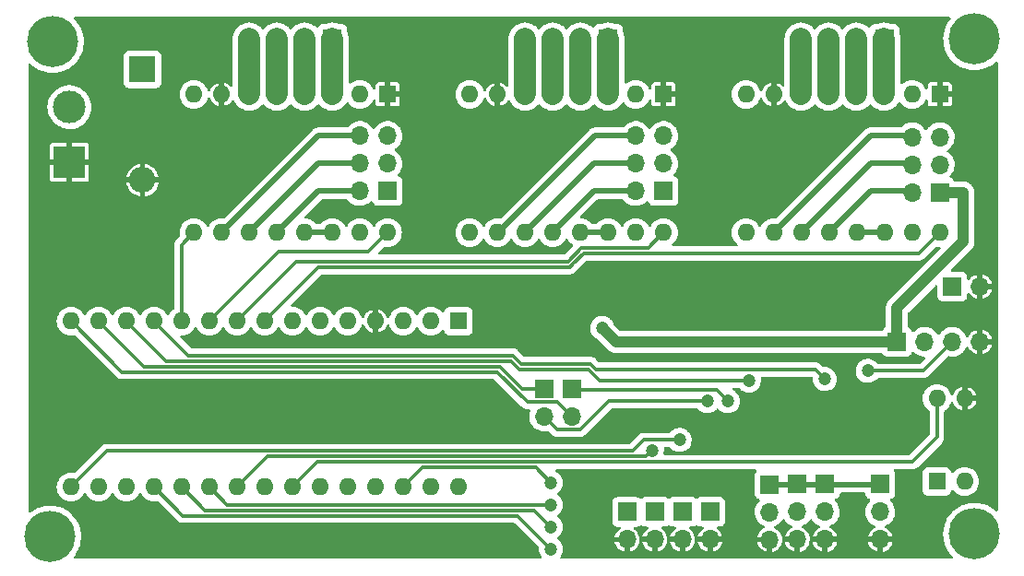
<source format=gbr>
%TF.GenerationSoftware,KiCad,Pcbnew,(6.0.0)*%
%TF.CreationDate,2022-01-02T13:01:26+02:00*%
%TF.ProjectId,shematic,7368656d-6174-4696-932e-6b696361645f,rev?*%
%TF.SameCoordinates,Original*%
%TF.FileFunction,Copper,L2,Bot*%
%TF.FilePolarity,Positive*%
%FSLAX46Y46*%
G04 Gerber Fmt 4.6, Leading zero omitted, Abs format (unit mm)*
G04 Created by KiCad (PCBNEW (6.0.0)) date 2022-01-02 13:01:26*
%MOMM*%
%LPD*%
G01*
G04 APERTURE LIST*
%TA.AperFunction,ComponentPad*%
%ADD10R,1.600000X1.600000*%
%TD*%
%TA.AperFunction,ComponentPad*%
%ADD11O,1.600000X1.600000*%
%TD*%
%TA.AperFunction,ComponentPad*%
%ADD12R,2.400000X2.400000*%
%TD*%
%TA.AperFunction,ComponentPad*%
%ADD13O,2.400000X2.400000*%
%TD*%
%TA.AperFunction,ComponentPad*%
%ADD14R,3.000000X3.000000*%
%TD*%
%TA.AperFunction,ComponentPad*%
%ADD15C,3.000000*%
%TD*%
%TA.AperFunction,ComponentPad*%
%ADD16R,1.700000X1.700000*%
%TD*%
%TA.AperFunction,ComponentPad*%
%ADD17O,1.700000X1.700000*%
%TD*%
%TA.AperFunction,ComponentPad*%
%ADD18C,4.700000*%
%TD*%
%TA.AperFunction,ViaPad*%
%ADD19C,1.200000*%
%TD*%
%TA.AperFunction,Conductor*%
%ADD20C,0.300000*%
%TD*%
%TA.AperFunction,Conductor*%
%ADD21C,1.000000*%
%TD*%
%TA.AperFunction,Conductor*%
%ADD22C,0.500000*%
%TD*%
%TA.AperFunction,Conductor*%
%ADD23C,2.000000*%
%TD*%
G04 APERTURE END LIST*
D10*
%TO.P,A1,1,D1/TX*%
%TO.N,unconnected-(A1-Pad1)*%
X70000000Y-57658000D03*
D11*
%TO.P,A1,2,D0/RX*%
%TO.N,unconnected-(A1-Pad2)*%
X67460000Y-57658000D03*
%TO.P,A1,3,~{RESET}*%
%TO.N,unconnected-(A1-Pad3)*%
X64920000Y-57658000D03*
%TO.P,A1,4,GND*%
%TO.N,GND*%
X62380000Y-57658000D03*
%TO.P,A1,5,D2*%
%TO.N,/STEP_X*%
X59840000Y-57658000D03*
%TO.P,A1,6,D3*%
%TO.N,/STEP_Y*%
X57300000Y-57658000D03*
%TO.P,A1,7,D4*%
%TO.N,/STEP_Z*%
X54760000Y-57658000D03*
%TO.P,A1,8,D5*%
%TO.N,/DIR_X*%
X52220000Y-57658000D03*
%TO.P,A1,9,D6*%
%TO.N,/DIR_Y*%
X49680000Y-57658000D03*
%TO.P,A1,10,D7*%
%TO.N,/DIR_Z*%
X47140000Y-57658000D03*
%TO.P,A1,11,D8*%
%TO.N,/~{EN}*%
X44600000Y-57658000D03*
%TO.P,A1,12,D9*%
%TO.N,/LIM_X*%
X42060000Y-57658000D03*
%TO.P,A1,13,D10*%
%TO.N,/LIM_Y*%
X39520000Y-57658000D03*
%TO.P,A1,14,D11*%
%TO.N,Net-(A1-Pad14)*%
X36980000Y-57658000D03*
%TO.P,A1,15,D12*%
%TO.N,Net-(A1-Pad15)*%
X34440000Y-57658000D03*
%TO.P,A1,16,D13*%
%TO.N,/SP_DIR*%
X34440000Y-72898000D03*
%TO.P,A1,17,3V3*%
%TO.N,unconnected-(A1-Pad17)*%
X36980000Y-72898000D03*
%TO.P,A1,18,AREF*%
%TO.N,unconnected-(A1-Pad18)*%
X39520000Y-72898000D03*
%TO.P,A1,19,A0*%
%TO.N,/RESAB*%
X42060000Y-72898000D03*
%TO.P,A1,20,A1*%
%TO.N,/FHOLD*%
X44600000Y-72898000D03*
%TO.P,A1,21,A2*%
%TO.N,/SRESU*%
X47140000Y-72898000D03*
%TO.P,A1,22,A3*%
%TO.N,/COOL_EN*%
X49680000Y-72898000D03*
%TO.P,A1,23,A4*%
%TO.N,unconnected-(A1-Pad23)*%
X52220000Y-72898000D03*
%TO.P,A1,24,A5*%
%TO.N,/PROBE*%
X54760000Y-72898000D03*
%TO.P,A1,25,A6*%
%TO.N,unconnected-(A1-Pad25)*%
X57300000Y-72898000D03*
%TO.P,A1,26,A7*%
%TO.N,unconnected-(A1-Pad26)*%
X59840000Y-72898000D03*
%TO.P,A1,27,+5V*%
%TO.N,+5V*%
X62380000Y-72898000D03*
%TO.P,A1,28,~{RESET}*%
%TO.N,/ESTOP*%
X64920000Y-72898000D03*
%TO.P,A1,29,GND*%
%TO.N,GND*%
X67460000Y-72898000D03*
%TO.P,A1,30,VIN*%
%TO.N,unconnected-(A1-Pad30)*%
X70000000Y-72898000D03*
%TD*%
D10*
%TO.P,A2,1,GND*%
%TO.N,GND*%
X114173000Y-36830000D03*
D11*
%TO.P,A2,2,VDD*%
%TO.N,+5V*%
X111633000Y-36830000D03*
%TO.P,A2,3,1B*%
%TO.N,Net-(A2-Pad3)*%
X109093000Y-36830000D03*
%TO.P,A2,4,1A*%
%TO.N,Net-(A2-Pad4)*%
X106553000Y-36830000D03*
%TO.P,A2,5,2A*%
%TO.N,Net-(A2-Pad5)*%
X104013000Y-36830000D03*
%TO.P,A2,6,2B*%
%TO.N,Net-(A2-Pad6)*%
X101473000Y-36830000D03*
%TO.P,A2,7,GND*%
%TO.N,GND*%
X98933000Y-36830000D03*
%TO.P,A2,8,VMOT*%
%TO.N,VCC*%
X96393000Y-36830000D03*
%TO.P,A2,9,~{ENABLE}*%
%TO.N,/~{EN}*%
X96393000Y-49530000D03*
%TO.P,A2,10,MS1*%
%TO.N,Net-(A2-Pad10)*%
X98933000Y-49530000D03*
%TO.P,A2,11,MS2*%
%TO.N,Net-(A2-Pad11)*%
X101473000Y-49530000D03*
%TO.P,A2,12,MS3*%
%TO.N,Net-(A2-Pad12)*%
X104013000Y-49530000D03*
%TO.P,A2,13,~{RESET}*%
%TO.N,Net-(A2-Pad13)*%
X106553000Y-49530000D03*
%TO.P,A2,14,~{SLEEP}*%
X109093000Y-49530000D03*
%TO.P,A2,15,STEP*%
%TO.N,/STEP_X*%
X111633000Y-49530000D03*
%TO.P,A2,16,DIR*%
%TO.N,/DIR_X*%
X114173000Y-49530000D03*
%TD*%
D10*
%TO.P,A3,1,GND*%
%TO.N,GND*%
X88820000Y-36830000D03*
D11*
%TO.P,A3,2,VDD*%
%TO.N,+5V*%
X86280000Y-36830000D03*
%TO.P,A3,3,1B*%
%TO.N,Net-(A3-Pad3)*%
X83740000Y-36830000D03*
%TO.P,A3,4,1A*%
%TO.N,Net-(A3-Pad4)*%
X81200000Y-36830000D03*
%TO.P,A3,5,2A*%
%TO.N,Net-(A3-Pad5)*%
X78660000Y-36830000D03*
%TO.P,A3,6,2B*%
%TO.N,Net-(A3-Pad6)*%
X76120000Y-36830000D03*
%TO.P,A3,7,GND*%
%TO.N,GND*%
X73580000Y-36830000D03*
%TO.P,A3,8,VMOT*%
%TO.N,VCC*%
X71040000Y-36830000D03*
%TO.P,A3,9,~{ENABLE}*%
%TO.N,/~{EN}*%
X71040000Y-49530000D03*
%TO.P,A3,10,MS1*%
%TO.N,Net-(A3-Pad10)*%
X73580000Y-49530000D03*
%TO.P,A3,11,MS2*%
%TO.N,Net-(A3-Pad11)*%
X76120000Y-49530000D03*
%TO.P,A3,12,MS3*%
%TO.N,Net-(A3-Pad12)*%
X78660000Y-49530000D03*
%TO.P,A3,13,~{RESET}*%
%TO.N,Net-(A3-Pad13)*%
X81200000Y-49530000D03*
%TO.P,A3,14,~{SLEEP}*%
X83740000Y-49530000D03*
%TO.P,A3,15,STEP*%
%TO.N,/STEP_Y*%
X86280000Y-49530000D03*
%TO.P,A3,16,DIR*%
%TO.N,/DIR_Y*%
X88820000Y-49530000D03*
%TD*%
D10*
%TO.P,A4,1,GND*%
%TO.N,GND*%
X63500000Y-36830000D03*
D11*
%TO.P,A4,2,VDD*%
%TO.N,+5V*%
X60960000Y-36830000D03*
%TO.P,A4,3,1B*%
%TO.N,Net-(A4-Pad3)*%
X58420000Y-36830000D03*
%TO.P,A4,4,1A*%
%TO.N,Net-(A4-Pad4)*%
X55880000Y-36830000D03*
%TO.P,A4,5,2A*%
%TO.N,Net-(A4-Pad5)*%
X53340000Y-36830000D03*
%TO.P,A4,6,2B*%
%TO.N,Net-(A4-Pad6)*%
X50800000Y-36830000D03*
%TO.P,A4,7,GND*%
%TO.N,GND*%
X48260000Y-36830000D03*
%TO.P,A4,8,VMOT*%
%TO.N,VCC*%
X45720000Y-36830000D03*
%TO.P,A4,9,~{ENABLE}*%
%TO.N,/~{EN}*%
X45720000Y-49530000D03*
%TO.P,A4,10,MS1*%
%TO.N,Net-(A4-Pad10)*%
X48260000Y-49530000D03*
%TO.P,A4,11,MS2*%
%TO.N,Net-(A4-Pad11)*%
X50800000Y-49530000D03*
%TO.P,A4,12,MS3*%
%TO.N,Net-(A4-Pad12)*%
X53340000Y-49530000D03*
%TO.P,A4,13,~{RESET}*%
%TO.N,Net-(A4-Pad13)*%
X55880000Y-49530000D03*
%TO.P,A4,14,~{SLEEP}*%
X58420000Y-49530000D03*
%TO.P,A4,15,STEP*%
%TO.N,/STEP_Z*%
X60960000Y-49530000D03*
%TO.P,A4,16,DIR*%
%TO.N,/DIR_Z*%
X63500000Y-49530000D03*
%TD*%
D12*
%TO.P,D1,1,A1*%
%TO.N,VCC*%
X41000000Y-34544000D03*
D13*
%TO.P,D1,2,A2*%
%TO.N,GND*%
X41000000Y-44704000D03*
%TD*%
D14*
%TO.P,J1,1,Pin_1*%
%TO.N,GND*%
X34290000Y-43080000D03*
D15*
%TO.P,J1,2,Pin_2*%
%TO.N,VCC*%
X34290000Y-38000000D03*
%TD*%
D16*
%TO.P,J2,1,Pin_1*%
%TO.N,Net-(J2-Pad1)*%
X115316000Y-54483000D03*
D17*
%TO.P,J2,2,Pin_2*%
%TO.N,GND*%
X117856000Y-54483000D03*
%TD*%
D16*
%TO.P,J3,1,Pin_1*%
%TO.N,+5V*%
X110236000Y-59563000D03*
D17*
%TO.P,J3,2,Pin_2*%
%TO.N,Net-(J3-Pad2)*%
X112776000Y-59563000D03*
%TO.P,J3,3,Pin_3*%
%TO.N,Net-(J3-Pad3)*%
X115316000Y-59563000D03*
%TO.P,J3,4,Pin_4*%
%TO.N,GND*%
X117856000Y-59563000D03*
%TD*%
D16*
%TO.P,J4,1,Pin_1*%
%TO.N,+5V*%
X108712000Y-72644000D03*
D17*
%TO.P,J4,2,Pin_2*%
%TO.N,Net-(J4-Pad2)*%
X108712000Y-75184000D03*
%TO.P,J4,3,Pin_3*%
%TO.N,GND*%
X108712000Y-77724000D03*
%TD*%
D16*
%TO.P,J5,1,Pin_1*%
%TO.N,+5V*%
X103632000Y-72644000D03*
D17*
%TO.P,J5,2,Pin_2*%
%TO.N,Net-(C10-Pad1)*%
X103632000Y-75184000D03*
%TO.P,J5,3,Pin_3*%
%TO.N,GND*%
X103632000Y-77724000D03*
%TD*%
D16*
%TO.P,J6,1,Pin_1*%
%TO.N,+5V*%
X101092000Y-72644000D03*
D17*
%TO.P,J6,2,Pin_2*%
%TO.N,Net-(C11-Pad1)*%
X101092000Y-75184000D03*
%TO.P,J6,3,Pin_3*%
%TO.N,GND*%
X101092000Y-77724000D03*
%TD*%
D16*
%TO.P,J7,1,Pin_1*%
%TO.N,+5V*%
X98552000Y-72659000D03*
D17*
%TO.P,J7,2,Pin_2*%
%TO.N,Net-(C12-Pad1)*%
X98552000Y-75199000D03*
%TO.P,J7,3,Pin_3*%
%TO.N,GND*%
X98552000Y-77739000D03*
%TD*%
D16*
%TO.P,J8,1,Pin_1*%
%TO.N,Net-(J8-Pad1)*%
X93091000Y-75184000D03*
D17*
%TO.P,J8,2,Pin_2*%
%TO.N,GND*%
X93091000Y-77724000D03*
%TD*%
D16*
%TO.P,J9,1,Pin_1*%
%TO.N,Net-(J9-Pad1)*%
X88011000Y-75184000D03*
D17*
%TO.P,J9,2,Pin_2*%
%TO.N,GND*%
X88011000Y-77724000D03*
%TD*%
D16*
%TO.P,J10,1,Pin_1*%
%TO.N,Net-(J10-Pad1)*%
X90551000Y-75184000D03*
D17*
%TO.P,J10,2,Pin_2*%
%TO.N,GND*%
X90551000Y-77724000D03*
%TD*%
D16*
%TO.P,J11,1,Pin_1*%
%TO.N,Net-(J11-Pad1)*%
X85471000Y-75194000D03*
D17*
%TO.P,J11,2,Pin_2*%
%TO.N,GND*%
X85471000Y-77734000D03*
%TD*%
D16*
%TO.P,J12,1,Pin_1*%
%TO.N,+5V*%
X114173000Y-45847000D03*
D17*
%TO.P,J12,2,Pin_2*%
%TO.N,Net-(A2-Pad12)*%
X111633000Y-45847000D03*
%TO.P,J12,3,Pin_3*%
%TO.N,+5V*%
X114173000Y-43307000D03*
%TO.P,J12,4,Pin_4*%
%TO.N,Net-(A2-Pad11)*%
X111633000Y-43307000D03*
%TO.P,J12,5,Pin_5*%
%TO.N,+5V*%
X114173000Y-40767000D03*
%TO.P,J12,6,Pin_6*%
%TO.N,Net-(A2-Pad10)*%
X111633000Y-40767000D03*
%TD*%
D16*
%TO.P,J13,1,Pin_1*%
%TO.N,+5V*%
X88820000Y-45720000D03*
D17*
%TO.P,J13,2,Pin_2*%
%TO.N,Net-(A3-Pad12)*%
X86280000Y-45720000D03*
%TO.P,J13,3,Pin_3*%
%TO.N,+5V*%
X88820000Y-43180000D03*
%TO.P,J13,4,Pin_4*%
%TO.N,Net-(A3-Pad11)*%
X86280000Y-43180000D03*
%TO.P,J13,5,Pin_5*%
%TO.N,+5V*%
X88820000Y-40640000D03*
%TO.P,J13,6,Pin_6*%
%TO.N,Net-(A3-Pad10)*%
X86280000Y-40640000D03*
%TD*%
D16*
%TO.P,J14,1,Pin_1*%
%TO.N,+5V*%
X63500000Y-45720000D03*
D17*
%TO.P,J14,2,Pin_2*%
%TO.N,Net-(A4-Pad12)*%
X60960000Y-45720000D03*
%TO.P,J14,3,Pin_3*%
%TO.N,+5V*%
X63500000Y-43180000D03*
%TO.P,J14,4,Pin_4*%
%TO.N,Net-(A4-Pad11)*%
X60960000Y-43180000D03*
%TO.P,J14,5,Pin_5*%
%TO.N,+5V*%
X63500000Y-40640000D03*
%TO.P,J14,6,Pin_6*%
%TO.N,Net-(A4-Pad10)*%
X60960000Y-40640000D03*
%TD*%
D16*
%TO.P,J15,1,Pin_1*%
%TO.N,Net-(A2-Pad3)*%
X109093000Y-31750000D03*
D17*
%TO.P,J15,2,Pin_2*%
%TO.N,Net-(A2-Pad4)*%
X106553000Y-31750000D03*
%TO.P,J15,3,Pin_3*%
%TO.N,Net-(A2-Pad5)*%
X104013000Y-31750000D03*
%TO.P,J15,4,Pin_4*%
%TO.N,Net-(A2-Pad6)*%
X101473000Y-31750000D03*
%TD*%
D16*
%TO.P,J16,1,Pin_1*%
%TO.N,Net-(A3-Pad3)*%
X83740000Y-31750000D03*
D17*
%TO.P,J16,2,Pin_2*%
%TO.N,Net-(A3-Pad4)*%
X81200000Y-31750000D03*
%TO.P,J16,3,Pin_3*%
%TO.N,Net-(A3-Pad5)*%
X78660000Y-31750000D03*
%TO.P,J16,4,Pin_4*%
%TO.N,Net-(A3-Pad6)*%
X76120000Y-31750000D03*
%TD*%
D16*
%TO.P,J17,1,Pin_1*%
%TO.N,Net-(A4-Pad3)*%
X58420000Y-31750000D03*
D17*
%TO.P,J17,2,Pin_2*%
%TO.N,Net-(A4-Pad4)*%
X55880000Y-31750000D03*
%TO.P,J17,3,Pin_3*%
%TO.N,Net-(A4-Pad5)*%
X53340000Y-31750000D03*
%TO.P,J17,4,Pin_4*%
%TO.N,Net-(A4-Pad6)*%
X50800000Y-31750000D03*
%TD*%
D16*
%TO.P,JP1,1,1*%
%TO.N,/LIM_Z*%
X80391000Y-63881000D03*
D17*
%TO.P,JP1,2,2*%
%TO.N,Net-(A1-Pad15)*%
X80391000Y-66421000D03*
%TD*%
D16*
%TO.P,JP2,1,1*%
%TO.N,Net-(A1-Pad14)*%
X77851000Y-63881000D03*
D17*
%TO.P,JP2,2,2*%
%TO.N,/SP_PWM*%
X77851000Y-66421000D03*
%TD*%
D10*
%TO.P,U4,1*%
%TO.N,Net-(R5-Pad2)*%
X113919000Y-72390000D03*
D11*
%TO.P,U4,2*%
%TO.N,Net-(J4-Pad2)*%
X116459000Y-72390000D03*
%TO.P,U4,3*%
%TO.N,GND*%
X116459000Y-64770000D03*
%TO.P,U4,4*%
%TO.N,/PROBE*%
X113919000Y-64770000D03*
%TD*%
D18*
%TO.P,REF\u002A\u002A,1*%
%TO.N,N/C*%
X32766000Y-32004000D03*
%TD*%
%TO.P,,1*%
%TO.N,N/C*%
X117348000Y-77216000D03*
%TD*%
%TO.P,,1*%
%TO.N,N/C*%
X117348000Y-31750000D03*
%TD*%
%TO.P,,1*%
%TO.N,N/C*%
X32512000Y-77470000D03*
%TD*%
D19*
%TO.N,/RESAB*%
X78486000Y-78613000D03*
%TO.N,/FHOLD*%
X78486000Y-76581000D03*
%TO.N,/SRESU*%
X78486000Y-74549000D03*
%TO.N,/ESTOP*%
X78486000Y-72517000D03*
%TO.N,/SP_DIR*%
X90297000Y-68580000D03*
%TO.N,GND*%
X32004000Y-71374000D03*
X33528000Y-69977000D03*
X42164000Y-50038000D03*
X107061000Y-66294000D03*
X118364000Y-38735000D03*
X113284000Y-76708000D03*
X32004000Y-69977000D03*
X33782000Y-62103000D03*
X116840000Y-40259000D03*
X118364000Y-37211000D03*
X111760000Y-76708000D03*
X118364000Y-41783000D03*
X116840000Y-41783000D03*
X42164000Y-51816000D03*
X118364000Y-40259000D03*
X32004000Y-72771000D03*
X35052000Y-69977000D03*
X116840000Y-37211000D03*
X113284000Y-78359000D03*
X111760000Y-78359000D03*
X116840000Y-38735000D03*
%TO.N,/LIM_Y*%
X96647000Y-63119000D03*
%TO.N,/LIM_X*%
X103632000Y-62992000D03*
%TO.N,+5V*%
X83185000Y-58293000D03*
%TO.N,/COOL_EN*%
X87757000Y-69535500D03*
%TO.N,Net-(J3-Pad3)*%
X107569000Y-62230000D03*
%TO.N,/LIM_Z*%
X94742000Y-65024000D03*
%TO.N,/SP_PWM*%
X92837000Y-65024000D03*
%TD*%
D20*
%TO.N,/LIM_X*%
X42060000Y-57681000D02*
X42060000Y-57658000D01*
X45212001Y-60833001D02*
X42060000Y-57681000D01*
X75001429Y-60833001D02*
X45212001Y-60833001D01*
X75771909Y-61603481D02*
X75001429Y-60833001D01*
X82621428Y-62103000D02*
X82121909Y-61603481D01*
X102743000Y-62103000D02*
X82621428Y-62103000D01*
X82121909Y-61603481D02*
X75771909Y-61603481D01*
X103632000Y-62992000D02*
X102743000Y-62103000D01*
%TO.N,Net-(A1-Pad15)*%
X39118346Y-62331560D02*
X34444786Y-57658000D01*
X34444786Y-57658000D02*
X34440000Y-57658000D01*
X73563132Y-62331560D02*
X39118346Y-62331560D01*
X76312083Y-65080511D02*
X73563132Y-62331560D01*
X79050511Y-65080511D02*
X76312083Y-65080511D01*
X80391000Y-66421000D02*
X79050511Y-65080511D01*
%TO.N,Net-(A1-Pad14)*%
X36980000Y-57681000D02*
X36980000Y-57658000D01*
X41131040Y-61832040D02*
X36980000Y-57681000D01*
X75819000Y-63881000D02*
X73770040Y-61832040D01*
X73770040Y-61832040D02*
X41131040Y-61832040D01*
X77851000Y-63881000D02*
X75819000Y-63881000D01*
%TO.N,/LIM_Y*%
X74794521Y-61332521D02*
X43171521Y-61332521D01*
X43171521Y-61332521D02*
X39520000Y-57681000D01*
X81915000Y-62103000D02*
X75565000Y-62103000D01*
X39520000Y-57681000D02*
X39520000Y-57658000D01*
X82931000Y-63119000D02*
X81915000Y-62103000D01*
X96647000Y-63119000D02*
X82931000Y-63119000D01*
X75565000Y-62103000D02*
X74794521Y-61332521D01*
D21*
%TO.N,+5V*%
X83185000Y-58293000D02*
X84455000Y-59563000D01*
X84455000Y-59563000D02*
X110236000Y-59563000D01*
X116332000Y-45847000D02*
X114173000Y-45847000D01*
X110236000Y-56463978D02*
X116332000Y-50367978D01*
X116332000Y-50367978D02*
X116332000Y-45847000D01*
X110236000Y-59563000D02*
X110236000Y-56463978D01*
D20*
%TO.N,/DIR_X*%
X81506214Y-51435000D02*
X112268000Y-51435000D01*
X80537306Y-52403907D02*
X81506214Y-51435000D01*
X112268000Y-51435000D02*
X114173000Y-49530000D01*
X80244695Y-52696519D02*
X80537306Y-52403907D01*
X57158480Y-52696520D02*
X80244695Y-52696519D01*
X52220000Y-57635000D02*
X57158480Y-52696520D01*
X52220000Y-57658000D02*
X52220000Y-57635000D01*
%TO.N,/DIR_Y*%
X81299306Y-50935480D02*
X87414520Y-50935480D01*
X80037786Y-52197000D02*
X81299306Y-50935480D01*
X55118000Y-52197000D02*
X80037786Y-52197000D01*
X49680000Y-57658000D02*
X49680000Y-57635000D01*
X49680000Y-57635000D02*
X55118000Y-52197000D01*
X87414520Y-50935480D02*
X88820000Y-49530000D01*
%TO.N,/~{EN}*%
X44600000Y-50650000D02*
X45720000Y-49530000D01*
X44600000Y-57658000D02*
X44600000Y-50650000D01*
%TO.N,/DIR_Z*%
X53467000Y-51308000D02*
X61722000Y-51308000D01*
X61722000Y-51308000D02*
X63500000Y-49530000D01*
X47140000Y-57635000D02*
X53467000Y-51308000D01*
X47140000Y-57658000D02*
X47140000Y-57635000D01*
%TO.N,/LIM_Z*%
X93726000Y-64008000D02*
X80518000Y-64008000D01*
X94742000Y-65024000D02*
X93726000Y-64008000D01*
X80518000Y-64008000D02*
X80391000Y-63881000D01*
%TO.N,/SP_DIR*%
X86995000Y-68580000D02*
X85970520Y-69604480D01*
X85970520Y-69604480D02*
X37733520Y-69604480D01*
X37733520Y-69604480D02*
X34440000Y-72898000D01*
X90297000Y-68580000D02*
X86995000Y-68580000D01*
%TO.N,/SP_PWM*%
X83784286Y-65024000D02*
X92837000Y-65024000D01*
X77851000Y-66421000D02*
X79050511Y-67620511D01*
X79050511Y-67620511D02*
X81187775Y-67620511D01*
X81187775Y-67620511D02*
X83784286Y-65024000D01*
%TO.N,/COOL_EN*%
X87188500Y-70104000D02*
X87757000Y-69535500D01*
X52474000Y-70104000D02*
X87188500Y-70104000D01*
X49680000Y-72898000D02*
X52474000Y-70104000D01*
%TO.N,/PROBE*%
X57046000Y-70612000D02*
X54760000Y-72898000D01*
X111633000Y-70612000D02*
X57046000Y-70612000D01*
X113919000Y-68326000D02*
X111633000Y-70612000D01*
X113919000Y-64770000D02*
X113919000Y-68326000D01*
D22*
%TO.N,+5V*%
X108697000Y-72659000D02*
X108712000Y-72644000D01*
X98552000Y-72659000D02*
X108697000Y-72659000D01*
%TO.N,Net-(A2-Pad10)*%
X107823000Y-40640000D02*
X111600000Y-40640000D01*
X98933000Y-49530000D02*
X107823000Y-40640000D01*
X98900000Y-49530000D02*
X98933000Y-49530000D01*
%TO.N,Net-(A2-Pad11)*%
X107823000Y-43180000D02*
X111600000Y-43180000D01*
X101473000Y-49530000D02*
X107823000Y-43180000D01*
X101440000Y-49530000D02*
X101473000Y-49530000D01*
%TO.N,Net-(A2-Pad12)*%
X104013000Y-49530000D02*
X107823000Y-45720000D01*
X107823000Y-45720000D02*
X111600000Y-45720000D01*
X103980000Y-49530000D02*
X104013000Y-49530000D01*
%TO.N,Net-(A3-Pad10)*%
X82550000Y-40640000D02*
X86280000Y-40640000D01*
X73660000Y-49530000D02*
X82550000Y-40640000D01*
X73580000Y-49530000D02*
X73660000Y-49530000D01*
%TO.N,Net-(A3-Pad11)*%
X82423000Y-43180000D02*
X86280000Y-43180000D01*
X76120000Y-49530000D02*
X76120000Y-49483000D01*
X76120000Y-49483000D02*
X82423000Y-43180000D01*
%TO.N,Net-(A3-Pad12)*%
X82423000Y-45720000D02*
X86280000Y-45720000D01*
X78660000Y-49483000D02*
X82423000Y-45720000D01*
X78660000Y-49530000D02*
X78660000Y-49483000D01*
%TO.N,Net-(A4-Pad11)*%
X57150000Y-43180000D02*
X60960000Y-43180000D01*
X50800000Y-49530000D02*
X57150000Y-43180000D01*
%TO.N,Net-(A4-Pad12)*%
X57150000Y-45720000D02*
X60960000Y-45720000D01*
X53340000Y-49530000D02*
X57150000Y-45720000D01*
%TO.N,Net-(A4-Pad10)*%
X57150000Y-40640000D02*
X60960000Y-40640000D01*
X48260000Y-49530000D02*
X57150000Y-40640000D01*
D20*
%TO.N,/RESAB*%
X44710040Y-75548040D02*
X42060000Y-72898000D01*
X75421040Y-75548040D02*
X44710040Y-75548040D01*
X78486000Y-78613000D02*
X75421040Y-75548040D01*
%TO.N,/FHOLD*%
X76953520Y-75048520D02*
X78486000Y-76581000D01*
X46750520Y-75048520D02*
X76953520Y-75048520D01*
X44600000Y-72898000D02*
X46750520Y-75048520D01*
%TO.N,/SRESU*%
X48791000Y-74549000D02*
X78486000Y-74549000D01*
X47140000Y-72898000D02*
X48791000Y-74549000D01*
%TO.N,/ESTOP*%
X66698000Y-71120000D02*
X77089000Y-71120000D01*
X77089000Y-71120000D02*
X78486000Y-72517000D01*
X64920000Y-72898000D02*
X66698000Y-71120000D01*
D22*
%TO.N,Net-(A2-Pad13)*%
X106520000Y-49530000D02*
X109060000Y-49530000D01*
D23*
%TO.N,Net-(A2-Pad6)*%
X101440000Y-36830000D02*
X101440000Y-31750000D01*
%TO.N,Net-(A2-Pad5)*%
X103980000Y-31750000D02*
X103980000Y-36830000D01*
%TO.N,Net-(A2-Pad4)*%
X106520000Y-36830000D02*
X106520000Y-31750000D01*
%TO.N,Net-(A2-Pad3)*%
X109060000Y-31750000D02*
X109060000Y-36830000D01*
D22*
%TO.N,Net-(A3-Pad13)*%
X81200000Y-49530000D02*
X83740000Y-49530000D01*
D23*
%TO.N,Net-(A3-Pad6)*%
X76120000Y-36830000D02*
X76120000Y-31750000D01*
%TO.N,Net-(A3-Pad5)*%
X78660000Y-31750000D02*
X78660000Y-36830000D01*
%TO.N,Net-(A3-Pad4)*%
X81200000Y-36830000D02*
X81200000Y-31750000D01*
%TO.N,Net-(A3-Pad3)*%
X83740000Y-31750000D02*
X83740000Y-36830000D01*
D22*
%TO.N,Net-(A4-Pad13)*%
X55880000Y-49530000D02*
X58420000Y-49530000D01*
D23*
%TO.N,Net-(A4-Pad6)*%
X50800000Y-36830000D02*
X50800000Y-31750000D01*
%TO.N,Net-(A4-Pad5)*%
X53340000Y-36830000D02*
X53340000Y-31750000D01*
%TO.N,Net-(A4-Pad4)*%
X55880000Y-36830000D02*
X55880000Y-31750000D01*
%TO.N,Net-(A4-Pad3)*%
X58420000Y-36830000D02*
X58420000Y-31750000D01*
D20*
%TO.N,Net-(J3-Pad3)*%
X107569000Y-62230000D02*
X112649000Y-62230000D01*
X112649000Y-62230000D02*
X115316000Y-59563000D01*
%TD*%
%TA.AperFunction,Conductor*%
%TO.N,GND*%
G36*
X115117931Y-29738002D02*
G01*
X115164424Y-29791658D01*
X115174528Y-29861932D01*
X115148964Y-29921747D01*
X115136728Y-29937352D01*
X114996767Y-30115851D01*
X114994874Y-30118940D01*
X114994872Y-30118943D01*
X114835084Y-30379695D01*
X114824525Y-30396925D01*
X114823006Y-30400197D01*
X114823003Y-30400203D01*
X114800174Y-30449385D01*
X114685730Y-30695933D01*
X114684590Y-30699380D01*
X114607859Y-30931394D01*
X114582222Y-31008912D01*
X114581486Y-31012467D01*
X114581485Y-31012470D01*
X114516108Y-31328164D01*
X114515373Y-31331714D01*
X114500075Y-31503124D01*
X114487688Y-31641925D01*
X114486069Y-31660060D01*
X114494698Y-31989598D01*
X114495208Y-31993183D01*
X114495209Y-31993192D01*
X114517922Y-32152779D01*
X114541146Y-32315961D01*
X114624798Y-32634822D01*
X114744544Y-32941955D01*
X114746248Y-32945173D01*
X114822988Y-33090109D01*
X114898798Y-33233290D01*
X114900850Y-33236275D01*
X114900855Y-33236284D01*
X115083457Y-33501972D01*
X115083463Y-33501979D01*
X115085514Y-33504964D01*
X115302219Y-33753377D01*
X115546039Y-33975236D01*
X115548987Y-33977354D01*
X115548989Y-33977356D01*
X115810793Y-34165481D01*
X115810799Y-34165485D01*
X115813744Y-34167601D01*
X116101784Y-34327922D01*
X116406342Y-34454074D01*
X116409836Y-34455069D01*
X116409838Y-34455070D01*
X116719880Y-34543388D01*
X116719885Y-34543389D01*
X116723381Y-34544385D01*
X116909993Y-34574944D01*
X117045118Y-34597072D01*
X117045125Y-34597073D01*
X117048699Y-34597658D01*
X117213341Y-34605422D01*
X117374357Y-34613016D01*
X117374358Y-34613016D01*
X117377984Y-34613187D01*
X117389877Y-34612376D01*
X117703241Y-34591014D01*
X117703249Y-34591013D01*
X117706872Y-34590766D01*
X117710448Y-34590103D01*
X117710450Y-34590103D01*
X118027438Y-34531353D01*
X118027442Y-34531352D01*
X118031003Y-34530692D01*
X118346082Y-34433761D01*
X118486406Y-34372163D01*
X118644604Y-34302719D01*
X118644612Y-34302715D01*
X118647931Y-34301258D01*
X118932550Y-34134940D01*
X119132907Y-33984508D01*
X119193260Y-33939194D01*
X119193264Y-33939191D01*
X119196167Y-33937011D01*
X119279267Y-33858152D01*
X119342449Y-33825770D01*
X119413108Y-33832686D01*
X119468810Y-33876706D01*
X119492000Y-33949549D01*
X119492000Y-75014532D01*
X119471998Y-75082653D01*
X119418342Y-75129146D01*
X119348068Y-75139250D01*
X119284170Y-75110343D01*
X119258152Y-75088121D01*
X119162986Y-75006842D01*
X119081947Y-74937628D01*
X119081942Y-74937624D01*
X119079175Y-74935261D01*
X119061804Y-74923588D01*
X118808569Y-74753420D01*
X118808565Y-74753418D01*
X118805561Y-74751399D01*
X118512627Y-74600205D01*
X118204257Y-74483682D01*
X118200736Y-74482798D01*
X118200731Y-74482796D01*
X118047669Y-74444350D01*
X117884537Y-74403374D01*
X117864253Y-74400704D01*
X117561310Y-74360820D01*
X117561302Y-74360819D01*
X117557706Y-74360346D01*
X117420651Y-74358193D01*
X117231738Y-74355225D01*
X117231734Y-74355225D01*
X117228096Y-74355168D01*
X117224482Y-74355529D01*
X117224476Y-74355529D01*
X116993816Y-74378552D01*
X116900074Y-74387909D01*
X116577990Y-74458134D01*
X116574563Y-74459307D01*
X116574557Y-74459309D01*
X116366992Y-74530375D01*
X116266112Y-74564914D01*
X115968574Y-74706833D01*
X115965495Y-74708764D01*
X115965494Y-74708765D01*
X115908206Y-74744702D01*
X115689319Y-74882009D01*
X115686485Y-74884279D01*
X115686480Y-74884283D01*
X115537374Y-75003740D01*
X115432049Y-75088121D01*
X115340488Y-75180646D01*
X115271273Y-75250590D01*
X115200174Y-75322437D01*
X114996767Y-75581851D01*
X114994874Y-75584940D01*
X114994872Y-75584943D01*
X114831665Y-75851274D01*
X114824525Y-75862925D01*
X114823006Y-75866197D01*
X114823003Y-75866203D01*
X114771783Y-75976547D01*
X114685730Y-76161933D01*
X114684590Y-76165380D01*
X114602586Y-76413338D01*
X114582222Y-76474912D01*
X114581486Y-76478467D01*
X114581485Y-76478470D01*
X114520064Y-76775062D01*
X114515373Y-76797714D01*
X114501262Y-76955827D01*
X114486974Y-77115925D01*
X114486069Y-77126060D01*
X114486164Y-77129690D01*
X114486164Y-77129691D01*
X114491296Y-77325670D01*
X114494698Y-77455598D01*
X114495208Y-77459183D01*
X114495209Y-77459192D01*
X114517384Y-77615000D01*
X114541146Y-77781961D01*
X114542065Y-77785464D01*
X114542066Y-77785469D01*
X114599108Y-78002898D01*
X114624798Y-78100822D01*
X114744544Y-78407955D01*
X114746248Y-78411173D01*
X114895799Y-78693625D01*
X114898798Y-78699290D01*
X114900850Y-78702275D01*
X114900855Y-78702284D01*
X115083457Y-78967972D01*
X115083463Y-78967979D01*
X115085514Y-78970964D01*
X115302219Y-79219377D01*
X115304897Y-79221814D01*
X115304906Y-79221823D01*
X115360936Y-79272806D01*
X115397859Y-79333446D01*
X115396136Y-79404422D01*
X115356314Y-79463199D01*
X115291036Y-79491116D01*
X115276137Y-79492000D01*
X79465501Y-79492000D01*
X79397380Y-79471998D01*
X79350887Y-79418342D01*
X79340783Y-79348068D01*
X79368627Y-79285431D01*
X79399760Y-79247997D01*
X79403458Y-79243551D01*
X79503004Y-79065799D01*
X79504860Y-79060332D01*
X79504862Y-79060327D01*
X79566634Y-78878352D01*
X79566635Y-78878347D01*
X79568490Y-78872883D01*
X79597723Y-78671263D01*
X79599249Y-78613000D01*
X79580608Y-78410126D01*
X79551301Y-78306214D01*
X79526875Y-78219606D01*
X79526874Y-78219604D01*
X79525307Y-78214047D01*
X79517782Y-78198786D01*
X79437756Y-78036510D01*
X79435201Y-78031329D01*
X79417120Y-78007115D01*
X79409538Y-77996962D01*
X84351192Y-77996962D01*
X84380896Y-78113923D01*
X84384737Y-78124769D01*
X84468384Y-78306214D01*
X84474137Y-78316179D01*
X84589455Y-78479350D01*
X84596921Y-78488092D01*
X84740047Y-78627520D01*
X84748981Y-78634754D01*
X84915112Y-78745760D01*
X84925225Y-78751251D01*
X85108805Y-78830123D01*
X85119738Y-78833675D01*
X85203331Y-78852590D01*
X85217405Y-78851701D01*
X85221000Y-78842302D01*
X85221000Y-78002115D01*
X85216525Y-77986876D01*
X85215135Y-77985671D01*
X85207452Y-77984000D01*
X84366015Y-77984000D01*
X84352484Y-77987973D01*
X84351192Y-77996962D01*
X79409538Y-77996962D01*
X79316758Y-77872715D01*
X79316758Y-77872714D01*
X79313305Y-77868091D01*
X79216242Y-77778367D01*
X79167943Y-77733719D01*
X79167940Y-77733717D01*
X79163703Y-77729800D01*
X79148655Y-77720305D01*
X79124903Y-77705319D01*
X79077964Y-77652053D01*
X79067274Y-77581866D01*
X79096228Y-77517042D01*
X79116676Y-77498608D01*
X79116551Y-77498458D01*
X79120302Y-77495338D01*
X79120986Y-77494769D01*
X79120991Y-77494766D01*
X79268748Y-77371877D01*
X79273186Y-77368186D01*
X79403458Y-77211551D01*
X79503004Y-77033799D01*
X79504860Y-77028332D01*
X79504862Y-77028327D01*
X79566634Y-76846352D01*
X79566635Y-76846347D01*
X79568490Y-76840883D01*
X79597723Y-76639263D01*
X79599249Y-76581000D01*
X79584013Y-76415181D01*
X79581137Y-76383880D01*
X79581136Y-76383877D01*
X79580608Y-76378126D01*
X79562983Y-76315632D01*
X79526875Y-76187606D01*
X79526874Y-76187604D01*
X79525307Y-76182047D01*
X79522444Y-76176240D01*
X79480967Y-76092134D01*
X84112500Y-76092134D01*
X84119255Y-76154316D01*
X84170385Y-76290705D01*
X84257739Y-76407261D01*
X84374295Y-76494615D01*
X84510684Y-76545745D01*
X84572866Y-76552500D01*
X84749342Y-76552500D01*
X84817463Y-76572502D01*
X84863956Y-76626158D01*
X84874060Y-76696432D01*
X84844566Y-76761012D01*
X84813765Y-76786785D01*
X84797119Y-76796688D01*
X84787807Y-76803453D01*
X84637587Y-76935194D01*
X84629670Y-76943537D01*
X84505975Y-77100443D01*
X84499704Y-77110100D01*
X84406680Y-77286910D01*
X84402272Y-77297553D01*
X84349751Y-77466697D01*
X84349532Y-77480799D01*
X84356264Y-77484000D01*
X85595000Y-77484000D01*
X85663121Y-77504002D01*
X85709614Y-77557658D01*
X85721000Y-77610000D01*
X85721000Y-78841745D01*
X85724966Y-78855251D01*
X85737957Y-78857111D01*
X85746078Y-78855160D01*
X85935283Y-78790934D01*
X85945786Y-78786258D01*
X86120124Y-78688625D01*
X86129596Y-78682115D01*
X86283219Y-78554348D01*
X86291348Y-78546219D01*
X86419115Y-78392596D01*
X86425625Y-78383124D01*
X86523258Y-78208786D01*
X86527934Y-78198283D01*
X86592160Y-78009081D01*
X86594845Y-77997898D01*
X86596431Y-77986962D01*
X86891192Y-77986962D01*
X86920896Y-78103923D01*
X86924737Y-78114769D01*
X87008386Y-78296218D01*
X87014137Y-78306179D01*
X87129455Y-78469350D01*
X87136921Y-78478092D01*
X87280047Y-78617520D01*
X87288981Y-78624754D01*
X87455112Y-78735760D01*
X87465225Y-78741251D01*
X87648805Y-78820123D01*
X87659738Y-78823675D01*
X87743331Y-78842590D01*
X87757405Y-78841701D01*
X87761000Y-78832302D01*
X87761000Y-77992115D01*
X87756525Y-77976876D01*
X87755135Y-77975671D01*
X87747452Y-77974000D01*
X86906015Y-77974000D01*
X86892484Y-77977973D01*
X86891192Y-77986962D01*
X86596431Y-77986962D01*
X86623811Y-77798118D01*
X86624441Y-77790736D01*
X86625830Y-77737704D01*
X86625587Y-77730305D01*
X86607117Y-77529285D01*
X86605020Y-77517971D01*
X86550785Y-77325670D01*
X86546663Y-77314931D01*
X86458292Y-77135733D01*
X86452282Y-77125925D01*
X86332731Y-76965827D01*
X86325041Y-76957287D01*
X86178315Y-76821654D01*
X86169190Y-76814653D01*
X86122291Y-76785062D01*
X86075353Y-76731796D01*
X86064663Y-76661608D01*
X86093617Y-76596784D01*
X86153021Y-76557904D01*
X86189526Y-76552500D01*
X86369134Y-76552500D01*
X86431316Y-76545745D01*
X86567705Y-76494615D01*
X86672109Y-76416369D01*
X86738612Y-76391522D01*
X86807994Y-76406575D01*
X86823236Y-76416370D01*
X86914295Y-76484615D01*
X87050684Y-76535745D01*
X87112866Y-76542500D01*
X87289342Y-76542500D01*
X87357463Y-76562502D01*
X87403956Y-76616158D01*
X87414060Y-76686432D01*
X87384566Y-76751012D01*
X87353765Y-76776785D01*
X87337119Y-76786688D01*
X87327807Y-76793453D01*
X87177587Y-76925194D01*
X87169670Y-76933537D01*
X87045975Y-77090443D01*
X87039704Y-77100100D01*
X86946680Y-77276910D01*
X86942272Y-77287553D01*
X86889751Y-77456697D01*
X86889532Y-77470799D01*
X86896264Y-77474000D01*
X88135000Y-77474000D01*
X88203121Y-77494002D01*
X88249614Y-77547658D01*
X88261000Y-77600000D01*
X88261000Y-78831745D01*
X88264966Y-78845251D01*
X88277957Y-78847111D01*
X88286078Y-78845160D01*
X88475283Y-78780934D01*
X88485786Y-78776258D01*
X88660124Y-78678625D01*
X88669596Y-78672115D01*
X88823219Y-78544348D01*
X88831348Y-78536219D01*
X88959115Y-78382596D01*
X88965625Y-78373124D01*
X89063258Y-78198786D01*
X89067934Y-78188283D01*
X89132160Y-77999081D01*
X89134845Y-77987898D01*
X89134981Y-77986962D01*
X89431192Y-77986962D01*
X89460896Y-78103923D01*
X89464737Y-78114769D01*
X89548386Y-78296218D01*
X89554137Y-78306179D01*
X89669455Y-78469350D01*
X89676921Y-78478092D01*
X89820047Y-78617520D01*
X89828981Y-78624754D01*
X89995112Y-78735760D01*
X90005225Y-78741251D01*
X90188805Y-78820123D01*
X90199738Y-78823675D01*
X90283331Y-78842590D01*
X90297405Y-78841701D01*
X90301000Y-78832302D01*
X90301000Y-77992115D01*
X90296525Y-77976876D01*
X90295135Y-77975671D01*
X90287452Y-77974000D01*
X89446015Y-77974000D01*
X89432484Y-77977973D01*
X89431192Y-77986962D01*
X89134981Y-77986962D01*
X89163811Y-77788118D01*
X89164441Y-77780736D01*
X89165830Y-77727704D01*
X89165587Y-77720305D01*
X89147117Y-77519285D01*
X89145020Y-77507971D01*
X89090785Y-77315670D01*
X89086663Y-77304931D01*
X88998292Y-77125733D01*
X88992282Y-77115925D01*
X88872731Y-76955827D01*
X88865041Y-76947287D01*
X88718315Y-76811654D01*
X88709190Y-76804653D01*
X88662291Y-76775062D01*
X88615353Y-76721796D01*
X88604663Y-76651608D01*
X88633617Y-76586784D01*
X88693021Y-76547904D01*
X88729526Y-76542500D01*
X88909134Y-76542500D01*
X88971316Y-76535745D01*
X89107705Y-76484615D01*
X89205436Y-76411370D01*
X89271941Y-76386522D01*
X89341324Y-76401575D01*
X89356562Y-76411368D01*
X89454295Y-76484615D01*
X89590684Y-76535745D01*
X89652866Y-76542500D01*
X89829342Y-76542500D01*
X89897463Y-76562502D01*
X89943956Y-76616158D01*
X89954060Y-76686432D01*
X89924566Y-76751012D01*
X89893765Y-76776785D01*
X89877119Y-76786688D01*
X89867807Y-76793453D01*
X89717587Y-76925194D01*
X89709670Y-76933537D01*
X89585975Y-77090443D01*
X89579704Y-77100100D01*
X89486680Y-77276910D01*
X89482272Y-77287553D01*
X89429751Y-77456697D01*
X89429532Y-77470799D01*
X89436264Y-77474000D01*
X90675000Y-77474000D01*
X90743121Y-77494002D01*
X90789614Y-77547658D01*
X90801000Y-77600000D01*
X90801000Y-78831745D01*
X90804966Y-78845251D01*
X90817957Y-78847111D01*
X90826078Y-78845160D01*
X91015283Y-78780934D01*
X91025786Y-78776258D01*
X91200124Y-78678625D01*
X91209596Y-78672115D01*
X91363219Y-78544348D01*
X91371348Y-78536219D01*
X91499115Y-78382596D01*
X91505625Y-78373124D01*
X91603258Y-78198786D01*
X91607934Y-78188283D01*
X91672160Y-77999081D01*
X91674845Y-77987898D01*
X91674981Y-77986962D01*
X91971192Y-77986962D01*
X92000896Y-78103923D01*
X92004737Y-78114769D01*
X92088386Y-78296218D01*
X92094137Y-78306179D01*
X92209455Y-78469350D01*
X92216921Y-78478092D01*
X92360047Y-78617520D01*
X92368981Y-78624754D01*
X92535112Y-78735760D01*
X92545225Y-78741251D01*
X92728805Y-78820123D01*
X92739738Y-78823675D01*
X92823331Y-78842590D01*
X92837405Y-78841701D01*
X92841000Y-78832302D01*
X92841000Y-78831745D01*
X93341000Y-78831745D01*
X93344966Y-78845251D01*
X93357957Y-78847111D01*
X93366078Y-78845160D01*
X93555283Y-78780934D01*
X93565786Y-78776258D01*
X93740124Y-78678625D01*
X93749596Y-78672115D01*
X93903219Y-78544348D01*
X93911348Y-78536219D01*
X94039115Y-78382596D01*
X94045625Y-78373124D01*
X94143258Y-78198786D01*
X94147934Y-78188283D01*
X94211181Y-78001962D01*
X97432192Y-78001962D01*
X97461896Y-78118923D01*
X97465737Y-78129769D01*
X97549386Y-78311218D01*
X97555137Y-78321179D01*
X97670455Y-78484350D01*
X97677921Y-78493092D01*
X97821047Y-78632520D01*
X97829981Y-78639754D01*
X97996112Y-78750760D01*
X98006225Y-78756251D01*
X98189805Y-78835123D01*
X98200738Y-78838675D01*
X98284331Y-78857590D01*
X98298405Y-78856701D01*
X98302000Y-78847302D01*
X98302000Y-78007115D01*
X98297525Y-77991876D01*
X98296135Y-77990671D01*
X98288452Y-77989000D01*
X97447015Y-77989000D01*
X97433484Y-77992973D01*
X97432192Y-78001962D01*
X94211181Y-78001962D01*
X94212160Y-77999078D01*
X94214118Y-77990927D01*
X94212274Y-77977993D01*
X94198706Y-77974000D01*
X93359115Y-77974000D01*
X93343876Y-77978475D01*
X93342671Y-77979865D01*
X93341000Y-77987548D01*
X93341000Y-78831745D01*
X92841000Y-78831745D01*
X92841000Y-77992115D01*
X92836525Y-77976876D01*
X92835135Y-77975671D01*
X92827452Y-77974000D01*
X91986015Y-77974000D01*
X91972484Y-77977973D01*
X91971192Y-77986962D01*
X91674981Y-77986962D01*
X91703811Y-77788118D01*
X91704441Y-77780736D01*
X91705830Y-77727704D01*
X91705587Y-77720305D01*
X91687117Y-77519285D01*
X91685020Y-77507971D01*
X91630785Y-77315670D01*
X91626663Y-77304931D01*
X91538292Y-77125733D01*
X91532282Y-77115925D01*
X91412731Y-76955827D01*
X91405041Y-76947287D01*
X91258315Y-76811654D01*
X91249190Y-76804653D01*
X91202291Y-76775062D01*
X91155353Y-76721796D01*
X91144663Y-76651608D01*
X91173617Y-76586784D01*
X91233021Y-76547904D01*
X91269526Y-76542500D01*
X91449134Y-76542500D01*
X91511316Y-76535745D01*
X91647705Y-76484615D01*
X91745436Y-76411370D01*
X91811941Y-76386522D01*
X91881324Y-76401575D01*
X91896562Y-76411368D01*
X91994295Y-76484615D01*
X92130684Y-76535745D01*
X92192866Y-76542500D01*
X92369342Y-76542500D01*
X92437463Y-76562502D01*
X92483956Y-76616158D01*
X92494060Y-76686432D01*
X92464566Y-76751012D01*
X92433765Y-76776785D01*
X92417119Y-76786688D01*
X92407807Y-76793453D01*
X92257587Y-76925194D01*
X92249670Y-76933537D01*
X92125975Y-77090443D01*
X92119704Y-77100100D01*
X92026680Y-77276910D01*
X92022272Y-77287553D01*
X91969751Y-77456697D01*
X91969532Y-77470799D01*
X91976264Y-77474000D01*
X94197324Y-77474000D01*
X94210855Y-77470027D01*
X94212024Y-77461892D01*
X94170785Y-77315670D01*
X94166663Y-77304931D01*
X94078292Y-77125733D01*
X94072282Y-77115925D01*
X93952731Y-76955827D01*
X93945041Y-76947287D01*
X93798315Y-76811654D01*
X93789190Y-76804653D01*
X93742291Y-76775062D01*
X93695353Y-76721796D01*
X93684663Y-76651608D01*
X93713617Y-76586784D01*
X93773021Y-76547904D01*
X93809526Y-76542500D01*
X93989134Y-76542500D01*
X94051316Y-76535745D01*
X94187705Y-76484615D01*
X94304261Y-76397261D01*
X94391615Y-76280705D01*
X94442745Y-76144316D01*
X94449500Y-76082134D01*
X94449500Y-74285866D01*
X94442745Y-74223684D01*
X94391615Y-74087295D01*
X94304261Y-73970739D01*
X94187705Y-73883385D01*
X94051316Y-73832255D01*
X93989134Y-73825500D01*
X92192866Y-73825500D01*
X92130684Y-73832255D01*
X91994295Y-73883385D01*
X91896565Y-73956630D01*
X91830059Y-73981478D01*
X91760676Y-73966425D01*
X91745435Y-73956630D01*
X91647705Y-73883385D01*
X91511316Y-73832255D01*
X91449134Y-73825500D01*
X89652866Y-73825500D01*
X89590684Y-73832255D01*
X89454295Y-73883385D01*
X89356565Y-73956630D01*
X89290059Y-73981478D01*
X89220676Y-73966425D01*
X89205435Y-73956630D01*
X89107705Y-73883385D01*
X88971316Y-73832255D01*
X88909134Y-73825500D01*
X87112866Y-73825500D01*
X87050684Y-73832255D01*
X86914295Y-73883385D01*
X86809891Y-73961631D01*
X86743388Y-73986478D01*
X86674006Y-73971425D01*
X86658764Y-73961630D01*
X86628874Y-73939229D01*
X86567705Y-73893385D01*
X86431316Y-73842255D01*
X86369134Y-73835500D01*
X84572866Y-73835500D01*
X84510684Y-73842255D01*
X84374295Y-73893385D01*
X84257739Y-73980739D01*
X84170385Y-74097295D01*
X84119255Y-74233684D01*
X84112500Y-74295866D01*
X84112500Y-76092134D01*
X79480967Y-76092134D01*
X79437756Y-76004510D01*
X79435201Y-75999329D01*
X79430468Y-75992990D01*
X79316758Y-75840715D01*
X79316758Y-75840714D01*
X79313305Y-75836091D01*
X79223646Y-75753211D01*
X79167943Y-75701719D01*
X79167940Y-75701717D01*
X79163703Y-75697800D01*
X79144702Y-75685811D01*
X79124903Y-75673319D01*
X79077964Y-75620053D01*
X79067274Y-75549866D01*
X79096228Y-75485042D01*
X79116676Y-75466608D01*
X79116551Y-75466458D01*
X79120302Y-75463338D01*
X79120986Y-75462769D01*
X79120991Y-75462766D01*
X79268748Y-75339877D01*
X79273186Y-75336186D01*
X79403458Y-75179551D01*
X79503004Y-75001799D01*
X79504860Y-74996332D01*
X79504862Y-74996327D01*
X79566634Y-74814352D01*
X79566635Y-74814347D01*
X79568490Y-74808883D01*
X79597723Y-74607263D01*
X79599249Y-74549000D01*
X79582950Y-74371617D01*
X79581137Y-74351880D01*
X79581136Y-74351877D01*
X79580608Y-74346126D01*
X79546075Y-74223684D01*
X79526875Y-74155606D01*
X79526874Y-74155604D01*
X79525307Y-74150047D01*
X79521163Y-74141642D01*
X79437756Y-73972510D01*
X79435201Y-73967329D01*
X79377631Y-73890233D01*
X79316758Y-73808715D01*
X79316758Y-73808714D01*
X79313305Y-73804091D01*
X79223646Y-73721211D01*
X79167943Y-73669719D01*
X79167940Y-73669717D01*
X79163703Y-73665800D01*
X79142106Y-73652173D01*
X79124903Y-73641319D01*
X79077964Y-73588053D01*
X79067274Y-73517866D01*
X79096228Y-73453042D01*
X79116676Y-73434608D01*
X79116551Y-73434458D01*
X79120302Y-73431338D01*
X79120986Y-73430769D01*
X79120991Y-73430766D01*
X79268748Y-73307877D01*
X79273186Y-73304186D01*
X79403458Y-73147551D01*
X79503004Y-72969799D01*
X79504860Y-72964332D01*
X79504862Y-72964327D01*
X79566634Y-72782352D01*
X79566635Y-72782347D01*
X79568490Y-72776883D01*
X79597723Y-72575263D01*
X79599249Y-72517000D01*
X79584045Y-72351528D01*
X79581137Y-72319880D01*
X79581136Y-72319877D01*
X79580608Y-72314126D01*
X79539224Y-72167393D01*
X79526875Y-72123606D01*
X79526874Y-72123604D01*
X79525307Y-72118047D01*
X79495800Y-72058211D01*
X79437756Y-71940510D01*
X79435201Y-71935329D01*
X79399568Y-71887610D01*
X79316758Y-71776715D01*
X79316758Y-71776714D01*
X79313305Y-71772091D01*
X79196066Y-71663716D01*
X79167943Y-71637719D01*
X79167940Y-71637717D01*
X79163703Y-71633800D01*
X79085570Y-71584502D01*
X78996288Y-71528169D01*
X78996283Y-71528167D01*
X78991404Y-71525088D01*
X78962432Y-71513529D01*
X78906574Y-71469709D01*
X78883274Y-71402645D01*
X78899930Y-71333629D01*
X78951255Y-71284575D01*
X79009124Y-71270500D01*
X97218183Y-71270500D01*
X97286304Y-71290502D01*
X97332797Y-71344158D01*
X97342901Y-71414432D01*
X97319009Y-71472064D01*
X97251385Y-71562295D01*
X97200255Y-71698684D01*
X97193500Y-71760866D01*
X97193500Y-73557134D01*
X97200255Y-73619316D01*
X97251385Y-73755705D01*
X97338739Y-73872261D01*
X97455295Y-73959615D01*
X97463704Y-73962767D01*
X97463705Y-73962768D01*
X97572451Y-74003535D01*
X97629216Y-74046176D01*
X97653916Y-74112738D01*
X97638709Y-74182087D01*
X97619316Y-74208568D01*
X97502888Y-74330403D01*
X97492629Y-74341138D01*
X97489715Y-74345410D01*
X97489714Y-74345411D01*
X97460724Y-74387909D01*
X97366743Y-74525680D01*
X97332150Y-74600205D01*
X97277334Y-74718297D01*
X97272688Y-74728305D01*
X97212989Y-74943570D01*
X97189251Y-75165695D01*
X97189548Y-75170848D01*
X97189548Y-75170851D01*
X97198370Y-75323853D01*
X97202110Y-75388715D01*
X97203247Y-75393761D01*
X97203248Y-75393767D01*
X97227304Y-75500508D01*
X97251222Y-75606639D01*
X97335266Y-75813616D01*
X97367491Y-75866203D01*
X97449071Y-75999329D01*
X97451987Y-76004088D01*
X97598250Y-76172938D01*
X97770126Y-76315632D01*
X97963000Y-76428338D01*
X97967825Y-76430180D01*
X97967826Y-76430181D01*
X98052353Y-76462459D01*
X98108856Y-76505447D01*
X98133149Y-76572158D01*
X98117518Y-76641413D01*
X98061650Y-76693894D01*
X98049825Y-76699534D01*
X97878119Y-76801688D01*
X97868807Y-76808453D01*
X97718587Y-76940194D01*
X97710670Y-76948537D01*
X97586975Y-77105443D01*
X97580704Y-77115100D01*
X97487680Y-77291910D01*
X97483272Y-77302553D01*
X97430751Y-77471697D01*
X97430532Y-77485799D01*
X97437264Y-77489000D01*
X98676000Y-77489000D01*
X98744121Y-77509002D01*
X98790614Y-77562658D01*
X98802000Y-77615000D01*
X98802000Y-78846745D01*
X98805966Y-78860251D01*
X98818957Y-78862111D01*
X98827078Y-78860160D01*
X99016283Y-78795934D01*
X99026786Y-78791258D01*
X99201124Y-78693625D01*
X99210596Y-78687115D01*
X99364219Y-78559348D01*
X99372348Y-78551219D01*
X99500115Y-78397596D01*
X99506625Y-78388124D01*
X99604258Y-78213786D01*
X99608934Y-78203283D01*
X99673160Y-78014081D01*
X99675845Y-78002898D01*
X99678156Y-77986962D01*
X99972192Y-77986962D01*
X100001896Y-78103923D01*
X100005737Y-78114769D01*
X100089386Y-78296218D01*
X100095137Y-78306179D01*
X100210455Y-78469350D01*
X100217921Y-78478092D01*
X100361047Y-78617520D01*
X100369981Y-78624754D01*
X100536112Y-78735760D01*
X100546225Y-78741251D01*
X100729805Y-78820123D01*
X100740738Y-78823675D01*
X100824331Y-78842590D01*
X100838405Y-78841701D01*
X100842000Y-78832302D01*
X100842000Y-77992115D01*
X100837525Y-77976876D01*
X100836135Y-77975671D01*
X100828452Y-77974000D01*
X99987015Y-77974000D01*
X99973484Y-77977973D01*
X99972192Y-77986962D01*
X99678156Y-77986962D01*
X99704811Y-77803118D01*
X99705441Y-77795736D01*
X99706830Y-77742704D01*
X99706587Y-77735305D01*
X99688117Y-77534285D01*
X99686020Y-77522971D01*
X99631785Y-77330670D01*
X99627663Y-77319931D01*
X99539292Y-77140733D01*
X99533282Y-77130925D01*
X99413731Y-76970827D01*
X99406041Y-76962287D01*
X99259315Y-76826654D01*
X99250190Y-76819653D01*
X99081209Y-76713034D01*
X99070962Y-76707812D01*
X99052643Y-76700504D01*
X98996783Y-76656683D01*
X98973483Y-76589619D01*
X98990139Y-76520604D01*
X99041463Y-76471549D01*
X99047993Y-76468591D01*
X99049384Y-76468174D01*
X99249994Y-76369896D01*
X99431860Y-76240173D01*
X99490190Y-76182047D01*
X99586435Y-76086137D01*
X99590096Y-76082489D01*
X99611004Y-76053393D01*
X99646129Y-76004510D01*
X99720453Y-75901077D01*
X99721559Y-75898839D01*
X99773214Y-75851274D01*
X99843151Y-75839053D01*
X99908593Y-75866583D01*
X99936426Y-75898421D01*
X99989287Y-75984683D01*
X99989291Y-75984688D01*
X99991987Y-75989088D01*
X100138250Y-76157938D01*
X100310126Y-76300632D01*
X100503000Y-76413338D01*
X100507825Y-76415180D01*
X100507826Y-76415181D01*
X100592353Y-76447459D01*
X100648856Y-76490447D01*
X100673149Y-76557158D01*
X100657518Y-76626413D01*
X100601650Y-76678894D01*
X100589825Y-76684534D01*
X100418119Y-76786688D01*
X100408807Y-76793453D01*
X100258587Y-76925194D01*
X100250670Y-76933537D01*
X100126975Y-77090443D01*
X100120704Y-77100100D01*
X100027680Y-77276910D01*
X100023272Y-77287553D01*
X99970751Y-77456697D01*
X99970532Y-77470799D01*
X99977264Y-77474000D01*
X101216000Y-77474000D01*
X101284121Y-77494002D01*
X101330614Y-77547658D01*
X101342000Y-77600000D01*
X101342000Y-78831745D01*
X101345966Y-78845251D01*
X101358957Y-78847111D01*
X101367078Y-78845160D01*
X101556283Y-78780934D01*
X101566786Y-78776258D01*
X101741124Y-78678625D01*
X101750596Y-78672115D01*
X101904219Y-78544348D01*
X101912348Y-78536219D01*
X102040115Y-78382596D01*
X102046625Y-78373124D01*
X102144258Y-78198786D01*
X102148934Y-78188283D01*
X102213160Y-77999081D01*
X102215845Y-77987898D01*
X102215981Y-77986962D01*
X102512192Y-77986962D01*
X102541896Y-78103923D01*
X102545737Y-78114769D01*
X102629386Y-78296218D01*
X102635137Y-78306179D01*
X102750455Y-78469350D01*
X102757921Y-78478092D01*
X102901047Y-78617520D01*
X102909981Y-78624754D01*
X103076112Y-78735760D01*
X103086225Y-78741251D01*
X103269805Y-78820123D01*
X103280738Y-78823675D01*
X103364331Y-78842590D01*
X103378405Y-78841701D01*
X103382000Y-78832302D01*
X103382000Y-78831745D01*
X103882000Y-78831745D01*
X103885966Y-78845251D01*
X103898957Y-78847111D01*
X103907078Y-78845160D01*
X104096283Y-78780934D01*
X104106786Y-78776258D01*
X104281124Y-78678625D01*
X104290596Y-78672115D01*
X104444219Y-78544348D01*
X104452348Y-78536219D01*
X104580115Y-78382596D01*
X104586625Y-78373124D01*
X104684258Y-78198786D01*
X104688934Y-78188283D01*
X104753160Y-77999078D01*
X104755118Y-77990927D01*
X104754553Y-77986962D01*
X107592192Y-77986962D01*
X107621896Y-78103923D01*
X107625737Y-78114769D01*
X107709386Y-78296218D01*
X107715137Y-78306179D01*
X107830455Y-78469350D01*
X107837921Y-78478092D01*
X107981047Y-78617520D01*
X107989981Y-78624754D01*
X108156112Y-78735760D01*
X108166225Y-78741251D01*
X108349805Y-78820123D01*
X108360738Y-78823675D01*
X108444331Y-78842590D01*
X108458405Y-78841701D01*
X108462000Y-78832302D01*
X108462000Y-78831745D01*
X108962000Y-78831745D01*
X108965966Y-78845251D01*
X108978957Y-78847111D01*
X108987078Y-78845160D01*
X109176283Y-78780934D01*
X109186786Y-78776258D01*
X109361124Y-78678625D01*
X109370596Y-78672115D01*
X109524219Y-78544348D01*
X109532348Y-78536219D01*
X109660115Y-78382596D01*
X109666625Y-78373124D01*
X109764258Y-78198786D01*
X109768934Y-78188283D01*
X109833160Y-77999078D01*
X109835118Y-77990927D01*
X109833274Y-77977993D01*
X109819706Y-77974000D01*
X108980115Y-77974000D01*
X108964876Y-77978475D01*
X108963671Y-77979865D01*
X108962000Y-77987548D01*
X108962000Y-78831745D01*
X108462000Y-78831745D01*
X108462000Y-77992115D01*
X108457525Y-77976876D01*
X108456135Y-77975671D01*
X108448452Y-77974000D01*
X107607015Y-77974000D01*
X107593484Y-77977973D01*
X107592192Y-77986962D01*
X104754553Y-77986962D01*
X104753274Y-77977993D01*
X104739706Y-77974000D01*
X103900115Y-77974000D01*
X103884876Y-77978475D01*
X103883671Y-77979865D01*
X103882000Y-77987548D01*
X103882000Y-78831745D01*
X103382000Y-78831745D01*
X103382000Y-77992115D01*
X103377525Y-77976876D01*
X103376135Y-77975671D01*
X103368452Y-77974000D01*
X102527015Y-77974000D01*
X102513484Y-77977973D01*
X102512192Y-77986962D01*
X102215981Y-77986962D01*
X102244811Y-77788118D01*
X102245441Y-77780736D01*
X102246830Y-77727704D01*
X102246587Y-77720305D01*
X102228117Y-77519285D01*
X102226020Y-77507971D01*
X102171785Y-77315670D01*
X102167663Y-77304931D01*
X102079292Y-77125733D01*
X102073282Y-77115925D01*
X101953731Y-76955827D01*
X101946041Y-76947287D01*
X101799315Y-76811654D01*
X101790190Y-76804653D01*
X101621209Y-76698034D01*
X101610962Y-76692812D01*
X101592643Y-76685504D01*
X101536783Y-76641683D01*
X101513483Y-76574619D01*
X101530139Y-76505604D01*
X101581463Y-76456549D01*
X101587993Y-76453591D01*
X101589384Y-76453174D01*
X101789994Y-76354896D01*
X101971860Y-76225173D01*
X101986879Y-76210207D01*
X102111991Y-76085531D01*
X102130096Y-76067489D01*
X102145765Y-76045684D01*
X102260453Y-75886077D01*
X102261776Y-75887028D01*
X102308645Y-75843857D01*
X102378580Y-75831625D01*
X102444026Y-75859144D01*
X102471875Y-75890994D01*
X102531987Y-75989088D01*
X102678250Y-76157938D01*
X102850126Y-76300632D01*
X103043000Y-76413338D01*
X103047825Y-76415180D01*
X103047826Y-76415181D01*
X103132353Y-76447459D01*
X103188856Y-76490447D01*
X103213149Y-76557158D01*
X103197518Y-76626413D01*
X103141650Y-76678894D01*
X103129825Y-76684534D01*
X102958119Y-76786688D01*
X102948807Y-76793453D01*
X102798587Y-76925194D01*
X102790670Y-76933537D01*
X102666975Y-77090443D01*
X102660704Y-77100100D01*
X102567680Y-77276910D01*
X102563272Y-77287553D01*
X102510751Y-77456697D01*
X102510532Y-77470799D01*
X102517264Y-77474000D01*
X104738324Y-77474000D01*
X104751855Y-77470027D01*
X104753024Y-77461892D01*
X104711785Y-77315670D01*
X104707663Y-77304931D01*
X104619292Y-77125733D01*
X104613282Y-77115925D01*
X104493731Y-76955827D01*
X104486041Y-76947287D01*
X104339315Y-76811654D01*
X104330190Y-76804653D01*
X104161209Y-76698034D01*
X104150962Y-76692812D01*
X104132643Y-76685504D01*
X104076783Y-76641683D01*
X104053483Y-76574619D01*
X104070139Y-76505604D01*
X104121463Y-76456549D01*
X104127993Y-76453591D01*
X104129384Y-76453174D01*
X104329994Y-76354896D01*
X104511860Y-76225173D01*
X104526879Y-76210207D01*
X104651991Y-76085531D01*
X104670096Y-76067489D01*
X104685765Y-76045684D01*
X104797435Y-75890277D01*
X104800453Y-75886077D01*
X104810088Y-75866583D01*
X104897136Y-75690453D01*
X104897137Y-75690451D01*
X104899430Y-75685811D01*
X104940733Y-75549866D01*
X104962865Y-75477023D01*
X104962865Y-75477021D01*
X104964370Y-75472069D01*
X104993529Y-75250590D01*
X104994970Y-75191628D01*
X104995074Y-75187365D01*
X104995074Y-75187361D01*
X104995156Y-75184000D01*
X104976852Y-74961361D01*
X104922431Y-74744702D01*
X104833354Y-74539840D01*
X104759781Y-74426114D01*
X104714822Y-74356617D01*
X104714820Y-74356614D01*
X104712014Y-74352277D01*
X104706417Y-74346126D01*
X104564798Y-74190488D01*
X104533746Y-74126642D01*
X104542141Y-74056143D01*
X104587317Y-74001375D01*
X104613761Y-73987706D01*
X104720297Y-73947767D01*
X104728705Y-73944615D01*
X104845261Y-73857261D01*
X104932615Y-73740705D01*
X104983745Y-73604316D01*
X104990500Y-73542134D01*
X104990500Y-73538717D01*
X104990610Y-73536686D01*
X105014267Y-73469747D01*
X105070358Y-73426223D01*
X105116426Y-73417500D01*
X107227574Y-73417500D01*
X107295695Y-73437502D01*
X107342188Y-73491158D01*
X107353390Y-73536686D01*
X107353500Y-73538717D01*
X107353500Y-73542134D01*
X107360255Y-73604316D01*
X107411385Y-73740705D01*
X107498739Y-73857261D01*
X107615295Y-73944615D01*
X107623704Y-73947767D01*
X107623705Y-73947768D01*
X107732451Y-73988535D01*
X107789216Y-74031176D01*
X107813916Y-74097738D01*
X107798709Y-74167087D01*
X107779316Y-74193568D01*
X107652629Y-74326138D01*
X107649720Y-74330403D01*
X107649714Y-74330411D01*
X107627176Y-74363450D01*
X107526743Y-74510680D01*
X107511003Y-74544590D01*
X107437629Y-74702661D01*
X107432688Y-74713305D01*
X107372989Y-74928570D01*
X107349251Y-75150695D01*
X107349548Y-75155848D01*
X107349548Y-75155851D01*
X107359153Y-75322437D01*
X107362110Y-75373715D01*
X107363247Y-75378761D01*
X107363248Y-75378767D01*
X107382308Y-75463338D01*
X107411222Y-75591639D01*
X107495266Y-75798616D01*
X107536683Y-75866203D01*
X107609291Y-75984688D01*
X107611987Y-75989088D01*
X107758250Y-76157938D01*
X107930126Y-76300632D01*
X108123000Y-76413338D01*
X108127825Y-76415180D01*
X108127826Y-76415181D01*
X108212353Y-76447459D01*
X108268856Y-76490447D01*
X108293149Y-76557158D01*
X108277518Y-76626413D01*
X108221650Y-76678894D01*
X108209825Y-76684534D01*
X108038119Y-76786688D01*
X108028807Y-76793453D01*
X107878587Y-76925194D01*
X107870670Y-76933537D01*
X107746975Y-77090443D01*
X107740704Y-77100100D01*
X107647680Y-77276910D01*
X107643272Y-77287553D01*
X107590751Y-77456697D01*
X107590532Y-77470799D01*
X107597264Y-77474000D01*
X109818324Y-77474000D01*
X109831855Y-77470027D01*
X109833024Y-77461892D01*
X109791785Y-77315670D01*
X109787663Y-77304931D01*
X109699292Y-77125733D01*
X109693282Y-77115925D01*
X109573731Y-76955827D01*
X109566041Y-76947287D01*
X109419315Y-76811654D01*
X109410190Y-76804653D01*
X109241209Y-76698034D01*
X109230962Y-76692812D01*
X109212643Y-76685504D01*
X109156783Y-76641683D01*
X109133483Y-76574619D01*
X109150139Y-76505604D01*
X109201463Y-76456549D01*
X109207993Y-76453591D01*
X109209384Y-76453174D01*
X109409994Y-76354896D01*
X109591860Y-76225173D01*
X109606879Y-76210207D01*
X109731991Y-76085531D01*
X109750096Y-76067489D01*
X109765765Y-76045684D01*
X109877435Y-75890277D01*
X109880453Y-75886077D01*
X109890088Y-75866583D01*
X109977136Y-75690453D01*
X109977137Y-75690451D01*
X109979430Y-75685811D01*
X110020733Y-75549866D01*
X110042865Y-75477023D01*
X110042865Y-75477021D01*
X110044370Y-75472069D01*
X110073529Y-75250590D01*
X110074970Y-75191628D01*
X110075074Y-75187365D01*
X110075074Y-75187361D01*
X110075156Y-75184000D01*
X110056852Y-74961361D01*
X110002431Y-74744702D01*
X109913354Y-74539840D01*
X109839781Y-74426114D01*
X109794822Y-74356617D01*
X109794820Y-74356614D01*
X109792014Y-74352277D01*
X109786417Y-74346126D01*
X109644798Y-74190488D01*
X109613746Y-74126642D01*
X109622141Y-74056143D01*
X109667317Y-74001375D01*
X109693761Y-73987706D01*
X109800297Y-73947767D01*
X109808705Y-73944615D01*
X109925261Y-73857261D01*
X110012615Y-73740705D01*
X110063745Y-73604316D01*
X110070500Y-73542134D01*
X110070500Y-73238134D01*
X112610500Y-73238134D01*
X112617255Y-73300316D01*
X112668385Y-73436705D01*
X112755739Y-73553261D01*
X112872295Y-73640615D01*
X113008684Y-73691745D01*
X113070866Y-73698500D01*
X114767134Y-73698500D01*
X114829316Y-73691745D01*
X114965705Y-73640615D01*
X115082261Y-73553261D01*
X115169615Y-73436705D01*
X115220745Y-73300316D01*
X115221917Y-73289526D01*
X115222803Y-73287394D01*
X115223425Y-73284778D01*
X115223848Y-73284879D01*
X115249155Y-73223965D01*
X115307517Y-73183537D01*
X115378471Y-73181078D01*
X115439490Y-73217371D01*
X115446489Y-73226031D01*
X115449643Y-73229789D01*
X115452802Y-73234300D01*
X115614700Y-73396198D01*
X115619208Y-73399355D01*
X115619211Y-73399357D01*
X115660542Y-73428297D01*
X115802251Y-73527523D01*
X115807233Y-73529846D01*
X115807238Y-73529849D01*
X115991022Y-73615548D01*
X116009757Y-73624284D01*
X116015065Y-73625706D01*
X116015067Y-73625707D01*
X116225598Y-73682119D01*
X116225600Y-73682119D01*
X116230913Y-73683543D01*
X116459000Y-73703498D01*
X116687087Y-73683543D01*
X116692400Y-73682119D01*
X116692402Y-73682119D01*
X116902933Y-73625707D01*
X116902935Y-73625706D01*
X116908243Y-73624284D01*
X116926978Y-73615548D01*
X117110762Y-73529849D01*
X117110767Y-73529846D01*
X117115749Y-73527523D01*
X117257458Y-73428297D01*
X117298789Y-73399357D01*
X117298792Y-73399355D01*
X117303300Y-73396198D01*
X117465198Y-73234300D01*
X117468566Y-73229491D01*
X117544807Y-73120607D01*
X117596523Y-73046749D01*
X117598846Y-73041767D01*
X117598849Y-73041762D01*
X117690961Y-72844225D01*
X117690961Y-72844224D01*
X117693284Y-72839243D01*
X117709994Y-72776883D01*
X117751119Y-72623402D01*
X117751119Y-72623400D01*
X117752543Y-72618087D01*
X117772498Y-72390000D01*
X117752543Y-72161913D01*
X117693284Y-71940757D01*
X117668983Y-71888643D01*
X117598849Y-71738238D01*
X117598846Y-71738233D01*
X117596523Y-71733251D01*
X117490997Y-71582545D01*
X117468357Y-71550211D01*
X117468355Y-71550208D01*
X117465198Y-71545700D01*
X117303300Y-71383802D01*
X117298792Y-71380645D01*
X117298789Y-71380643D01*
X117184333Y-71300500D01*
X117115749Y-71252477D01*
X117110767Y-71250154D01*
X117110762Y-71250151D01*
X116913225Y-71158039D01*
X116913224Y-71158039D01*
X116908243Y-71155716D01*
X116902935Y-71154294D01*
X116902933Y-71154293D01*
X116692402Y-71097881D01*
X116692400Y-71097881D01*
X116687087Y-71096457D01*
X116459000Y-71076502D01*
X116230913Y-71096457D01*
X116225600Y-71097881D01*
X116225598Y-71097881D01*
X116015067Y-71154293D01*
X116015065Y-71154294D01*
X116009757Y-71155716D01*
X116004776Y-71158039D01*
X116004775Y-71158039D01*
X115807238Y-71250151D01*
X115807233Y-71250154D01*
X115802251Y-71252477D01*
X115733667Y-71300500D01*
X115619211Y-71380643D01*
X115619208Y-71380645D01*
X115614700Y-71383802D01*
X115452802Y-71545700D01*
X115449643Y-71550211D01*
X115446108Y-71554424D01*
X115444974Y-71553473D01*
X115394929Y-71593471D01*
X115324310Y-71600776D01*
X115260951Y-71568742D01*
X115224970Y-71507538D01*
X115221918Y-71490483D01*
X115220745Y-71479684D01*
X115169615Y-71343295D01*
X115082261Y-71226739D01*
X114965705Y-71139385D01*
X114829316Y-71088255D01*
X114767134Y-71081500D01*
X113070866Y-71081500D01*
X113008684Y-71088255D01*
X112872295Y-71139385D01*
X112755739Y-71226739D01*
X112668385Y-71343295D01*
X112617255Y-71479684D01*
X112610500Y-71541866D01*
X112610500Y-73238134D01*
X110070500Y-73238134D01*
X110070500Y-71745866D01*
X110063745Y-71683684D01*
X110012615Y-71547295D01*
X109956233Y-71472065D01*
X109931385Y-71405559D01*
X109946438Y-71336176D01*
X109996612Y-71285946D01*
X110057059Y-71270500D01*
X111550944Y-71270500D01*
X111562800Y-71271059D01*
X111562803Y-71271059D01*
X111570537Y-71272788D01*
X111641369Y-71270562D01*
X111645327Y-71270500D01*
X111674432Y-71270500D01*
X111678832Y-71269944D01*
X111690664Y-71269012D01*
X111736831Y-71267562D01*
X111757421Y-71261580D01*
X111776782Y-71257570D01*
X111783770Y-71256688D01*
X111790204Y-71255875D01*
X111790205Y-71255875D01*
X111798064Y-71254882D01*
X111805429Y-71251966D01*
X111805433Y-71251965D01*
X111841021Y-71237874D01*
X111852231Y-71234035D01*
X111896600Y-71221145D01*
X111915065Y-71210225D01*
X111932805Y-71201534D01*
X111952756Y-71193635D01*
X111990129Y-71166482D01*
X112000048Y-71159967D01*
X112032977Y-71140493D01*
X112032981Y-71140490D01*
X112039807Y-71136453D01*
X112054971Y-71121289D01*
X112070005Y-71108448D01*
X112080943Y-71100501D01*
X112087357Y-71095841D01*
X112116803Y-71060247D01*
X112124792Y-71051468D01*
X114326605Y-68849655D01*
X114335385Y-68841665D01*
X114335387Y-68841663D01*
X114342080Y-68837416D01*
X114390605Y-68785742D01*
X114393359Y-68782901D01*
X114413927Y-68762333D01*
X114416647Y-68758826D01*
X114424353Y-68749804D01*
X114450544Y-68721913D01*
X114455972Y-68716133D01*
X114459794Y-68709181D01*
X114466303Y-68697342D01*
X114477157Y-68680818D01*
X114485443Y-68670135D01*
X114485444Y-68670134D01*
X114490304Y-68663868D01*
X114508654Y-68621464D01*
X114513869Y-68610819D01*
X114536124Y-68570337D01*
X114538094Y-68562663D01*
X114538097Y-68562656D01*
X114541455Y-68549574D01*
X114547861Y-68530862D01*
X114553233Y-68518448D01*
X114556380Y-68511177D01*
X114563608Y-68465541D01*
X114566012Y-68453930D01*
X114577500Y-68409188D01*
X114577500Y-68387742D01*
X114579051Y-68368032D01*
X114581166Y-68354678D01*
X114581166Y-68354677D01*
X114582406Y-68346848D01*
X114578059Y-68300859D01*
X114577500Y-68289004D01*
X114577500Y-65971888D01*
X114597502Y-65903767D01*
X114631228Y-65868676D01*
X114719670Y-65806748D01*
X114758789Y-65779357D01*
X114758792Y-65779355D01*
X114763300Y-65776198D01*
X114925198Y-65614300D01*
X114939681Y-65593617D01*
X115007405Y-65496896D01*
X115056523Y-65426749D01*
X115058846Y-65421767D01*
X115058849Y-65421762D01*
X115150961Y-65224225D01*
X115150961Y-65224224D01*
X115153284Y-65219243D01*
X115174650Y-65139504D01*
X115211602Y-65078881D01*
X115275462Y-65047860D01*
X115345957Y-65056288D01*
X115400704Y-65101491D01*
X115415130Y-65130054D01*
X115420073Y-65144014D01*
X115499872Y-65317111D01*
X115505623Y-65327072D01*
X115615634Y-65482734D01*
X115623112Y-65491489D01*
X115759642Y-65624490D01*
X115768586Y-65631733D01*
X115927073Y-65737631D01*
X115937186Y-65743122D01*
X116112322Y-65818366D01*
X116123255Y-65821918D01*
X116191332Y-65837322D01*
X116205405Y-65836433D01*
X116208929Y-65827219D01*
X116709000Y-65827219D01*
X116712966Y-65840725D01*
X116722906Y-65842148D01*
X116902855Y-65781064D01*
X116913370Y-65776382D01*
X117079669Y-65683250D01*
X117089162Y-65676725D01*
X117235712Y-65554841D01*
X117243841Y-65546712D01*
X117365725Y-65400162D01*
X117372250Y-65390669D01*
X117465382Y-65224370D01*
X117470064Y-65213855D01*
X117531157Y-65033879D01*
X117529748Y-65023993D01*
X117516180Y-65020000D01*
X116727115Y-65020000D01*
X116711876Y-65024475D01*
X116710671Y-65025865D01*
X116709000Y-65033548D01*
X116709000Y-65827219D01*
X116208929Y-65827219D01*
X116209000Y-65827034D01*
X116209000Y-64501885D01*
X116709000Y-64501885D01*
X116713475Y-64517124D01*
X116714865Y-64518329D01*
X116722548Y-64520000D01*
X117513369Y-64520000D01*
X117526900Y-64516027D01*
X117528069Y-64507892D01*
X117491907Y-64379670D01*
X117487782Y-64368923D01*
X117403478Y-64197970D01*
X117397468Y-64188162D01*
X117283419Y-64035433D01*
X117275717Y-64026879D01*
X117135752Y-63897496D01*
X117126620Y-63890489D01*
X116965412Y-63788775D01*
X116955168Y-63783555D01*
X116778118Y-63712919D01*
X116767089Y-63709652D01*
X116726768Y-63701632D01*
X116713894Y-63702784D01*
X116709000Y-63717939D01*
X116709000Y-64501885D01*
X116209000Y-64501885D01*
X116209000Y-63714872D01*
X116205194Y-63701910D01*
X116190278Y-63699974D01*
X116178775Y-63701950D01*
X116167658Y-63704929D01*
X115988825Y-63770904D01*
X115978447Y-63775854D01*
X115814630Y-63873315D01*
X115805323Y-63880077D01*
X115662015Y-64005755D01*
X115654094Y-64014103D01*
X115536087Y-64163793D01*
X115529819Y-64173444D01*
X115441070Y-64342129D01*
X115436664Y-64352766D01*
X115418394Y-64411605D01*
X115379091Y-64470731D01*
X115314062Y-64499222D01*
X115243953Y-64488033D01*
X115191023Y-64440716D01*
X115176355Y-64406854D01*
X115154710Y-64326075D01*
X115154706Y-64326064D01*
X115153284Y-64320757D01*
X115107677Y-64222952D01*
X115058849Y-64118238D01*
X115058846Y-64118233D01*
X115056523Y-64113251D01*
X114966130Y-63984157D01*
X114928357Y-63930211D01*
X114928355Y-63930208D01*
X114925198Y-63925700D01*
X114763300Y-63763802D01*
X114758792Y-63760645D01*
X114758789Y-63760643D01*
X114679221Y-63704929D01*
X114575749Y-63632477D01*
X114570767Y-63630154D01*
X114570762Y-63630151D01*
X114373225Y-63538039D01*
X114373224Y-63538039D01*
X114368243Y-63535716D01*
X114362935Y-63534294D01*
X114362933Y-63534293D01*
X114152402Y-63477881D01*
X114152400Y-63477881D01*
X114147087Y-63476457D01*
X113919000Y-63456502D01*
X113690913Y-63476457D01*
X113685600Y-63477881D01*
X113685598Y-63477881D01*
X113475067Y-63534293D01*
X113475065Y-63534294D01*
X113469757Y-63535716D01*
X113464776Y-63538039D01*
X113464775Y-63538039D01*
X113267238Y-63630151D01*
X113267233Y-63630154D01*
X113262251Y-63632477D01*
X113158779Y-63704929D01*
X113079211Y-63760643D01*
X113079208Y-63760645D01*
X113074700Y-63763802D01*
X112912802Y-63925700D01*
X112909645Y-63930208D01*
X112909643Y-63930211D01*
X112871870Y-63984157D01*
X112781477Y-64113251D01*
X112779154Y-64118233D01*
X112779151Y-64118238D01*
X112730323Y-64222952D01*
X112684716Y-64320757D01*
X112683294Y-64326065D01*
X112683293Y-64326067D01*
X112626881Y-64536598D01*
X112625457Y-64541913D01*
X112605502Y-64770000D01*
X112625457Y-64998087D01*
X112626881Y-65003400D01*
X112626881Y-65003402D01*
X112674634Y-65181615D01*
X112684716Y-65219243D01*
X112687039Y-65224224D01*
X112687039Y-65224225D01*
X112779151Y-65421762D01*
X112779154Y-65421767D01*
X112781477Y-65426749D01*
X112830595Y-65496896D01*
X112898320Y-65593617D01*
X112912802Y-65614300D01*
X113074700Y-65776198D01*
X113079208Y-65779355D01*
X113079211Y-65779357D01*
X113118330Y-65806748D01*
X113206772Y-65868676D01*
X113251099Y-65924132D01*
X113260500Y-65971888D01*
X113260500Y-68001051D01*
X113240498Y-68069172D01*
X113223595Y-68090146D01*
X111397145Y-69916595D01*
X111334833Y-69950621D01*
X111308050Y-69953500D01*
X88960816Y-69953500D01*
X88892695Y-69933498D01*
X88846202Y-69879842D01*
X88836098Y-69809568D01*
X88837940Y-69799948D01*
X88839490Y-69795383D01*
X88868723Y-69593763D01*
X88870249Y-69535500D01*
X88855596Y-69376029D01*
X88869281Y-69306364D01*
X88918457Y-69255156D01*
X88981067Y-69238500D01*
X89339655Y-69238500D01*
X89407776Y-69258502D01*
X89442551Y-69291779D01*
X89450479Y-69302997D01*
X89596410Y-69445157D01*
X89601206Y-69448362D01*
X89601209Y-69448364D01*
X89669149Y-69493760D01*
X89765803Y-69558342D01*
X89771106Y-69560620D01*
X89771109Y-69560622D01*
X89860115Y-69598862D01*
X89952987Y-69638763D01*
X90025817Y-69655243D01*
X90146055Y-69682450D01*
X90146060Y-69682451D01*
X90151692Y-69683725D01*
X90157463Y-69683952D01*
X90157465Y-69683952D01*
X90220470Y-69686427D01*
X90355263Y-69691723D01*
X90556883Y-69662490D01*
X90562347Y-69660635D01*
X90562352Y-69660634D01*
X90744327Y-69598862D01*
X90744332Y-69598860D01*
X90749799Y-69597004D01*
X90755587Y-69593763D01*
X90866220Y-69531805D01*
X90927551Y-69497458D01*
X91084186Y-69367186D01*
X91214458Y-69210551D01*
X91314004Y-69032799D01*
X91315860Y-69027332D01*
X91315862Y-69027327D01*
X91377634Y-68845352D01*
X91377635Y-68845347D01*
X91379490Y-68839883D01*
X91408723Y-68638263D01*
X91410249Y-68580000D01*
X91398664Y-68453916D01*
X91392137Y-68382880D01*
X91392136Y-68382877D01*
X91391608Y-68377126D01*
X91365320Y-68283917D01*
X91337875Y-68186606D01*
X91337874Y-68186604D01*
X91336307Y-68181047D01*
X91329782Y-68167814D01*
X91248756Y-68003510D01*
X91246201Y-67998329D01*
X91228698Y-67974889D01*
X91127758Y-67839715D01*
X91127758Y-67839714D01*
X91124305Y-67835091D01*
X91030291Y-67748185D01*
X90978943Y-67700719D01*
X90978940Y-67700717D01*
X90974703Y-67696800D01*
X90896933Y-67647731D01*
X90807288Y-67591169D01*
X90807283Y-67591167D01*
X90802404Y-67588088D01*
X90698260Y-67546539D01*
X90618549Y-67514737D01*
X90613180Y-67512595D01*
X90413366Y-67472849D01*
X90407592Y-67472773D01*
X90407588Y-67472773D01*
X90304452Y-67471424D01*
X90209655Y-67470183D01*
X90203958Y-67471162D01*
X90203957Y-67471162D01*
X90014567Y-67503705D01*
X90008870Y-67504684D01*
X89817734Y-67575198D01*
X89812773Y-67578150D01*
X89812772Y-67578150D01*
X89688338Y-67652181D01*
X89642649Y-67679363D01*
X89489478Y-67813690D01*
X89468962Y-67839715D01*
X89442323Y-67873506D01*
X89384442Y-67914619D01*
X89343373Y-67921500D01*
X87077060Y-67921500D01*
X87065203Y-67920941D01*
X87057463Y-67919211D01*
X87049538Y-67919460D01*
X87049537Y-67919460D01*
X86986599Y-67921438D01*
X86982641Y-67921500D01*
X86953568Y-67921500D01*
X86949634Y-67921997D01*
X86949632Y-67921997D01*
X86949189Y-67922053D01*
X86937354Y-67922985D01*
X86904564Y-67924016D01*
X86899089Y-67924188D01*
X86899088Y-67924188D01*
X86891169Y-67924437D01*
X86871444Y-67930168D01*
X86870571Y-67930421D01*
X86851218Y-67934429D01*
X86847743Y-67934868D01*
X86829936Y-67937118D01*
X86822568Y-67940035D01*
X86822565Y-67940036D01*
X86786982Y-67954125D01*
X86775747Y-67957971D01*
X86739016Y-67968642D01*
X86739013Y-67968643D01*
X86731400Y-67970855D01*
X86712935Y-67981775D01*
X86695195Y-67990466D01*
X86675244Y-67998365D01*
X86637874Y-68025516D01*
X86627952Y-68032033D01*
X86595023Y-68051507D01*
X86595019Y-68051510D01*
X86588193Y-68055547D01*
X86573029Y-68070711D01*
X86557996Y-68083551D01*
X86540643Y-68096159D01*
X86516069Y-68125864D01*
X86511198Y-68131752D01*
X86503208Y-68140532D01*
X85734665Y-68909075D01*
X85672353Y-68943101D01*
X85645570Y-68945980D01*
X37815579Y-68945980D01*
X37803723Y-68945421D01*
X37795983Y-68943691D01*
X37788057Y-68943940D01*
X37788056Y-68943940D01*
X37725131Y-68945918D01*
X37721173Y-68945980D01*
X37692088Y-68945980D01*
X37688157Y-68946477D01*
X37688150Y-68946477D01*
X37687699Y-68946534D01*
X37675863Y-68947466D01*
X37629689Y-68948918D01*
X37609099Y-68954900D01*
X37589738Y-68958910D01*
X37582750Y-68959792D01*
X37576316Y-68960605D01*
X37576315Y-68960605D01*
X37568456Y-68961598D01*
X37561091Y-68964514D01*
X37561087Y-68964515D01*
X37525499Y-68978606D01*
X37514289Y-68982445D01*
X37469920Y-68995335D01*
X37451455Y-69006255D01*
X37433715Y-69014946D01*
X37413764Y-69022845D01*
X37376394Y-69049996D01*
X37366472Y-69056513D01*
X37333543Y-69075987D01*
X37333539Y-69075990D01*
X37326713Y-69080027D01*
X37311549Y-69095191D01*
X37296516Y-69108031D01*
X37279163Y-69120639D01*
X37249718Y-69156232D01*
X37241728Y-69165012D01*
X34825364Y-71581376D01*
X34763052Y-71615402D01*
X34703659Y-71613988D01*
X34673405Y-71605882D01*
X34668087Y-71604457D01*
X34440000Y-71584502D01*
X34211913Y-71604457D01*
X34206600Y-71605881D01*
X34206598Y-71605881D01*
X33996067Y-71662293D01*
X33996065Y-71662294D01*
X33990757Y-71663716D01*
X33985776Y-71666039D01*
X33985775Y-71666039D01*
X33788238Y-71758151D01*
X33788233Y-71758154D01*
X33783251Y-71760477D01*
X33704806Y-71815405D01*
X33600211Y-71888643D01*
X33600208Y-71888645D01*
X33595700Y-71891802D01*
X33433802Y-72053700D01*
X33302477Y-72241251D01*
X33300154Y-72246233D01*
X33300151Y-72246238D01*
X33222754Y-72412218D01*
X33205716Y-72448757D01*
X33204294Y-72454065D01*
X33204293Y-72454067D01*
X33170834Y-72578937D01*
X33146457Y-72669913D01*
X33126502Y-72898000D01*
X33146457Y-73126087D01*
X33147881Y-73131400D01*
X33147881Y-73131402D01*
X33192990Y-73299748D01*
X33205716Y-73347243D01*
X33208039Y-73352224D01*
X33208039Y-73352225D01*
X33300151Y-73549762D01*
X33300154Y-73549767D01*
X33302477Y-73554749D01*
X33352868Y-73626715D01*
X33429466Y-73736107D01*
X33433802Y-73742300D01*
X33595700Y-73904198D01*
X33600208Y-73907355D01*
X33600211Y-73907357D01*
X33645729Y-73939229D01*
X33783251Y-74035523D01*
X33788233Y-74037846D01*
X33788238Y-74037849D01*
X33985775Y-74129961D01*
X33990757Y-74132284D01*
X33996065Y-74133706D01*
X33996067Y-74133707D01*
X34206598Y-74190119D01*
X34206600Y-74190119D01*
X34211913Y-74191543D01*
X34440000Y-74211498D01*
X34668087Y-74191543D01*
X34673400Y-74190119D01*
X34673402Y-74190119D01*
X34883933Y-74133707D01*
X34883935Y-74133706D01*
X34889243Y-74132284D01*
X34894225Y-74129961D01*
X35091762Y-74037849D01*
X35091767Y-74037846D01*
X35096749Y-74035523D01*
X35234271Y-73939229D01*
X35279789Y-73907357D01*
X35279792Y-73907355D01*
X35284300Y-73904198D01*
X35446198Y-73742300D01*
X35450535Y-73736107D01*
X35527132Y-73626715D01*
X35577523Y-73554749D01*
X35579846Y-73549767D01*
X35579849Y-73549762D01*
X35595805Y-73515543D01*
X35642722Y-73462258D01*
X35710999Y-73442797D01*
X35778959Y-73463339D01*
X35824195Y-73515543D01*
X35840151Y-73549762D01*
X35840154Y-73549767D01*
X35842477Y-73554749D01*
X35892868Y-73626715D01*
X35969466Y-73736107D01*
X35973802Y-73742300D01*
X36135700Y-73904198D01*
X36140208Y-73907355D01*
X36140211Y-73907357D01*
X36185729Y-73939229D01*
X36323251Y-74035523D01*
X36328233Y-74037846D01*
X36328238Y-74037849D01*
X36525775Y-74129961D01*
X36530757Y-74132284D01*
X36536065Y-74133706D01*
X36536067Y-74133707D01*
X36746598Y-74190119D01*
X36746600Y-74190119D01*
X36751913Y-74191543D01*
X36980000Y-74211498D01*
X37208087Y-74191543D01*
X37213400Y-74190119D01*
X37213402Y-74190119D01*
X37423933Y-74133707D01*
X37423935Y-74133706D01*
X37429243Y-74132284D01*
X37434225Y-74129961D01*
X37631762Y-74037849D01*
X37631767Y-74037846D01*
X37636749Y-74035523D01*
X37774271Y-73939229D01*
X37819789Y-73907357D01*
X37819792Y-73907355D01*
X37824300Y-73904198D01*
X37986198Y-73742300D01*
X37990535Y-73736107D01*
X38067132Y-73626715D01*
X38117523Y-73554749D01*
X38119846Y-73549767D01*
X38119849Y-73549762D01*
X38135805Y-73515543D01*
X38182722Y-73462258D01*
X38250999Y-73442797D01*
X38318959Y-73463339D01*
X38364195Y-73515543D01*
X38380151Y-73549762D01*
X38380154Y-73549767D01*
X38382477Y-73554749D01*
X38432868Y-73626715D01*
X38509466Y-73736107D01*
X38513802Y-73742300D01*
X38675700Y-73904198D01*
X38680208Y-73907355D01*
X38680211Y-73907357D01*
X38725729Y-73939229D01*
X38863251Y-74035523D01*
X38868233Y-74037846D01*
X38868238Y-74037849D01*
X39065775Y-74129961D01*
X39070757Y-74132284D01*
X39076065Y-74133706D01*
X39076067Y-74133707D01*
X39286598Y-74190119D01*
X39286600Y-74190119D01*
X39291913Y-74191543D01*
X39520000Y-74211498D01*
X39748087Y-74191543D01*
X39753400Y-74190119D01*
X39753402Y-74190119D01*
X39963933Y-74133707D01*
X39963935Y-74133706D01*
X39969243Y-74132284D01*
X39974225Y-74129961D01*
X40171762Y-74037849D01*
X40171767Y-74037846D01*
X40176749Y-74035523D01*
X40314271Y-73939229D01*
X40359789Y-73907357D01*
X40359792Y-73907355D01*
X40364300Y-73904198D01*
X40526198Y-73742300D01*
X40530535Y-73736107D01*
X40607132Y-73626715D01*
X40657523Y-73554749D01*
X40659846Y-73549767D01*
X40659849Y-73549762D01*
X40675805Y-73515543D01*
X40722722Y-73462258D01*
X40790999Y-73442797D01*
X40858959Y-73463339D01*
X40904195Y-73515543D01*
X40920151Y-73549762D01*
X40920154Y-73549767D01*
X40922477Y-73554749D01*
X40972868Y-73626715D01*
X41049466Y-73736107D01*
X41053802Y-73742300D01*
X41215700Y-73904198D01*
X41220208Y-73907355D01*
X41220211Y-73907357D01*
X41265729Y-73939229D01*
X41403251Y-74035523D01*
X41408233Y-74037846D01*
X41408238Y-74037849D01*
X41605775Y-74129961D01*
X41610757Y-74132284D01*
X41616065Y-74133706D01*
X41616067Y-74133707D01*
X41826598Y-74190119D01*
X41826600Y-74190119D01*
X41831913Y-74191543D01*
X42060000Y-74211498D01*
X42288087Y-74191543D01*
X42295766Y-74189485D01*
X42323659Y-74182012D01*
X42394635Y-74183702D01*
X42445364Y-74214624D01*
X44186385Y-75955645D01*
X44194375Y-75964425D01*
X44198624Y-75971120D01*
X44204402Y-75976546D01*
X44204403Y-75976547D01*
X44250297Y-76019644D01*
X44253139Y-76022399D01*
X44273707Y-76042967D01*
X44277210Y-76045684D01*
X44286235Y-76053392D01*
X44319907Y-76085012D01*
X44326858Y-76088833D01*
X44326859Y-76088834D01*
X44338698Y-76095343D01*
X44355222Y-76106197D01*
X44365311Y-76114022D01*
X44372172Y-76119344D01*
X44379444Y-76122491D01*
X44379446Y-76122492D01*
X44414575Y-76137694D01*
X44425235Y-76142916D01*
X44453840Y-76158642D01*
X44465703Y-76165164D01*
X44486481Y-76170499D01*
X44505171Y-76176898D01*
X44524864Y-76185420D01*
X44532687Y-76186659D01*
X44532690Y-76186660D01*
X44570497Y-76192648D01*
X44582119Y-76195055D01*
X44619173Y-76204569D01*
X44619177Y-76204570D01*
X44626852Y-76206540D01*
X44648293Y-76206540D01*
X44668002Y-76208091D01*
X44689192Y-76211447D01*
X44697084Y-76210701D01*
X44735188Y-76207099D01*
X44747046Y-76206540D01*
X75096090Y-76206540D01*
X75164211Y-76226542D01*
X75185185Y-76243445D01*
X77346053Y-78404313D01*
X77380079Y-78466625D01*
X77382085Y-78508217D01*
X77373132Y-78583859D01*
X77386457Y-78787151D01*
X77436605Y-78984610D01*
X77521898Y-79169624D01*
X77609291Y-79293282D01*
X77632271Y-79360454D01*
X77615287Y-79429389D01*
X77563730Y-79478198D01*
X77506393Y-79492000D01*
X34817121Y-79492000D01*
X34749000Y-79471998D01*
X34702507Y-79418342D01*
X34692403Y-79348068D01*
X34720458Y-79285178D01*
X34808414Y-79179983D01*
X34808418Y-79179978D01*
X34810743Y-79177197D01*
X34856022Y-79108267D01*
X34989742Y-78904698D01*
X34989747Y-78904689D01*
X34991729Y-78901672D01*
X35139847Y-78607171D01*
X35157348Y-78559348D01*
X35251887Y-78301008D01*
X35251888Y-78301004D01*
X35253135Y-78297597D01*
X35253980Y-78294075D01*
X35253983Y-78294067D01*
X35329244Y-77980584D01*
X35329245Y-77980580D01*
X35330091Y-77977055D01*
X35330528Y-77973445D01*
X35369358Y-77652570D01*
X35369358Y-77652563D01*
X35369694Y-77649791D01*
X35370788Y-77615000D01*
X35374747Y-77489000D01*
X35375344Y-77470000D01*
X35375154Y-77466697D01*
X35356577Y-77144515D01*
X35356576Y-77144510D01*
X35356368Y-77140895D01*
X35299691Y-76816153D01*
X35298359Y-76811654D01*
X35252454Y-76656683D01*
X35206065Y-76500077D01*
X35203059Y-76493030D01*
X35078155Y-76200195D01*
X35078153Y-76200192D01*
X35076731Y-76196857D01*
X35074331Y-76192648D01*
X34915193Y-75913651D01*
X34913402Y-75910511D01*
X34899066Y-75890994D01*
X34720384Y-75647749D01*
X34720382Y-75647747D01*
X34718244Y-75644836D01*
X34557700Y-75472069D01*
X34496315Y-75406011D01*
X34496314Y-75406010D01*
X34493844Y-75403352D01*
X34491084Y-75400995D01*
X34491078Y-75400989D01*
X34245947Y-75191628D01*
X34245942Y-75191624D01*
X34243175Y-75189261D01*
X34235346Y-75184000D01*
X33972569Y-75007420D01*
X33972565Y-75007418D01*
X33969561Y-75005399D01*
X33676627Y-74854205D01*
X33368257Y-74737682D01*
X33364736Y-74736798D01*
X33364731Y-74736796D01*
X33199949Y-74695406D01*
X33048537Y-74657374D01*
X33028253Y-74654704D01*
X32725310Y-74614820D01*
X32725302Y-74614819D01*
X32721706Y-74614346D01*
X32584651Y-74612193D01*
X32395738Y-74609225D01*
X32395734Y-74609225D01*
X32392096Y-74609168D01*
X32388482Y-74609529D01*
X32388476Y-74609529D01*
X32157816Y-74632552D01*
X32064074Y-74641909D01*
X31989095Y-74658257D01*
X31757442Y-74708765D01*
X31741990Y-74712134D01*
X31738563Y-74713307D01*
X31738557Y-74713309D01*
X31476099Y-74803169D01*
X31430112Y-74818914D01*
X31132574Y-74960833D01*
X30853319Y-75136009D01*
X30850485Y-75138279D01*
X30850480Y-75138283D01*
X30712781Y-75248601D01*
X30647111Y-75275583D01*
X30577279Y-75262778D01*
X30525455Y-75214251D01*
X30508000Y-75150267D01*
X30508000Y-57658000D01*
X33126502Y-57658000D01*
X33146457Y-57886087D01*
X33147881Y-57891400D01*
X33147881Y-57891402D01*
X33193471Y-58061543D01*
X33205716Y-58107243D01*
X33208039Y-58112224D01*
X33208039Y-58112225D01*
X33300151Y-58309762D01*
X33300154Y-58309767D01*
X33302477Y-58314749D01*
X33371002Y-58412612D01*
X33405152Y-58461383D01*
X33433802Y-58502300D01*
X33595700Y-58664198D01*
X33600208Y-58667355D01*
X33600211Y-58667357D01*
X33602649Y-58669064D01*
X33783251Y-58795523D01*
X33788233Y-58797846D01*
X33788238Y-58797849D01*
X33985775Y-58889961D01*
X33990757Y-58892284D01*
X33996065Y-58893706D01*
X33996067Y-58893707D01*
X34206598Y-58950119D01*
X34206600Y-58950119D01*
X34211913Y-58951543D01*
X34440000Y-58971498D01*
X34668087Y-58951543D01*
X34707433Y-58941000D01*
X34778409Y-58942690D01*
X34829138Y-58973612D01*
X38594691Y-62739165D01*
X38602681Y-62747945D01*
X38606930Y-62754640D01*
X38612708Y-62760066D01*
X38612709Y-62760067D01*
X38658603Y-62803164D01*
X38661445Y-62805919D01*
X38682013Y-62826487D01*
X38685516Y-62829204D01*
X38694541Y-62836912D01*
X38728213Y-62868532D01*
X38735164Y-62872353D01*
X38735165Y-62872354D01*
X38747004Y-62878863D01*
X38763528Y-62889717D01*
X38769498Y-62894347D01*
X38780478Y-62902864D01*
X38787750Y-62906011D01*
X38787752Y-62906012D01*
X38822881Y-62921214D01*
X38833542Y-62926436D01*
X38874009Y-62948684D01*
X38894787Y-62954019D01*
X38913477Y-62960418D01*
X38933170Y-62968940D01*
X38976942Y-62975873D01*
X38978794Y-62976166D01*
X38990417Y-62978573D01*
X39018418Y-62985762D01*
X39035158Y-62990060D01*
X39056605Y-62990060D01*
X39076315Y-62991611D01*
X39097498Y-62994966D01*
X39143487Y-62990619D01*
X39155342Y-62990060D01*
X73238182Y-62990060D01*
X73306303Y-63010062D01*
X73327277Y-63026965D01*
X75788428Y-65488116D01*
X75796418Y-65496896D01*
X75800667Y-65503591D01*
X75806445Y-65509017D01*
X75806446Y-65509018D01*
X75852340Y-65552115D01*
X75855182Y-65554870D01*
X75875750Y-65575438D01*
X75879253Y-65578155D01*
X75888278Y-65585863D01*
X75921950Y-65617483D01*
X75928901Y-65621304D01*
X75928902Y-65621305D01*
X75940741Y-65627814D01*
X75957265Y-65638668D01*
X75967354Y-65646493D01*
X75974215Y-65651815D01*
X75981487Y-65654962D01*
X75981489Y-65654963D01*
X76016618Y-65670165D01*
X76027279Y-65675387D01*
X76067746Y-65697635D01*
X76088524Y-65702970D01*
X76107214Y-65709369D01*
X76126907Y-65717891D01*
X76170679Y-65724824D01*
X76172531Y-65725117D01*
X76184154Y-65727524D01*
X76212155Y-65734713D01*
X76228895Y-65739011D01*
X76250342Y-65739011D01*
X76270052Y-65740562D01*
X76291235Y-65743917D01*
X76337224Y-65739570D01*
X76349079Y-65739011D01*
X76472367Y-65739011D01*
X76540488Y-65759013D01*
X76586981Y-65812669D01*
X76597085Y-65882943D01*
X76586655Y-65918061D01*
X76575795Y-65941458D01*
X76571688Y-65950305D01*
X76511989Y-66165570D01*
X76488251Y-66387695D01*
X76501110Y-66610715D01*
X76502247Y-66615761D01*
X76502248Y-66615767D01*
X76526304Y-66722508D01*
X76550222Y-66828639D01*
X76634266Y-67035616D01*
X76750987Y-67226088D01*
X76897250Y-67394938D01*
X77069126Y-67537632D01*
X77262000Y-67650338D01*
X77470692Y-67730030D01*
X77475760Y-67731061D01*
X77475763Y-67731062D01*
X77583012Y-67752882D01*
X77689597Y-67774567D01*
X77694772Y-67774757D01*
X77694774Y-67774757D01*
X77907673Y-67782564D01*
X77907677Y-67782564D01*
X77912837Y-67782753D01*
X77917957Y-67782097D01*
X77917959Y-67782097D01*
X77987153Y-67773233D01*
X78134416Y-67754368D01*
X78153631Y-67748603D01*
X78224623Y-67748185D01*
X78278933Y-67780193D01*
X78526856Y-68028116D01*
X78534846Y-68036896D01*
X78539095Y-68043591D01*
X78544873Y-68049017D01*
X78544874Y-68049018D01*
X78590768Y-68092115D01*
X78593610Y-68094870D01*
X78614178Y-68115438D01*
X78617681Y-68118155D01*
X78626706Y-68125863D01*
X78660378Y-68157483D01*
X78667329Y-68161304D01*
X78667330Y-68161305D01*
X78679169Y-68167814D01*
X78695693Y-68178668D01*
X78705782Y-68186493D01*
X78712643Y-68191815D01*
X78719915Y-68194962D01*
X78719917Y-68194963D01*
X78755046Y-68210165D01*
X78765706Y-68215387D01*
X78795679Y-68231865D01*
X78806174Y-68237635D01*
X78826952Y-68242970D01*
X78845642Y-68249369D01*
X78865335Y-68257891D01*
X78900074Y-68263393D01*
X78910959Y-68265117D01*
X78922582Y-68267524D01*
X78947265Y-68273861D01*
X78967323Y-68279011D01*
X78988770Y-68279011D01*
X79008480Y-68280562D01*
X79029663Y-68283917D01*
X79075652Y-68279570D01*
X79087507Y-68279011D01*
X81105719Y-68279011D01*
X81117575Y-68279570D01*
X81117578Y-68279570D01*
X81125312Y-68281299D01*
X81196144Y-68279073D01*
X81200102Y-68279011D01*
X81229207Y-68279011D01*
X81233607Y-68278455D01*
X81245439Y-68277523D01*
X81291606Y-68276073D01*
X81312196Y-68270091D01*
X81331557Y-68266081D01*
X81339191Y-68265117D01*
X81344979Y-68264386D01*
X81344980Y-68264386D01*
X81352839Y-68263393D01*
X81360204Y-68260477D01*
X81360208Y-68260476D01*
X81395796Y-68246385D01*
X81407006Y-68242546D01*
X81451375Y-68229656D01*
X81469840Y-68218736D01*
X81487580Y-68210045D01*
X81507531Y-68202146D01*
X81544904Y-68174993D01*
X81554823Y-68168478D01*
X81587752Y-68149004D01*
X81587756Y-68149001D01*
X81594582Y-68144964D01*
X81609746Y-68129800D01*
X81624780Y-68116959D01*
X81642132Y-68104352D01*
X81671578Y-68068758D01*
X81679567Y-68059979D01*
X84020141Y-65719405D01*
X84082453Y-65685379D01*
X84109236Y-65682500D01*
X91879655Y-65682500D01*
X91947776Y-65702502D01*
X91982551Y-65735779D01*
X91990479Y-65746997D01*
X92136410Y-65889157D01*
X92141206Y-65892362D01*
X92141209Y-65892364D01*
X92227924Y-65950305D01*
X92305803Y-66002342D01*
X92311106Y-66004620D01*
X92311109Y-66004622D01*
X92400115Y-66042862D01*
X92492987Y-66082763D01*
X92565817Y-66099243D01*
X92686055Y-66126450D01*
X92686060Y-66126451D01*
X92691692Y-66127725D01*
X92697463Y-66127952D01*
X92697465Y-66127952D01*
X92760470Y-66130427D01*
X92895263Y-66135723D01*
X93096883Y-66106490D01*
X93102347Y-66104635D01*
X93102352Y-66104634D01*
X93284327Y-66042862D01*
X93284332Y-66042860D01*
X93289799Y-66041004D01*
X93302399Y-66033948D01*
X93364567Y-65999132D01*
X93467551Y-65941458D01*
X93624186Y-65811186D01*
X93690376Y-65731601D01*
X93749312Y-65692018D01*
X93820294Y-65690581D01*
X93880785Y-65727749D01*
X93890146Y-65739451D01*
X93895479Y-65746997D01*
X94041410Y-65889157D01*
X94046206Y-65892362D01*
X94046209Y-65892364D01*
X94132924Y-65950305D01*
X94210803Y-66002342D01*
X94216106Y-66004620D01*
X94216109Y-66004622D01*
X94305115Y-66042862D01*
X94397987Y-66082763D01*
X94470817Y-66099243D01*
X94591055Y-66126450D01*
X94591060Y-66126451D01*
X94596692Y-66127725D01*
X94602463Y-66127952D01*
X94602465Y-66127952D01*
X94665470Y-66130427D01*
X94800263Y-66135723D01*
X95001883Y-66106490D01*
X95007347Y-66104635D01*
X95007352Y-66104634D01*
X95189327Y-66042862D01*
X95189332Y-66042860D01*
X95194799Y-66041004D01*
X95207399Y-66033948D01*
X95269567Y-65999132D01*
X95372551Y-65941458D01*
X95529186Y-65811186D01*
X95659458Y-65654551D01*
X95725883Y-65535941D01*
X95756180Y-65481842D01*
X95756181Y-65481840D01*
X95759004Y-65476799D01*
X95760860Y-65471332D01*
X95760862Y-65471327D01*
X95822634Y-65289352D01*
X95822635Y-65289347D01*
X95824490Y-65283883D01*
X95853723Y-65082263D01*
X95855249Y-65024000D01*
X95838463Y-64841316D01*
X95837137Y-64826880D01*
X95837136Y-64826877D01*
X95836608Y-64821126D01*
X95807746Y-64718791D01*
X95782875Y-64630606D01*
X95782874Y-64630604D01*
X95781307Y-64625047D01*
X95719258Y-64499222D01*
X95693756Y-64447510D01*
X95691201Y-64442329D01*
X95664711Y-64406854D01*
X95572758Y-64283715D01*
X95572758Y-64283714D01*
X95569305Y-64279091D01*
X95419703Y-64140800D01*
X95360939Y-64103723D01*
X95252288Y-64035169D01*
X95252283Y-64035167D01*
X95247404Y-64032088D01*
X95218432Y-64020529D01*
X95162574Y-63976709D01*
X95139274Y-63909645D01*
X95155930Y-63840629D01*
X95207255Y-63791575D01*
X95265124Y-63777500D01*
X95689655Y-63777500D01*
X95757776Y-63797502D01*
X95792551Y-63830779D01*
X95800479Y-63841997D01*
X95804613Y-63846024D01*
X95932229Y-63970342D01*
X95946410Y-63984157D01*
X95951206Y-63987362D01*
X95951209Y-63987364D01*
X96023150Y-64035433D01*
X96115803Y-64097342D01*
X96121106Y-64099620D01*
X96121109Y-64099622D01*
X96226075Y-64144719D01*
X96302987Y-64177763D01*
X96375817Y-64194243D01*
X96496055Y-64221450D01*
X96496060Y-64221451D01*
X96501692Y-64222725D01*
X96507463Y-64222952D01*
X96507465Y-64222952D01*
X96570470Y-64225427D01*
X96705263Y-64230723D01*
X96906883Y-64201490D01*
X96912347Y-64199635D01*
X96912352Y-64199634D01*
X97094327Y-64137862D01*
X97094332Y-64137860D01*
X97099799Y-64136004D01*
X97131523Y-64118238D01*
X97174567Y-64094132D01*
X97277551Y-64036458D01*
X97434186Y-63906186D01*
X97564458Y-63749551D01*
X97633092Y-63626997D01*
X97661180Y-63576842D01*
X97661181Y-63576840D01*
X97664004Y-63571799D01*
X97665860Y-63566332D01*
X97665862Y-63566327D01*
X97727634Y-63384352D01*
X97727635Y-63384347D01*
X97729490Y-63378883D01*
X97758723Y-63177263D01*
X97760249Y-63119000D01*
X97741608Y-62916126D01*
X97740038Y-62910558D01*
X97740020Y-62910463D01*
X97747272Y-62839838D01*
X97791556Y-62784345D01*
X97863910Y-62761500D01*
X102401172Y-62761500D01*
X102469293Y-62781502D01*
X102515786Y-62835158D01*
X102526298Y-62902311D01*
X102519811Y-62957115D01*
X102519811Y-62957124D01*
X102519132Y-62962859D01*
X102532457Y-63166151D01*
X102582605Y-63363610D01*
X102667898Y-63548624D01*
X102785479Y-63714997D01*
X102789613Y-63719024D01*
X102914444Y-63840629D01*
X102931410Y-63857157D01*
X102936206Y-63860362D01*
X102936209Y-63860364D01*
X103036772Y-63927558D01*
X103100803Y-63970342D01*
X103106106Y-63972620D01*
X103106109Y-63972622D01*
X103254691Y-64036458D01*
X103287987Y-64050763D01*
X103360817Y-64067243D01*
X103481055Y-64094450D01*
X103481060Y-64094451D01*
X103486692Y-64095725D01*
X103492463Y-64095952D01*
X103492465Y-64095952D01*
X103555470Y-64098427D01*
X103690263Y-64103723D01*
X103891883Y-64074490D01*
X103897347Y-64072635D01*
X103897352Y-64072634D01*
X104079327Y-64010862D01*
X104079332Y-64010860D01*
X104084799Y-64009004D01*
X104129167Y-63984157D01*
X104178382Y-63956595D01*
X104262551Y-63909458D01*
X104419186Y-63779186D01*
X104549458Y-63622551D01*
X104649004Y-63444799D01*
X104650860Y-63439332D01*
X104650862Y-63439327D01*
X104712634Y-63257352D01*
X104712635Y-63257347D01*
X104714490Y-63251883D01*
X104743723Y-63050263D01*
X104745249Y-62992000D01*
X104730838Y-62835158D01*
X104727137Y-62794880D01*
X104727136Y-62794877D01*
X104726608Y-62789126D01*
X104718412Y-62760067D01*
X104672875Y-62598606D01*
X104672874Y-62598604D01*
X104671307Y-62593047D01*
X104581201Y-62410329D01*
X104572281Y-62398383D01*
X104462758Y-62251715D01*
X104462758Y-62251714D01*
X104459305Y-62247091D01*
X104309703Y-62108800D01*
X104263675Y-62079759D01*
X104142288Y-62003169D01*
X104142283Y-62003167D01*
X104137404Y-62000088D01*
X103948180Y-61924595D01*
X103748366Y-61884849D01*
X103742592Y-61884773D01*
X103742588Y-61884773D01*
X103639452Y-61883424D01*
X103544655Y-61882183D01*
X103538962Y-61883161D01*
X103538952Y-61883162D01*
X103531115Y-61884509D01*
X103460591Y-61876331D01*
X103420684Y-61849424D01*
X103266655Y-61695395D01*
X103258665Y-61686615D01*
X103258663Y-61686613D01*
X103254416Y-61679920D01*
X103202742Y-61631395D01*
X103199901Y-61628641D01*
X103179333Y-61608073D01*
X103175826Y-61605353D01*
X103166804Y-61597647D01*
X103138913Y-61571456D01*
X103133133Y-61566028D01*
X103126181Y-61562206D01*
X103114342Y-61555697D01*
X103097818Y-61544843D01*
X103087132Y-61536555D01*
X103080868Y-61531696D01*
X103073596Y-61528549D01*
X103073594Y-61528548D01*
X103038465Y-61513346D01*
X103027805Y-61508124D01*
X102994284Y-61489695D01*
X102994282Y-61489694D01*
X102987337Y-61485876D01*
X102966559Y-61480541D01*
X102947869Y-61474142D01*
X102928176Y-61465620D01*
X102882552Y-61458394D01*
X102870929Y-61455987D01*
X102842928Y-61448798D01*
X102826188Y-61444500D01*
X102804741Y-61444500D01*
X102785031Y-61442949D01*
X102771677Y-61440834D01*
X102763848Y-61439594D01*
X102717859Y-61443941D01*
X102706004Y-61444500D01*
X82946378Y-61444500D01*
X82878257Y-61424498D01*
X82857283Y-61407595D01*
X82645564Y-61195876D01*
X82637574Y-61187096D01*
X82637572Y-61187094D01*
X82633325Y-61180401D01*
X82616645Y-61164737D01*
X82581652Y-61131877D01*
X82578810Y-61129122D01*
X82558242Y-61108554D01*
X82554735Y-61105834D01*
X82545713Y-61098128D01*
X82512042Y-61066509D01*
X82505090Y-61062687D01*
X82493251Y-61056178D01*
X82476727Y-61045324D01*
X82466041Y-61037036D01*
X82459777Y-61032177D01*
X82452505Y-61029030D01*
X82452503Y-61029029D01*
X82417374Y-61013827D01*
X82406714Y-61008605D01*
X82373193Y-60990176D01*
X82373191Y-60990175D01*
X82366246Y-60986357D01*
X82345468Y-60981022D01*
X82326778Y-60974623D01*
X82307085Y-60966101D01*
X82261461Y-60958875D01*
X82249838Y-60956468D01*
X82221837Y-60949279D01*
X82205097Y-60944981D01*
X82183650Y-60944981D01*
X82163940Y-60943430D01*
X82150586Y-60941315D01*
X82142757Y-60940075D01*
X82096768Y-60944422D01*
X82084913Y-60944981D01*
X76096859Y-60944981D01*
X76028738Y-60924979D01*
X76007763Y-60908076D01*
X75781278Y-60681590D01*
X75525080Y-60425392D01*
X75517092Y-60416613D01*
X75512845Y-60409921D01*
X75461170Y-60361395D01*
X75458329Y-60358641D01*
X75437762Y-60338074D01*
X75434255Y-60335354D01*
X75425233Y-60327648D01*
X75409925Y-60313273D01*
X75391562Y-60296029D01*
X75384610Y-60292207D01*
X75372771Y-60285698D01*
X75356247Y-60274844D01*
X75345561Y-60266556D01*
X75339297Y-60261697D01*
X75332025Y-60258550D01*
X75332023Y-60258549D01*
X75296894Y-60243347D01*
X75286234Y-60238125D01*
X75252713Y-60219696D01*
X75252711Y-60219695D01*
X75245766Y-60215877D01*
X75224988Y-60210542D01*
X75206298Y-60204143D01*
X75186605Y-60195621D01*
X75140981Y-60188395D01*
X75129358Y-60185988D01*
X75101357Y-60178799D01*
X75084617Y-60174501D01*
X75063170Y-60174501D01*
X75043460Y-60172950D01*
X75030106Y-60170835D01*
X75022277Y-60169595D01*
X74976288Y-60173942D01*
X74964433Y-60174501D01*
X45536951Y-60174501D01*
X45468830Y-60154499D01*
X45447856Y-60137596D01*
X44496034Y-59185774D01*
X44462008Y-59123462D01*
X44467073Y-59052647D01*
X44509620Y-58995811D01*
X44576140Y-58971000D01*
X44589018Y-58971102D01*
X44589018Y-58971019D01*
X44594525Y-58971019D01*
X44600000Y-58971498D01*
X44828087Y-58951543D01*
X44833400Y-58950119D01*
X44833402Y-58950119D01*
X45043933Y-58893707D01*
X45043935Y-58893706D01*
X45049243Y-58892284D01*
X45054225Y-58889961D01*
X45251762Y-58797849D01*
X45251767Y-58797846D01*
X45256749Y-58795523D01*
X45437351Y-58669064D01*
X45439789Y-58667357D01*
X45439792Y-58667355D01*
X45444300Y-58664198D01*
X45606198Y-58502300D01*
X45634849Y-58461383D01*
X45668998Y-58412612D01*
X45737523Y-58314749D01*
X45739846Y-58309767D01*
X45739849Y-58309762D01*
X45755805Y-58275543D01*
X45802722Y-58222258D01*
X45870999Y-58202797D01*
X45938959Y-58223339D01*
X45984195Y-58275543D01*
X46000151Y-58309762D01*
X46000154Y-58309767D01*
X46002477Y-58314749D01*
X46071002Y-58412612D01*
X46105152Y-58461383D01*
X46133802Y-58502300D01*
X46295700Y-58664198D01*
X46300208Y-58667355D01*
X46300211Y-58667357D01*
X46302649Y-58669064D01*
X46483251Y-58795523D01*
X46488233Y-58797846D01*
X46488238Y-58797849D01*
X46685775Y-58889961D01*
X46690757Y-58892284D01*
X46696065Y-58893706D01*
X46696067Y-58893707D01*
X46906598Y-58950119D01*
X46906600Y-58950119D01*
X46911913Y-58951543D01*
X47140000Y-58971498D01*
X47368087Y-58951543D01*
X47373400Y-58950119D01*
X47373402Y-58950119D01*
X47583933Y-58893707D01*
X47583935Y-58893706D01*
X47589243Y-58892284D01*
X47594225Y-58889961D01*
X47791762Y-58797849D01*
X47791767Y-58797846D01*
X47796749Y-58795523D01*
X47977351Y-58669064D01*
X47979789Y-58667357D01*
X47979792Y-58667355D01*
X47984300Y-58664198D01*
X48146198Y-58502300D01*
X48174849Y-58461383D01*
X48208998Y-58412612D01*
X48277523Y-58314749D01*
X48279846Y-58309767D01*
X48279849Y-58309762D01*
X48295805Y-58275543D01*
X48342722Y-58222258D01*
X48410999Y-58202797D01*
X48478959Y-58223339D01*
X48524195Y-58275543D01*
X48540151Y-58309762D01*
X48540154Y-58309767D01*
X48542477Y-58314749D01*
X48611002Y-58412612D01*
X48645152Y-58461383D01*
X48673802Y-58502300D01*
X48835700Y-58664198D01*
X48840208Y-58667355D01*
X48840211Y-58667357D01*
X48842649Y-58669064D01*
X49023251Y-58795523D01*
X49028233Y-58797846D01*
X49028238Y-58797849D01*
X49225775Y-58889961D01*
X49230757Y-58892284D01*
X49236065Y-58893706D01*
X49236067Y-58893707D01*
X49446598Y-58950119D01*
X49446600Y-58950119D01*
X49451913Y-58951543D01*
X49680000Y-58971498D01*
X49908087Y-58951543D01*
X49913400Y-58950119D01*
X49913402Y-58950119D01*
X50123933Y-58893707D01*
X50123935Y-58893706D01*
X50129243Y-58892284D01*
X50134225Y-58889961D01*
X50331762Y-58797849D01*
X50331767Y-58797846D01*
X50336749Y-58795523D01*
X50517351Y-58669064D01*
X50519789Y-58667357D01*
X50519792Y-58667355D01*
X50524300Y-58664198D01*
X50686198Y-58502300D01*
X50714849Y-58461383D01*
X50748998Y-58412612D01*
X50817523Y-58314749D01*
X50819846Y-58309767D01*
X50819849Y-58309762D01*
X50835805Y-58275543D01*
X50882722Y-58222258D01*
X50950999Y-58202797D01*
X51018959Y-58223339D01*
X51064195Y-58275543D01*
X51080151Y-58309762D01*
X51080154Y-58309767D01*
X51082477Y-58314749D01*
X51151002Y-58412612D01*
X51185152Y-58461383D01*
X51213802Y-58502300D01*
X51375700Y-58664198D01*
X51380208Y-58667355D01*
X51380211Y-58667357D01*
X51382649Y-58669064D01*
X51563251Y-58795523D01*
X51568233Y-58797846D01*
X51568238Y-58797849D01*
X51765775Y-58889961D01*
X51770757Y-58892284D01*
X51776065Y-58893706D01*
X51776067Y-58893707D01*
X51986598Y-58950119D01*
X51986600Y-58950119D01*
X51991913Y-58951543D01*
X52220000Y-58971498D01*
X52448087Y-58951543D01*
X52453400Y-58950119D01*
X52453402Y-58950119D01*
X52663933Y-58893707D01*
X52663935Y-58893706D01*
X52669243Y-58892284D01*
X52674225Y-58889961D01*
X52871762Y-58797849D01*
X52871767Y-58797846D01*
X52876749Y-58795523D01*
X53057351Y-58669064D01*
X53059789Y-58667357D01*
X53059792Y-58667355D01*
X53064300Y-58664198D01*
X53226198Y-58502300D01*
X53254849Y-58461383D01*
X53288998Y-58412612D01*
X53357523Y-58314749D01*
X53359846Y-58309767D01*
X53359849Y-58309762D01*
X53375805Y-58275543D01*
X53422722Y-58222258D01*
X53490999Y-58202797D01*
X53558959Y-58223339D01*
X53604195Y-58275543D01*
X53620151Y-58309762D01*
X53620154Y-58309767D01*
X53622477Y-58314749D01*
X53691002Y-58412612D01*
X53725152Y-58461383D01*
X53753802Y-58502300D01*
X53915700Y-58664198D01*
X53920208Y-58667355D01*
X53920211Y-58667357D01*
X53922649Y-58669064D01*
X54103251Y-58795523D01*
X54108233Y-58797846D01*
X54108238Y-58797849D01*
X54305775Y-58889961D01*
X54310757Y-58892284D01*
X54316065Y-58893706D01*
X54316067Y-58893707D01*
X54526598Y-58950119D01*
X54526600Y-58950119D01*
X54531913Y-58951543D01*
X54760000Y-58971498D01*
X54988087Y-58951543D01*
X54993400Y-58950119D01*
X54993402Y-58950119D01*
X55203933Y-58893707D01*
X55203935Y-58893706D01*
X55209243Y-58892284D01*
X55214225Y-58889961D01*
X55411762Y-58797849D01*
X55411767Y-58797846D01*
X55416749Y-58795523D01*
X55597351Y-58669064D01*
X55599789Y-58667357D01*
X55599792Y-58667355D01*
X55604300Y-58664198D01*
X55766198Y-58502300D01*
X55794849Y-58461383D01*
X55828998Y-58412612D01*
X55897523Y-58314749D01*
X55899846Y-58309767D01*
X55899849Y-58309762D01*
X55915805Y-58275543D01*
X55962722Y-58222258D01*
X56030999Y-58202797D01*
X56098959Y-58223339D01*
X56144195Y-58275543D01*
X56160151Y-58309762D01*
X56160154Y-58309767D01*
X56162477Y-58314749D01*
X56231002Y-58412612D01*
X56265152Y-58461383D01*
X56293802Y-58502300D01*
X56455700Y-58664198D01*
X56460208Y-58667355D01*
X56460211Y-58667357D01*
X56462649Y-58669064D01*
X56643251Y-58795523D01*
X56648233Y-58797846D01*
X56648238Y-58797849D01*
X56845775Y-58889961D01*
X56850757Y-58892284D01*
X56856065Y-58893706D01*
X56856067Y-58893707D01*
X57066598Y-58950119D01*
X57066600Y-58950119D01*
X57071913Y-58951543D01*
X57300000Y-58971498D01*
X57528087Y-58951543D01*
X57533400Y-58950119D01*
X57533402Y-58950119D01*
X57743933Y-58893707D01*
X57743935Y-58893706D01*
X57749243Y-58892284D01*
X57754225Y-58889961D01*
X57951762Y-58797849D01*
X57951767Y-58797846D01*
X57956749Y-58795523D01*
X58137351Y-58669064D01*
X58139789Y-58667357D01*
X58139792Y-58667355D01*
X58144300Y-58664198D01*
X58306198Y-58502300D01*
X58334849Y-58461383D01*
X58368998Y-58412612D01*
X58437523Y-58314749D01*
X58439846Y-58309767D01*
X58439849Y-58309762D01*
X58455805Y-58275543D01*
X58502722Y-58222258D01*
X58570999Y-58202797D01*
X58638959Y-58223339D01*
X58684195Y-58275543D01*
X58700151Y-58309762D01*
X58700154Y-58309767D01*
X58702477Y-58314749D01*
X58771002Y-58412612D01*
X58805152Y-58461383D01*
X58833802Y-58502300D01*
X58995700Y-58664198D01*
X59000208Y-58667355D01*
X59000211Y-58667357D01*
X59002649Y-58669064D01*
X59183251Y-58795523D01*
X59188233Y-58797846D01*
X59188238Y-58797849D01*
X59385775Y-58889961D01*
X59390757Y-58892284D01*
X59396065Y-58893706D01*
X59396067Y-58893707D01*
X59606598Y-58950119D01*
X59606600Y-58950119D01*
X59611913Y-58951543D01*
X59840000Y-58971498D01*
X60068087Y-58951543D01*
X60073400Y-58950119D01*
X60073402Y-58950119D01*
X60283933Y-58893707D01*
X60283935Y-58893706D01*
X60289243Y-58892284D01*
X60294225Y-58889961D01*
X60491762Y-58797849D01*
X60491767Y-58797846D01*
X60496749Y-58795523D01*
X60677351Y-58669064D01*
X60679789Y-58667357D01*
X60679792Y-58667355D01*
X60684300Y-58664198D01*
X60846198Y-58502300D01*
X60874849Y-58461383D01*
X60908998Y-58412612D01*
X60977523Y-58314749D01*
X60979846Y-58309767D01*
X60979849Y-58309762D01*
X61071961Y-58112225D01*
X61071961Y-58112224D01*
X61074284Y-58107243D01*
X61095650Y-58027504D01*
X61132602Y-57966881D01*
X61196462Y-57935860D01*
X61266957Y-57944288D01*
X61321704Y-57989491D01*
X61336130Y-58018054D01*
X61341073Y-58032014D01*
X61420872Y-58205111D01*
X61426623Y-58215072D01*
X61536634Y-58370734D01*
X61544112Y-58379489D01*
X61680642Y-58512490D01*
X61689586Y-58519733D01*
X61848073Y-58625631D01*
X61858186Y-58631122D01*
X62033322Y-58706366D01*
X62044255Y-58709918D01*
X62112332Y-58725322D01*
X62126405Y-58724433D01*
X62129929Y-58715219D01*
X62630000Y-58715219D01*
X62633966Y-58728725D01*
X62643906Y-58730148D01*
X62823855Y-58669064D01*
X62834370Y-58664382D01*
X63000669Y-58571250D01*
X63010162Y-58564725D01*
X63156712Y-58442841D01*
X63164841Y-58434712D01*
X63286725Y-58288162D01*
X63293250Y-58278669D01*
X63386382Y-58112370D01*
X63391063Y-58101855D01*
X63421411Y-58012453D01*
X63462248Y-57954377D01*
X63528000Y-57927598D01*
X63597793Y-57940619D01*
X63649466Y-57989305D01*
X63662431Y-58020343D01*
X63685716Y-58107243D01*
X63688039Y-58112224D01*
X63688039Y-58112225D01*
X63780151Y-58309762D01*
X63780154Y-58309767D01*
X63782477Y-58314749D01*
X63851002Y-58412612D01*
X63885152Y-58461383D01*
X63913802Y-58502300D01*
X64075700Y-58664198D01*
X64080208Y-58667355D01*
X64080211Y-58667357D01*
X64082649Y-58669064D01*
X64263251Y-58795523D01*
X64268233Y-58797846D01*
X64268238Y-58797849D01*
X64465775Y-58889961D01*
X64470757Y-58892284D01*
X64476065Y-58893706D01*
X64476067Y-58893707D01*
X64686598Y-58950119D01*
X64686600Y-58950119D01*
X64691913Y-58951543D01*
X64920000Y-58971498D01*
X65148087Y-58951543D01*
X65153400Y-58950119D01*
X65153402Y-58950119D01*
X65363933Y-58893707D01*
X65363935Y-58893706D01*
X65369243Y-58892284D01*
X65374225Y-58889961D01*
X65571762Y-58797849D01*
X65571767Y-58797846D01*
X65576749Y-58795523D01*
X65757351Y-58669064D01*
X65759789Y-58667357D01*
X65759792Y-58667355D01*
X65764300Y-58664198D01*
X65926198Y-58502300D01*
X65954849Y-58461383D01*
X65988998Y-58412612D01*
X66057523Y-58314749D01*
X66059846Y-58309767D01*
X66059849Y-58309762D01*
X66075805Y-58275543D01*
X66122722Y-58222258D01*
X66190999Y-58202797D01*
X66258959Y-58223339D01*
X66304195Y-58275543D01*
X66320151Y-58309762D01*
X66320154Y-58309767D01*
X66322477Y-58314749D01*
X66391002Y-58412612D01*
X66425152Y-58461383D01*
X66453802Y-58502300D01*
X66615700Y-58664198D01*
X66620208Y-58667355D01*
X66620211Y-58667357D01*
X66622649Y-58669064D01*
X66803251Y-58795523D01*
X66808233Y-58797846D01*
X66808238Y-58797849D01*
X67005775Y-58889961D01*
X67010757Y-58892284D01*
X67016065Y-58893706D01*
X67016067Y-58893707D01*
X67226598Y-58950119D01*
X67226600Y-58950119D01*
X67231913Y-58951543D01*
X67460000Y-58971498D01*
X67688087Y-58951543D01*
X67693400Y-58950119D01*
X67693402Y-58950119D01*
X67903933Y-58893707D01*
X67903935Y-58893706D01*
X67909243Y-58892284D01*
X67914225Y-58889961D01*
X68111762Y-58797849D01*
X68111767Y-58797846D01*
X68116749Y-58795523D01*
X68297351Y-58669064D01*
X68299789Y-58667357D01*
X68299792Y-58667355D01*
X68304300Y-58664198D01*
X68466198Y-58502300D01*
X68469357Y-58497789D01*
X68472892Y-58493576D01*
X68474026Y-58494527D01*
X68524071Y-58454529D01*
X68594690Y-58447224D01*
X68658049Y-58479258D01*
X68694030Y-58540462D01*
X68697082Y-58557517D01*
X68698255Y-58568316D01*
X68749385Y-58704705D01*
X68836739Y-58821261D01*
X68953295Y-58908615D01*
X69089684Y-58959745D01*
X69151866Y-58966500D01*
X70848134Y-58966500D01*
X70910316Y-58959745D01*
X71046705Y-58908615D01*
X71163261Y-58821261D01*
X71250615Y-58704705D01*
X71301745Y-58568316D01*
X71308500Y-58506134D01*
X71308500Y-56809866D01*
X71301745Y-56747684D01*
X71250615Y-56611295D01*
X71163261Y-56494739D01*
X71046705Y-56407385D01*
X70910316Y-56356255D01*
X70848134Y-56349500D01*
X69151866Y-56349500D01*
X69089684Y-56356255D01*
X68953295Y-56407385D01*
X68836739Y-56494739D01*
X68749385Y-56611295D01*
X68698255Y-56747684D01*
X68697083Y-56758474D01*
X68696197Y-56760606D01*
X68695575Y-56763222D01*
X68695152Y-56763121D01*
X68669845Y-56824035D01*
X68611483Y-56864463D01*
X68540529Y-56866922D01*
X68479510Y-56830629D01*
X68472511Y-56821969D01*
X68469354Y-56818207D01*
X68466198Y-56813700D01*
X68304300Y-56651802D01*
X68299792Y-56648645D01*
X68299789Y-56648643D01*
X68220221Y-56592929D01*
X68116749Y-56520477D01*
X68111767Y-56518154D01*
X68111762Y-56518151D01*
X67914225Y-56426039D01*
X67914224Y-56426039D01*
X67909243Y-56423716D01*
X67903935Y-56422294D01*
X67903933Y-56422293D01*
X67693402Y-56365881D01*
X67693400Y-56365881D01*
X67688087Y-56364457D01*
X67460000Y-56344502D01*
X67231913Y-56364457D01*
X67226600Y-56365881D01*
X67226598Y-56365881D01*
X67016067Y-56422293D01*
X67016065Y-56422294D01*
X67010757Y-56423716D01*
X67005776Y-56426039D01*
X67005775Y-56426039D01*
X66808238Y-56518151D01*
X66808233Y-56518154D01*
X66803251Y-56520477D01*
X66699779Y-56592929D01*
X66620211Y-56648643D01*
X66620208Y-56648645D01*
X66615700Y-56651802D01*
X66453802Y-56813700D01*
X66322477Y-57001251D01*
X66320154Y-57006233D01*
X66320151Y-57006238D01*
X66304195Y-57040457D01*
X66257278Y-57093742D01*
X66189001Y-57113203D01*
X66121041Y-57092661D01*
X66075805Y-57040457D01*
X66059849Y-57006238D01*
X66059846Y-57006233D01*
X66057523Y-57001251D01*
X65926198Y-56813700D01*
X65764300Y-56651802D01*
X65759792Y-56648645D01*
X65759789Y-56648643D01*
X65680221Y-56592929D01*
X65576749Y-56520477D01*
X65571767Y-56518154D01*
X65571762Y-56518151D01*
X65374225Y-56426039D01*
X65374224Y-56426039D01*
X65369243Y-56423716D01*
X65363935Y-56422294D01*
X65363933Y-56422293D01*
X65153402Y-56365881D01*
X65153400Y-56365881D01*
X65148087Y-56364457D01*
X64920000Y-56344502D01*
X64691913Y-56364457D01*
X64686600Y-56365881D01*
X64686598Y-56365881D01*
X64476067Y-56422293D01*
X64476065Y-56422294D01*
X64470757Y-56423716D01*
X64465776Y-56426039D01*
X64465775Y-56426039D01*
X64268238Y-56518151D01*
X64268233Y-56518154D01*
X64263251Y-56520477D01*
X64159779Y-56592929D01*
X64080211Y-56648643D01*
X64080208Y-56648645D01*
X64075700Y-56651802D01*
X63913802Y-56813700D01*
X63782477Y-57001251D01*
X63780154Y-57006233D01*
X63780151Y-57006238D01*
X63688500Y-57202787D01*
X63685716Y-57208757D01*
X63684294Y-57214065D01*
X63684293Y-57214067D01*
X63663305Y-57292396D01*
X63626353Y-57353019D01*
X63562493Y-57384040D01*
X63491998Y-57375612D01*
X63437251Y-57330409D01*
X63420329Y-57293986D01*
X63412907Y-57267670D01*
X63408782Y-57256923D01*
X63324478Y-57085970D01*
X63318468Y-57076162D01*
X63204419Y-56923433D01*
X63196717Y-56914879D01*
X63056752Y-56785496D01*
X63047620Y-56778489D01*
X62886412Y-56676775D01*
X62876168Y-56671555D01*
X62699118Y-56600919D01*
X62688089Y-56597652D01*
X62647768Y-56589632D01*
X62634894Y-56590784D01*
X62630000Y-56605939D01*
X62630000Y-58715219D01*
X62129929Y-58715219D01*
X62130000Y-58715034D01*
X62130000Y-56602872D01*
X62126194Y-56589910D01*
X62111278Y-56587974D01*
X62099775Y-56589950D01*
X62088658Y-56592929D01*
X61909825Y-56658904D01*
X61899447Y-56663854D01*
X61735630Y-56761315D01*
X61726323Y-56768077D01*
X61583015Y-56893755D01*
X61575094Y-56902103D01*
X61457087Y-57051793D01*
X61450819Y-57061444D01*
X61362070Y-57230129D01*
X61357664Y-57240766D01*
X61339394Y-57299605D01*
X61300091Y-57358731D01*
X61235062Y-57387222D01*
X61164953Y-57376033D01*
X61112023Y-57328716D01*
X61097355Y-57294854D01*
X61075710Y-57214075D01*
X61075706Y-57214064D01*
X61074284Y-57208757D01*
X61071500Y-57202787D01*
X60979849Y-57006238D01*
X60979846Y-57006233D01*
X60977523Y-57001251D01*
X60846198Y-56813700D01*
X60684300Y-56651802D01*
X60679792Y-56648645D01*
X60679789Y-56648643D01*
X60600221Y-56592929D01*
X60496749Y-56520477D01*
X60491767Y-56518154D01*
X60491762Y-56518151D01*
X60294225Y-56426039D01*
X60294224Y-56426039D01*
X60289243Y-56423716D01*
X60283935Y-56422294D01*
X60283933Y-56422293D01*
X60073402Y-56365881D01*
X60073400Y-56365881D01*
X60068087Y-56364457D01*
X59840000Y-56344502D01*
X59611913Y-56364457D01*
X59606600Y-56365881D01*
X59606598Y-56365881D01*
X59396067Y-56422293D01*
X59396065Y-56422294D01*
X59390757Y-56423716D01*
X59385776Y-56426039D01*
X59385775Y-56426039D01*
X59188238Y-56518151D01*
X59188233Y-56518154D01*
X59183251Y-56520477D01*
X59079779Y-56592929D01*
X59000211Y-56648643D01*
X59000208Y-56648645D01*
X58995700Y-56651802D01*
X58833802Y-56813700D01*
X58702477Y-57001251D01*
X58700154Y-57006233D01*
X58700151Y-57006238D01*
X58684195Y-57040457D01*
X58637278Y-57093742D01*
X58569001Y-57113203D01*
X58501041Y-57092661D01*
X58455805Y-57040457D01*
X58439849Y-57006238D01*
X58439846Y-57006233D01*
X58437523Y-57001251D01*
X58306198Y-56813700D01*
X58144300Y-56651802D01*
X58139792Y-56648645D01*
X58139789Y-56648643D01*
X58060221Y-56592929D01*
X57956749Y-56520477D01*
X57951767Y-56518154D01*
X57951762Y-56518151D01*
X57754225Y-56426039D01*
X57754224Y-56426039D01*
X57749243Y-56423716D01*
X57743935Y-56422294D01*
X57743933Y-56422293D01*
X57533402Y-56365881D01*
X57533400Y-56365881D01*
X57528087Y-56364457D01*
X57300000Y-56344502D01*
X57071913Y-56364457D01*
X57066600Y-56365881D01*
X57066598Y-56365881D01*
X56856067Y-56422293D01*
X56856065Y-56422294D01*
X56850757Y-56423716D01*
X56845776Y-56426039D01*
X56845775Y-56426039D01*
X56648238Y-56518151D01*
X56648233Y-56518154D01*
X56643251Y-56520477D01*
X56539779Y-56592929D01*
X56460211Y-56648643D01*
X56460208Y-56648645D01*
X56455700Y-56651802D01*
X56293802Y-56813700D01*
X56162477Y-57001251D01*
X56160154Y-57006233D01*
X56160151Y-57006238D01*
X56144195Y-57040457D01*
X56097278Y-57093742D01*
X56029001Y-57113203D01*
X55961041Y-57092661D01*
X55915805Y-57040457D01*
X55899849Y-57006238D01*
X55899846Y-57006233D01*
X55897523Y-57001251D01*
X55766198Y-56813700D01*
X55604300Y-56651802D01*
X55599792Y-56648645D01*
X55599789Y-56648643D01*
X55520221Y-56592929D01*
X55416749Y-56520477D01*
X55411767Y-56518154D01*
X55411762Y-56518151D01*
X55214225Y-56426039D01*
X55214224Y-56426039D01*
X55209243Y-56423716D01*
X55203935Y-56422294D01*
X55203933Y-56422293D01*
X54993402Y-56365881D01*
X54993400Y-56365881D01*
X54988087Y-56364457D01*
X54760000Y-56344502D01*
X54754525Y-56344981D01*
X54749018Y-56344981D01*
X54749018Y-56343418D01*
X54686499Y-56330849D01*
X54635510Y-56281447D01*
X54619324Y-56212320D01*
X54643080Y-56145416D01*
X54656034Y-56130226D01*
X57394334Y-53391925D01*
X57456646Y-53357899D01*
X57483429Y-53355020D01*
X76715026Y-53355019D01*
X80162637Y-53355019D01*
X80174493Y-53355578D01*
X80182233Y-53357308D01*
X80190159Y-53357059D01*
X80190160Y-53357059D01*
X80253085Y-53355081D01*
X80257043Y-53355019D01*
X80286127Y-53355019D01*
X80290058Y-53354522D01*
X80290065Y-53354522D01*
X80290516Y-53354465D01*
X80302351Y-53353533D01*
X80348527Y-53352081D01*
X80356141Y-53349869D01*
X80356146Y-53349868D01*
X80369115Y-53346100D01*
X80388480Y-53342089D01*
X80388849Y-53342042D01*
X80409759Y-53339401D01*
X80417126Y-53336484D01*
X80417131Y-53336483D01*
X80452714Y-53322395D01*
X80463941Y-53318551D01*
X80500680Y-53307877D01*
X80500689Y-53307873D01*
X80508296Y-53305663D01*
X80526757Y-53294745D01*
X80544499Y-53286053D01*
X80564451Y-53278154D01*
X80601831Y-53250996D01*
X80611740Y-53244487D01*
X80644676Y-53225009D01*
X80644679Y-53225007D01*
X80651503Y-53220971D01*
X80666666Y-53205808D01*
X80681700Y-53192967D01*
X80692638Y-53185020D01*
X80699052Y-53180360D01*
X80728495Y-53144770D01*
X80736482Y-53135992D01*
X80944112Y-52928361D01*
X81742068Y-52130405D01*
X81804380Y-52096380D01*
X81831164Y-52093500D01*
X112185944Y-52093500D01*
X112197800Y-52094059D01*
X112197803Y-52094059D01*
X112205537Y-52095788D01*
X112276369Y-52093562D01*
X112280327Y-52093500D01*
X112309432Y-52093500D01*
X112313832Y-52092944D01*
X112325664Y-52092012D01*
X112371831Y-52090562D01*
X112392421Y-52084580D01*
X112411782Y-52080570D01*
X112418770Y-52079688D01*
X112425204Y-52078875D01*
X112425205Y-52078875D01*
X112433064Y-52077882D01*
X112440429Y-52074966D01*
X112440433Y-52074965D01*
X112476021Y-52060874D01*
X112487231Y-52057035D01*
X112531600Y-52044145D01*
X112550065Y-52033225D01*
X112567805Y-52024534D01*
X112587756Y-52016635D01*
X112625129Y-51989482D01*
X112635048Y-51982967D01*
X112667977Y-51963493D01*
X112667981Y-51963490D01*
X112674807Y-51959453D01*
X112689971Y-51944289D01*
X112705005Y-51931448D01*
X112715943Y-51923501D01*
X112722357Y-51918841D01*
X112751803Y-51883247D01*
X112759792Y-51874468D01*
X113787636Y-50846624D01*
X113849948Y-50812598D01*
X113909341Y-50814012D01*
X113937234Y-50821485D01*
X113944913Y-50823543D01*
X113950389Y-50824022D01*
X113950394Y-50824023D01*
X114075102Y-50834933D01*
X114140371Y-50840643D01*
X114206489Y-50866506D01*
X114248128Y-50924010D01*
X114252069Y-50994897D01*
X114218484Y-51055259D01*
X109566621Y-55707123D01*
X109556478Y-55716225D01*
X109526975Y-55739946D01*
X109523008Y-55744674D01*
X109494709Y-55778399D01*
X109491528Y-55782047D01*
X109489885Y-55783859D01*
X109487691Y-55786053D01*
X109460358Y-55819327D01*
X109459696Y-55820125D01*
X109399846Y-55891452D01*
X109397278Y-55896122D01*
X109393897Y-55900239D01*
X109362860Y-55958123D01*
X109350023Y-55982064D01*
X109349394Y-55983223D01*
X109307538Y-56059359D01*
X109307535Y-56059367D01*
X109304567Y-56064765D01*
X109302955Y-56069847D01*
X109300438Y-56074541D01*
X109273238Y-56163509D01*
X109272918Y-56164537D01*
X109244765Y-56253284D01*
X109244171Y-56258580D01*
X109242613Y-56263676D01*
X109233296Y-56355402D01*
X109233218Y-56356165D01*
X109233089Y-56357371D01*
X109227500Y-56407205D01*
X109227500Y-56410732D01*
X109227445Y-56411717D01*
X109226998Y-56417397D01*
X109222626Y-56460440D01*
X109223206Y-56466571D01*
X109226941Y-56506087D01*
X109227500Y-56517945D01*
X109227500Y-58141991D01*
X109207498Y-58210112D01*
X109153842Y-58256605D01*
X109148306Y-58258903D01*
X109147704Y-58259232D01*
X109139295Y-58262385D01*
X109022739Y-58349739D01*
X108935385Y-58466295D01*
X108932233Y-58474703D01*
X108927923Y-58482575D01*
X108926259Y-58481664D01*
X108890337Y-58529490D01*
X108823776Y-58554193D01*
X108814991Y-58554500D01*
X84924926Y-58554500D01*
X84856805Y-58534498D01*
X84835831Y-58517596D01*
X84249818Y-57931584D01*
X84225168Y-57893623D01*
X84224307Y-57894047D01*
X84136756Y-57716510D01*
X84134201Y-57711329D01*
X84115796Y-57686681D01*
X84015758Y-57552715D01*
X84015758Y-57552714D01*
X84012305Y-57548091D01*
X83922646Y-57465211D01*
X83866943Y-57413719D01*
X83866940Y-57413717D01*
X83862703Y-57409800D01*
X83772710Y-57353019D01*
X83695288Y-57304169D01*
X83695283Y-57304167D01*
X83690404Y-57301088D01*
X83501180Y-57225595D01*
X83301366Y-57185849D01*
X83295592Y-57185773D01*
X83295588Y-57185773D01*
X83192452Y-57184424D01*
X83097655Y-57183183D01*
X83091958Y-57184162D01*
X83091957Y-57184162D01*
X82917873Y-57214075D01*
X82896870Y-57217684D01*
X82705734Y-57288198D01*
X82700773Y-57291150D01*
X82700772Y-57291150D01*
X82544639Y-57384040D01*
X82530649Y-57392363D01*
X82377478Y-57526690D01*
X82373911Y-57531215D01*
X82373906Y-57531220D01*
X82287331Y-57641040D01*
X82251351Y-57686681D01*
X82156492Y-57866978D01*
X82096078Y-58061543D01*
X82072132Y-58263859D01*
X82085457Y-58467151D01*
X82135605Y-58664610D01*
X82220898Y-58849624D01*
X82338479Y-59015997D01*
X82342613Y-59020024D01*
X82469807Y-59143931D01*
X82484410Y-59158157D01*
X82489206Y-59161362D01*
X82489209Y-59161364D01*
X82627264Y-59253609D01*
X82653803Y-59271342D01*
X82659106Y-59273620D01*
X82659109Y-59273622D01*
X82777620Y-59324538D01*
X82816977Y-59351211D01*
X83698145Y-60232379D01*
X83707247Y-60242522D01*
X83730968Y-60272025D01*
X83769456Y-60304320D01*
X83773075Y-60307478D01*
X83774890Y-60309124D01*
X83777075Y-60311309D01*
X83779455Y-60313264D01*
X83779465Y-60313273D01*
X83810236Y-60338549D01*
X83811251Y-60339391D01*
X83835878Y-60360055D01*
X83882474Y-60399154D01*
X83887148Y-60401723D01*
X83891261Y-60405102D01*
X83896698Y-60408017D01*
X83896699Y-60408018D01*
X83973047Y-60448955D01*
X83974207Y-60449584D01*
X84039753Y-60485618D01*
X84055787Y-60494433D01*
X84060869Y-60496045D01*
X84065563Y-60498562D01*
X84154531Y-60525762D01*
X84155559Y-60526082D01*
X84244306Y-60554235D01*
X84249602Y-60554829D01*
X84254698Y-60556387D01*
X84347257Y-60565790D01*
X84348393Y-60565911D01*
X84382008Y-60569681D01*
X84394730Y-60571108D01*
X84394734Y-60571108D01*
X84398227Y-60571500D01*
X84401754Y-60571500D01*
X84402739Y-60571555D01*
X84408419Y-60572002D01*
X84435573Y-60574760D01*
X84445337Y-60575752D01*
X84445339Y-60575752D01*
X84451462Y-60576374D01*
X84497108Y-60572059D01*
X84508967Y-60571500D01*
X108814991Y-60571500D01*
X108883112Y-60591502D01*
X108929605Y-60645158D01*
X108931903Y-60650694D01*
X108932232Y-60651296D01*
X108935385Y-60659705D01*
X109022739Y-60776261D01*
X109139295Y-60863615D01*
X109275684Y-60914745D01*
X109337866Y-60921500D01*
X111134134Y-60921500D01*
X111196316Y-60914745D01*
X111332705Y-60863615D01*
X111449261Y-60776261D01*
X111536615Y-60659705D01*
X111545083Y-60637116D01*
X111580598Y-60542382D01*
X111623240Y-60485618D01*
X111689802Y-60460918D01*
X111759150Y-60476126D01*
X111793817Y-60504114D01*
X111822250Y-60536938D01*
X111942915Y-60637116D01*
X111987368Y-60674021D01*
X111994126Y-60679632D01*
X112187000Y-60792338D01*
X112395692Y-60872030D01*
X112400760Y-60873061D01*
X112400763Y-60873062D01*
X112465860Y-60886306D01*
X112614597Y-60916567D01*
X112619771Y-60916757D01*
X112619773Y-60916757D01*
X112727544Y-60920709D01*
X112794886Y-60943194D01*
X112839381Y-60998517D01*
X112846903Y-61069114D01*
X112812021Y-61135719D01*
X112413145Y-61534595D01*
X112350833Y-61568621D01*
X112324050Y-61571500D01*
X108523995Y-61571500D01*
X108455874Y-61551498D01*
X108423038Y-61520890D01*
X108399759Y-61489717D01*
X108396305Y-61485091D01*
X108246703Y-61346800D01*
X108200675Y-61317759D01*
X108079288Y-61241169D01*
X108079283Y-61241167D01*
X108074404Y-61238088D01*
X107885180Y-61162595D01*
X107685366Y-61122849D01*
X107679592Y-61122773D01*
X107679588Y-61122773D01*
X107576452Y-61121424D01*
X107481655Y-61120183D01*
X107475958Y-61121162D01*
X107475957Y-61121162D01*
X107317394Y-61148408D01*
X107280870Y-61154684D01*
X107089734Y-61225198D01*
X106914649Y-61329363D01*
X106761478Y-61463690D01*
X106757911Y-61468215D01*
X106757906Y-61468220D01*
X106688945Y-61555697D01*
X106635351Y-61623681D01*
X106540492Y-61803978D01*
X106480078Y-61998543D01*
X106456132Y-62200859D01*
X106469457Y-62404151D01*
X106519605Y-62601610D01*
X106604898Y-62786624D01*
X106722479Y-62952997D01*
X106765561Y-62994966D01*
X106850517Y-63077726D01*
X106868410Y-63095157D01*
X106873206Y-63098362D01*
X106873209Y-63098364D01*
X106941149Y-63143760D01*
X107037803Y-63208342D01*
X107043106Y-63210620D01*
X107043109Y-63210622D01*
X107219680Y-63286483D01*
X107224987Y-63288763D01*
X107297817Y-63305243D01*
X107418055Y-63332450D01*
X107418060Y-63332451D01*
X107423692Y-63333725D01*
X107429463Y-63333952D01*
X107429465Y-63333952D01*
X107492470Y-63336427D01*
X107627263Y-63341723D01*
X107828883Y-63312490D01*
X107834347Y-63310635D01*
X107834352Y-63310634D01*
X108016327Y-63248862D01*
X108016332Y-63248860D01*
X108021799Y-63247004D01*
X108199551Y-63147458D01*
X108356186Y-63017186D01*
X108425429Y-62933930D01*
X108484365Y-62894347D01*
X108522302Y-62888500D01*
X112566944Y-62888500D01*
X112578800Y-62889059D01*
X112578803Y-62889059D01*
X112586537Y-62890788D01*
X112657369Y-62888562D01*
X112661327Y-62888500D01*
X112690432Y-62888500D01*
X112694832Y-62887944D01*
X112706664Y-62887012D01*
X112752831Y-62885562D01*
X112773421Y-62879580D01*
X112792782Y-62875570D01*
X112799770Y-62874688D01*
X112806204Y-62873875D01*
X112806205Y-62873875D01*
X112814064Y-62872882D01*
X112821429Y-62869966D01*
X112821433Y-62869965D01*
X112857021Y-62855874D01*
X112868231Y-62852035D01*
X112912600Y-62839145D01*
X112931065Y-62828225D01*
X112948805Y-62819534D01*
X112968756Y-62811635D01*
X113006129Y-62784482D01*
X113016048Y-62777967D01*
X113048977Y-62758493D01*
X113048981Y-62758490D01*
X113055807Y-62754453D01*
X113070971Y-62739289D01*
X113086005Y-62726448D01*
X113096943Y-62718501D01*
X113103357Y-62713841D01*
X113132803Y-62678247D01*
X113140792Y-62669468D01*
X114889928Y-60920332D01*
X114952240Y-60886306D01*
X115004140Y-60885956D01*
X115154597Y-60916567D01*
X115159772Y-60916757D01*
X115159774Y-60916757D01*
X115372673Y-60924564D01*
X115372677Y-60924564D01*
X115377837Y-60924753D01*
X115382957Y-60924097D01*
X115382959Y-60924097D01*
X115594288Y-60897025D01*
X115594289Y-60897025D01*
X115599416Y-60896368D01*
X115604366Y-60894883D01*
X115808429Y-60833661D01*
X115808434Y-60833659D01*
X115813384Y-60832174D01*
X116013994Y-60733896D01*
X116195860Y-60604173D01*
X116208023Y-60592053D01*
X116304219Y-60496192D01*
X116354096Y-60446489D01*
X116383836Y-60405102D01*
X116481435Y-60269277D01*
X116484453Y-60265077D01*
X116487680Y-60258549D01*
X116581136Y-60069452D01*
X116583430Y-60064811D01*
X116584704Y-60060616D01*
X116628235Y-60004824D01*
X116695237Y-59981347D01*
X116764296Y-59997820D01*
X116816141Y-60054428D01*
X116853388Y-60135221D01*
X116859137Y-60145179D01*
X116974455Y-60308350D01*
X116981921Y-60317092D01*
X117125047Y-60456520D01*
X117133981Y-60463754D01*
X117300112Y-60574760D01*
X117310225Y-60580251D01*
X117493805Y-60659123D01*
X117504738Y-60662675D01*
X117588331Y-60681590D01*
X117602405Y-60680701D01*
X117606000Y-60671302D01*
X117606000Y-60670745D01*
X118106000Y-60670745D01*
X118109966Y-60684251D01*
X118122957Y-60686111D01*
X118131078Y-60684160D01*
X118320283Y-60619934D01*
X118330786Y-60615258D01*
X118505124Y-60517625D01*
X118514596Y-60511115D01*
X118668219Y-60383348D01*
X118676348Y-60375219D01*
X118804115Y-60221596D01*
X118810625Y-60212124D01*
X118908258Y-60037786D01*
X118912934Y-60027283D01*
X118977160Y-59838078D01*
X118979118Y-59829927D01*
X118977274Y-59816993D01*
X118963706Y-59813000D01*
X118124115Y-59813000D01*
X118108876Y-59817475D01*
X118107671Y-59818865D01*
X118106000Y-59826548D01*
X118106000Y-60670745D01*
X117606000Y-60670745D01*
X117606000Y-59294885D01*
X118106000Y-59294885D01*
X118110475Y-59310124D01*
X118111865Y-59311329D01*
X118119548Y-59313000D01*
X118962324Y-59313000D01*
X118975855Y-59309027D01*
X118977024Y-59300892D01*
X118935785Y-59154670D01*
X118931663Y-59143931D01*
X118843292Y-58964733D01*
X118837282Y-58954925D01*
X118717731Y-58794827D01*
X118710041Y-58786287D01*
X118563315Y-58650654D01*
X118554190Y-58643653D01*
X118385209Y-58537034D01*
X118374965Y-58531814D01*
X118189385Y-58457775D01*
X118178347Y-58454505D01*
X118123770Y-58443650D01*
X118110894Y-58444802D01*
X118106000Y-58459955D01*
X118106000Y-59294885D01*
X117606000Y-59294885D01*
X117606000Y-58457135D01*
X117602194Y-58444173D01*
X117587279Y-58442237D01*
X117562771Y-58446449D01*
X117551668Y-58449424D01*
X117364207Y-58518582D01*
X117353829Y-58523532D01*
X117182119Y-58625688D01*
X117172807Y-58632453D01*
X117022587Y-58764194D01*
X117014670Y-58772537D01*
X116890975Y-58929443D01*
X116884704Y-58939100D01*
X116810710Y-59079740D01*
X116761291Y-59130713D01*
X116692159Y-59146876D01*
X116625262Y-59123097D01*
X116583653Y-59071316D01*
X116543723Y-58979484D01*
X116517354Y-58918840D01*
X116449582Y-58814081D01*
X116398822Y-58735617D01*
X116398820Y-58735614D01*
X116396014Y-58731277D01*
X116245670Y-58566051D01*
X116241619Y-58562852D01*
X116241615Y-58562848D01*
X116074414Y-58430800D01*
X116074410Y-58430798D01*
X116070359Y-58427598D01*
X115874789Y-58319638D01*
X115869920Y-58317914D01*
X115869916Y-58317912D01*
X115669087Y-58246795D01*
X115669083Y-58246794D01*
X115664212Y-58245069D01*
X115659119Y-58244162D01*
X115659116Y-58244161D01*
X115449373Y-58206800D01*
X115449367Y-58206799D01*
X115444284Y-58205894D01*
X115370452Y-58204992D01*
X115226081Y-58203228D01*
X115226079Y-58203228D01*
X115220911Y-58203165D01*
X115000091Y-58236955D01*
X114787756Y-58306357D01*
X114589607Y-58409507D01*
X114585474Y-58412610D01*
X114585471Y-58412612D01*
X114415191Y-58540462D01*
X114410965Y-58543635D01*
X114380309Y-58575715D01*
X114299729Y-58660037D01*
X114256629Y-58705138D01*
X114149201Y-58862621D01*
X114094293Y-58907621D01*
X114023768Y-58915792D01*
X113960021Y-58884538D01*
X113939324Y-58860054D01*
X113858822Y-58735617D01*
X113858820Y-58735614D01*
X113856014Y-58731277D01*
X113705670Y-58566051D01*
X113701619Y-58562852D01*
X113701615Y-58562848D01*
X113534414Y-58430800D01*
X113534410Y-58430798D01*
X113530359Y-58427598D01*
X113334789Y-58319638D01*
X113329920Y-58317914D01*
X113329916Y-58317912D01*
X113129087Y-58246795D01*
X113129083Y-58246794D01*
X113124212Y-58245069D01*
X113119119Y-58244162D01*
X113119116Y-58244161D01*
X112909373Y-58206800D01*
X112909367Y-58206799D01*
X112904284Y-58205894D01*
X112830452Y-58204992D01*
X112686081Y-58203228D01*
X112686079Y-58203228D01*
X112680911Y-58203165D01*
X112460091Y-58236955D01*
X112247756Y-58306357D01*
X112049607Y-58409507D01*
X112045474Y-58412610D01*
X112045471Y-58412612D01*
X111875191Y-58540462D01*
X111870965Y-58543635D01*
X111792554Y-58625688D01*
X111790283Y-58628064D01*
X111728759Y-58663494D01*
X111657846Y-58660037D01*
X111600060Y-58618791D01*
X111581207Y-58585243D01*
X111539767Y-58474703D01*
X111536615Y-58466295D01*
X111449261Y-58349739D01*
X111332705Y-58262385D01*
X111324296Y-58259233D01*
X111316425Y-58254923D01*
X111317336Y-58253259D01*
X111269510Y-58217337D01*
X111244807Y-58150776D01*
X111244500Y-58141991D01*
X111244500Y-56933903D01*
X111264502Y-56865782D01*
X111281405Y-56844808D01*
X113742405Y-54383808D01*
X113804717Y-54349782D01*
X113875532Y-54354847D01*
X113932368Y-54397394D01*
X113957179Y-54463914D01*
X113957500Y-54472903D01*
X113957500Y-55381134D01*
X113964255Y-55443316D01*
X114015385Y-55579705D01*
X114102739Y-55696261D01*
X114219295Y-55783615D01*
X114355684Y-55834745D01*
X114417866Y-55841500D01*
X116214134Y-55841500D01*
X116276316Y-55834745D01*
X116412705Y-55783615D01*
X116529261Y-55696261D01*
X116616615Y-55579705D01*
X116667745Y-55443316D01*
X116674500Y-55381134D01*
X116674500Y-55200526D01*
X116694502Y-55132405D01*
X116748158Y-55085912D01*
X116818432Y-55075808D01*
X116883012Y-55105302D01*
X116903397Y-55127806D01*
X116974455Y-55228350D01*
X116981921Y-55237092D01*
X117125047Y-55376520D01*
X117133981Y-55383754D01*
X117300112Y-55494760D01*
X117310225Y-55500251D01*
X117493805Y-55579123D01*
X117504738Y-55582675D01*
X117588331Y-55601590D01*
X117602405Y-55600701D01*
X117606000Y-55591302D01*
X117606000Y-55590745D01*
X118106000Y-55590745D01*
X118109966Y-55604251D01*
X118122957Y-55606111D01*
X118131078Y-55604160D01*
X118320283Y-55539934D01*
X118330786Y-55535258D01*
X118505124Y-55437625D01*
X118514596Y-55431115D01*
X118668219Y-55303348D01*
X118676348Y-55295219D01*
X118804115Y-55141596D01*
X118810625Y-55132124D01*
X118908258Y-54957786D01*
X118912934Y-54947283D01*
X118977160Y-54758078D01*
X118979118Y-54749927D01*
X118977274Y-54736993D01*
X118963706Y-54733000D01*
X118124115Y-54733000D01*
X118108876Y-54737475D01*
X118107671Y-54738865D01*
X118106000Y-54746548D01*
X118106000Y-55590745D01*
X117606000Y-55590745D01*
X117606000Y-54214885D01*
X118106000Y-54214885D01*
X118110475Y-54230124D01*
X118111865Y-54231329D01*
X118119548Y-54233000D01*
X118962324Y-54233000D01*
X118975855Y-54229027D01*
X118977024Y-54220892D01*
X118935785Y-54074670D01*
X118931663Y-54063931D01*
X118843292Y-53884733D01*
X118837282Y-53874925D01*
X118717731Y-53714827D01*
X118710041Y-53706287D01*
X118563315Y-53570654D01*
X118554190Y-53563653D01*
X118385209Y-53457034D01*
X118374965Y-53451814D01*
X118189385Y-53377775D01*
X118178347Y-53374505D01*
X118123770Y-53363650D01*
X118110894Y-53364802D01*
X118106000Y-53379955D01*
X118106000Y-54214885D01*
X117606000Y-54214885D01*
X117606000Y-53377135D01*
X117602194Y-53364173D01*
X117587279Y-53362237D01*
X117562771Y-53366449D01*
X117551668Y-53369424D01*
X117364207Y-53438582D01*
X117353829Y-53443532D01*
X117182119Y-53545688D01*
X117172807Y-53552453D01*
X117022587Y-53684194D01*
X117014670Y-53692537D01*
X116899450Y-53838693D01*
X116841569Y-53879806D01*
X116770649Y-53883100D01*
X116709206Y-53847528D01*
X116676749Y-53784385D01*
X116674500Y-53760687D01*
X116674500Y-53584866D01*
X116667745Y-53522684D01*
X116616615Y-53386295D01*
X116529261Y-53269739D01*
X116412705Y-53182385D01*
X116276316Y-53131255D01*
X116214134Y-53124500D01*
X115305902Y-53124500D01*
X115237781Y-53104498D01*
X115191288Y-53050842D01*
X115181184Y-52980568D01*
X115210678Y-52915988D01*
X115216807Y-52909405D01*
X117001379Y-51124833D01*
X117011522Y-51115731D01*
X117036218Y-51095875D01*
X117041025Y-51092010D01*
X117073292Y-51053556D01*
X117076472Y-51049909D01*
X117078115Y-51048097D01*
X117080309Y-51045903D01*
X117107642Y-51012629D01*
X117108348Y-51011778D01*
X117139251Y-50974950D01*
X117168154Y-50940504D01*
X117170722Y-50935834D01*
X117174103Y-50931717D01*
X117217977Y-50849892D01*
X117218606Y-50848733D01*
X117260462Y-50772597D01*
X117260465Y-50772589D01*
X117263433Y-50767191D01*
X117265045Y-50762109D01*
X117267562Y-50757415D01*
X117294747Y-50668501D01*
X117295139Y-50667243D01*
X117321372Y-50584545D01*
X117323235Y-50578672D01*
X117323829Y-50573381D01*
X117325388Y-50568280D01*
X117334790Y-50475715D01*
X117334925Y-50474448D01*
X117335127Y-50472655D01*
X117340500Y-50424751D01*
X117340500Y-50421226D01*
X117340555Y-50420241D01*
X117341004Y-50414537D01*
X117344752Y-50377644D01*
X117344752Y-50377639D01*
X117345374Y-50371516D01*
X117341059Y-50325869D01*
X117340500Y-50314011D01*
X117340500Y-45906873D01*
X117341190Y-45893703D01*
X117344711Y-45860204D01*
X117344711Y-45860202D01*
X117345355Y-45854075D01*
X117340782Y-45803827D01*
X117340500Y-45799793D01*
X117340500Y-45797231D01*
X117338367Y-45775470D01*
X117336105Y-45752404D01*
X117336023Y-45751529D01*
X117327988Y-45663245D01*
X117327430Y-45657112D01*
X117326427Y-45653703D01*
X117326080Y-45650167D01*
X117298639Y-45559279D01*
X117298414Y-45558525D01*
X117271590Y-45467381D01*
X117269942Y-45464228D01*
X117268916Y-45460831D01*
X117224289Y-45376899D01*
X117223922Y-45376201D01*
X117182814Y-45297569D01*
X117179960Y-45292110D01*
X117177735Y-45289342D01*
X117176066Y-45286204D01*
X117149087Y-45253125D01*
X117116059Y-45212628D01*
X117115506Y-45211944D01*
X117059898Y-45142782D01*
X117059892Y-45142776D01*
X117056032Y-45137975D01*
X117053311Y-45135692D01*
X117051065Y-45132938D01*
X117041232Y-45124803D01*
X116983655Y-45077172D01*
X116977864Y-45072381D01*
X116977329Y-45071935D01*
X116929668Y-45031943D01*
X116909247Y-45014807D01*
X116909244Y-45014805D01*
X116904526Y-45010846D01*
X116901411Y-45009134D01*
X116898675Y-45006870D01*
X116815101Y-44961682D01*
X116814363Y-44961279D01*
X116812159Y-44960067D01*
X116731213Y-44915567D01*
X116727830Y-44914494D01*
X116724701Y-44912802D01*
X116633974Y-44884718D01*
X116633158Y-44884462D01*
X116548565Y-44857627D01*
X116548561Y-44857626D01*
X116542694Y-44855765D01*
X116539163Y-44855369D01*
X116535768Y-44854318D01*
X116441293Y-44844389D01*
X116440579Y-44844311D01*
X116388773Y-44838500D01*
X116386200Y-44838500D01*
X116382224Y-44838180D01*
X116345204Y-44834289D01*
X116345202Y-44834289D01*
X116339075Y-44833645D01*
X116291430Y-44837981D01*
X116280010Y-44838500D01*
X115594009Y-44838500D01*
X115525888Y-44818498D01*
X115479395Y-44764842D01*
X115477097Y-44759306D01*
X115476767Y-44758703D01*
X115473615Y-44750295D01*
X115386261Y-44633739D01*
X115269705Y-44546385D01*
X115217113Y-44526669D01*
X115151203Y-44501960D01*
X115094439Y-44459318D01*
X115069739Y-44392756D01*
X115084947Y-44323408D01*
X115106493Y-44294727D01*
X115124251Y-44277031D01*
X115211096Y-44190489D01*
X115237361Y-44153938D01*
X115338435Y-44013277D01*
X115341453Y-44009077D01*
X115353059Y-43985595D01*
X115438136Y-43813453D01*
X115438137Y-43813451D01*
X115440430Y-43808811D01*
X115505370Y-43595069D01*
X115534529Y-43373590D01*
X115534611Y-43370240D01*
X115536074Y-43310365D01*
X115536074Y-43310361D01*
X115536156Y-43307000D01*
X115517852Y-43084361D01*
X115463431Y-42867702D01*
X115374354Y-42662840D01*
X115270003Y-42501538D01*
X115255822Y-42479617D01*
X115255820Y-42479614D01*
X115253014Y-42475277D01*
X115102670Y-42310051D01*
X115098619Y-42306852D01*
X115098615Y-42306848D01*
X114931414Y-42174800D01*
X114931410Y-42174798D01*
X114927359Y-42171598D01*
X114886053Y-42148796D01*
X114836084Y-42098364D01*
X114821312Y-42028921D01*
X114846428Y-41962516D01*
X114873780Y-41935909D01*
X114921429Y-41901921D01*
X115052860Y-41808173D01*
X115061588Y-41799476D01*
X115177296Y-41684171D01*
X115211096Y-41650489D01*
X115237361Y-41613938D01*
X115338435Y-41473277D01*
X115341453Y-41469077D01*
X115353059Y-41445595D01*
X115438136Y-41273453D01*
X115438137Y-41273451D01*
X115440430Y-41268811D01*
X115505370Y-41055069D01*
X115534529Y-40833590D01*
X115536156Y-40767000D01*
X115517852Y-40544361D01*
X115463431Y-40327702D01*
X115374354Y-40122840D01*
X115323869Y-40044802D01*
X115255822Y-39939617D01*
X115255820Y-39939614D01*
X115253014Y-39935277D01*
X115102670Y-39770051D01*
X115098619Y-39766852D01*
X115098615Y-39766848D01*
X114931414Y-39634800D01*
X114931410Y-39634798D01*
X114927359Y-39631598D01*
X114917130Y-39625951D01*
X114875136Y-39602769D01*
X114731789Y-39523638D01*
X114726920Y-39521914D01*
X114726916Y-39521912D01*
X114526087Y-39450795D01*
X114526083Y-39450794D01*
X114521212Y-39449069D01*
X114516119Y-39448162D01*
X114516116Y-39448161D01*
X114306373Y-39410800D01*
X114306367Y-39410799D01*
X114301284Y-39409894D01*
X114227452Y-39408992D01*
X114083081Y-39407228D01*
X114083079Y-39407228D01*
X114077911Y-39407165D01*
X113857091Y-39440955D01*
X113644756Y-39510357D01*
X113446607Y-39613507D01*
X113442474Y-39616610D01*
X113442471Y-39616612D01*
X113377927Y-39665073D01*
X113267965Y-39747635D01*
X113210014Y-39808277D01*
X113133686Y-39888150D01*
X113113629Y-39909138D01*
X113006201Y-40066621D01*
X112951293Y-40111621D01*
X112880768Y-40119792D01*
X112817021Y-40088538D01*
X112796324Y-40064054D01*
X112715822Y-39939617D01*
X112715820Y-39939614D01*
X112713014Y-39935277D01*
X112562670Y-39770051D01*
X112558619Y-39766852D01*
X112558615Y-39766848D01*
X112391414Y-39634800D01*
X112391410Y-39634798D01*
X112387359Y-39631598D01*
X112377130Y-39625951D01*
X112335136Y-39602769D01*
X112191789Y-39523638D01*
X112186920Y-39521914D01*
X112186916Y-39521912D01*
X111986087Y-39450795D01*
X111986083Y-39450794D01*
X111981212Y-39449069D01*
X111976119Y-39448162D01*
X111976116Y-39448161D01*
X111766373Y-39410800D01*
X111766367Y-39410799D01*
X111761284Y-39409894D01*
X111687452Y-39408992D01*
X111543081Y-39407228D01*
X111543079Y-39407228D01*
X111537911Y-39407165D01*
X111317091Y-39440955D01*
X111104756Y-39510357D01*
X110906607Y-39613507D01*
X110902474Y-39616610D01*
X110902471Y-39616612D01*
X110837927Y-39665073D01*
X110727965Y-39747635D01*
X110724393Y-39751373D01*
X110637261Y-39842551D01*
X110575736Y-39877981D01*
X110546167Y-39881500D01*
X107890070Y-39881500D01*
X107871120Y-39880067D01*
X107856885Y-39877901D01*
X107856881Y-39877901D01*
X107849651Y-39876801D01*
X107842359Y-39877394D01*
X107842356Y-39877394D01*
X107796982Y-39881085D01*
X107786767Y-39881500D01*
X107778707Y-39881500D01*
X107775073Y-39881924D01*
X107775067Y-39881924D01*
X107762042Y-39883443D01*
X107750480Y-39884791D01*
X107746132Y-39885221D01*
X107725121Y-39886930D01*
X107680662Y-39890546D01*
X107680659Y-39890547D01*
X107673364Y-39891140D01*
X107666400Y-39893396D01*
X107660461Y-39894583D01*
X107654590Y-39895970D01*
X107647319Y-39896818D01*
X107640443Y-39899314D01*
X107640434Y-39899316D01*
X107578702Y-39921725D01*
X107574598Y-39923135D01*
X107505101Y-39945648D01*
X107498846Y-39949444D01*
X107493387Y-39951943D01*
X107487939Y-39954671D01*
X107481063Y-39957167D01*
X107420010Y-39997195D01*
X107416337Y-39999513D01*
X107353893Y-40037405D01*
X107345517Y-40044802D01*
X107345493Y-40044775D01*
X107342499Y-40047430D01*
X107339268Y-40050132D01*
X107333148Y-40054144D01*
X107328116Y-40059456D01*
X107279872Y-40110383D01*
X107277494Y-40112825D01*
X99195990Y-48194329D01*
X99133678Y-48228355D01*
X99095913Y-48230755D01*
X98938475Y-48216981D01*
X98933000Y-48216502D01*
X98704913Y-48236457D01*
X98699600Y-48237881D01*
X98699598Y-48237881D01*
X98489067Y-48294293D01*
X98489065Y-48294294D01*
X98483757Y-48295716D01*
X98478776Y-48298039D01*
X98478775Y-48298039D01*
X98281238Y-48390151D01*
X98281233Y-48390154D01*
X98276251Y-48392477D01*
X98171389Y-48465902D01*
X98093211Y-48520643D01*
X98093208Y-48520645D01*
X98088700Y-48523802D01*
X97926802Y-48685700D01*
X97795477Y-48873251D01*
X97793154Y-48878233D01*
X97793151Y-48878238D01*
X97777195Y-48912457D01*
X97730278Y-48965742D01*
X97662001Y-48985203D01*
X97594041Y-48964661D01*
X97548805Y-48912457D01*
X97532849Y-48878238D01*
X97532846Y-48878233D01*
X97530523Y-48873251D01*
X97399198Y-48685700D01*
X97237300Y-48523802D01*
X97232792Y-48520645D01*
X97232789Y-48520643D01*
X97154611Y-48465902D01*
X97049749Y-48392477D01*
X97044767Y-48390154D01*
X97044762Y-48390151D01*
X96847225Y-48298039D01*
X96847224Y-48298039D01*
X96842243Y-48295716D01*
X96836935Y-48294294D01*
X96836933Y-48294293D01*
X96626402Y-48237881D01*
X96626400Y-48237881D01*
X96621087Y-48236457D01*
X96393000Y-48216502D01*
X96164913Y-48236457D01*
X96159600Y-48237881D01*
X96159598Y-48237881D01*
X95949067Y-48294293D01*
X95949065Y-48294294D01*
X95943757Y-48295716D01*
X95938776Y-48298039D01*
X95938775Y-48298039D01*
X95741238Y-48390151D01*
X95741233Y-48390154D01*
X95736251Y-48392477D01*
X95631389Y-48465902D01*
X95553211Y-48520643D01*
X95553208Y-48520645D01*
X95548700Y-48523802D01*
X95386802Y-48685700D01*
X95255477Y-48873251D01*
X95253154Y-48878233D01*
X95253151Y-48878238D01*
X95242500Y-48901080D01*
X95158716Y-49080757D01*
X95099457Y-49301913D01*
X95079502Y-49530000D01*
X95099457Y-49758087D01*
X95158716Y-49979243D01*
X95161039Y-49984224D01*
X95161039Y-49984225D01*
X95253151Y-50181762D01*
X95253154Y-50181767D01*
X95255477Y-50186749D01*
X95283098Y-50226196D01*
X95380560Y-50365385D01*
X95386802Y-50374300D01*
X95548700Y-50536198D01*
X95564537Y-50547287D01*
X95608865Y-50602743D01*
X95616174Y-50673362D01*
X95584144Y-50736723D01*
X95522943Y-50772708D01*
X95492266Y-50776500D01*
X89720734Y-50776500D01*
X89652613Y-50756498D01*
X89606120Y-50702842D01*
X89596016Y-50632568D01*
X89625510Y-50567988D01*
X89648461Y-50547288D01*
X89664300Y-50536198D01*
X89826198Y-50374300D01*
X89832441Y-50365385D01*
X89929902Y-50226196D01*
X89957523Y-50186749D01*
X89959846Y-50181767D01*
X89959849Y-50181762D01*
X90051961Y-49984225D01*
X90051961Y-49984224D01*
X90054284Y-49979243D01*
X90113543Y-49758087D01*
X90133498Y-49530000D01*
X90113543Y-49301913D01*
X90054284Y-49080757D01*
X89970500Y-48901080D01*
X89959849Y-48878238D01*
X89959846Y-48878233D01*
X89957523Y-48873251D01*
X89826198Y-48685700D01*
X89664300Y-48523802D01*
X89659792Y-48520645D01*
X89659789Y-48520643D01*
X89581611Y-48465902D01*
X89476749Y-48392477D01*
X89471767Y-48390154D01*
X89471762Y-48390151D01*
X89274225Y-48298039D01*
X89274224Y-48298039D01*
X89269243Y-48295716D01*
X89263935Y-48294294D01*
X89263933Y-48294293D01*
X89053402Y-48237881D01*
X89053400Y-48237881D01*
X89048087Y-48236457D01*
X88820000Y-48216502D01*
X88591913Y-48236457D01*
X88586600Y-48237881D01*
X88586598Y-48237881D01*
X88376067Y-48294293D01*
X88376065Y-48294294D01*
X88370757Y-48295716D01*
X88365776Y-48298039D01*
X88365775Y-48298039D01*
X88168238Y-48390151D01*
X88168233Y-48390154D01*
X88163251Y-48392477D01*
X88058389Y-48465902D01*
X87980211Y-48520643D01*
X87980208Y-48520645D01*
X87975700Y-48523802D01*
X87813802Y-48685700D01*
X87682477Y-48873251D01*
X87680154Y-48878233D01*
X87680151Y-48878238D01*
X87664195Y-48912457D01*
X87617278Y-48965742D01*
X87549001Y-48985203D01*
X87481041Y-48964661D01*
X87435805Y-48912457D01*
X87419849Y-48878238D01*
X87419846Y-48878233D01*
X87417523Y-48873251D01*
X87286198Y-48685700D01*
X87124300Y-48523802D01*
X87119792Y-48520645D01*
X87119789Y-48520643D01*
X87041611Y-48465902D01*
X86936749Y-48392477D01*
X86931767Y-48390154D01*
X86931762Y-48390151D01*
X86734225Y-48298039D01*
X86734224Y-48298039D01*
X86729243Y-48295716D01*
X86723935Y-48294294D01*
X86723933Y-48294293D01*
X86513402Y-48237881D01*
X86513400Y-48237881D01*
X86508087Y-48236457D01*
X86280000Y-48216502D01*
X86051913Y-48236457D01*
X86046600Y-48237881D01*
X86046598Y-48237881D01*
X85836067Y-48294293D01*
X85836065Y-48294294D01*
X85830757Y-48295716D01*
X85825776Y-48298039D01*
X85825775Y-48298039D01*
X85628238Y-48390151D01*
X85628233Y-48390154D01*
X85623251Y-48392477D01*
X85518389Y-48465902D01*
X85440211Y-48520643D01*
X85440208Y-48520645D01*
X85435700Y-48523802D01*
X85273802Y-48685700D01*
X85142477Y-48873251D01*
X85140154Y-48878233D01*
X85140151Y-48878238D01*
X85124195Y-48912457D01*
X85077278Y-48965742D01*
X85009001Y-48985203D01*
X84941041Y-48964661D01*
X84895805Y-48912457D01*
X84879849Y-48878238D01*
X84879846Y-48878233D01*
X84877523Y-48873251D01*
X84746198Y-48685700D01*
X84584300Y-48523802D01*
X84579792Y-48520645D01*
X84579789Y-48520643D01*
X84501611Y-48465902D01*
X84396749Y-48392477D01*
X84391767Y-48390154D01*
X84391762Y-48390151D01*
X84194225Y-48298039D01*
X84194224Y-48298039D01*
X84189243Y-48295716D01*
X84183935Y-48294294D01*
X84183933Y-48294293D01*
X83973402Y-48237881D01*
X83973400Y-48237881D01*
X83968087Y-48236457D01*
X83740000Y-48216502D01*
X83511913Y-48236457D01*
X83506600Y-48237881D01*
X83506598Y-48237881D01*
X83296067Y-48294293D01*
X83296065Y-48294294D01*
X83290757Y-48295716D01*
X83285776Y-48298039D01*
X83285775Y-48298039D01*
X83088238Y-48390151D01*
X83088233Y-48390154D01*
X83083251Y-48392477D01*
X82978389Y-48465902D01*
X82900211Y-48520643D01*
X82900208Y-48520645D01*
X82895700Y-48523802D01*
X82733802Y-48685700D01*
X82711345Y-48717771D01*
X82655890Y-48762099D01*
X82608133Y-48771500D01*
X82331867Y-48771500D01*
X82263746Y-48751498D01*
X82228655Y-48717772D01*
X82206198Y-48685700D01*
X82044300Y-48523802D01*
X82039792Y-48520645D01*
X82039789Y-48520643D01*
X81961611Y-48465902D01*
X81856749Y-48392477D01*
X81851767Y-48390154D01*
X81851762Y-48390151D01*
X81654225Y-48298039D01*
X81654224Y-48298039D01*
X81649243Y-48295716D01*
X81643935Y-48294294D01*
X81643933Y-48294293D01*
X81433402Y-48237881D01*
X81433400Y-48237881D01*
X81428087Y-48236457D01*
X81284514Y-48223896D01*
X81218396Y-48198032D01*
X81176757Y-48140529D01*
X81172816Y-48069642D01*
X81206401Y-48009280D01*
X82700276Y-46515405D01*
X82762588Y-46481379D01*
X82789371Y-46478500D01*
X85082491Y-46478500D01*
X85150612Y-46498502D01*
X85179402Y-46525595D01*
X85179987Y-46525088D01*
X85326250Y-46693938D01*
X85498126Y-46836632D01*
X85691000Y-46949338D01*
X85899692Y-47029030D01*
X85904760Y-47030061D01*
X85904763Y-47030062D01*
X86012017Y-47051883D01*
X86118597Y-47073567D01*
X86123772Y-47073757D01*
X86123774Y-47073757D01*
X86336673Y-47081564D01*
X86336677Y-47081564D01*
X86341837Y-47081753D01*
X86346957Y-47081097D01*
X86346959Y-47081097D01*
X86558288Y-47054025D01*
X86558289Y-47054025D01*
X86563416Y-47053368D01*
X86568366Y-47051883D01*
X86772429Y-46990661D01*
X86772434Y-46990659D01*
X86777384Y-46989174D01*
X86977994Y-46890896D01*
X87159860Y-46761173D01*
X87268091Y-46653319D01*
X87330462Y-46619404D01*
X87401268Y-46624592D01*
X87458030Y-46667238D01*
X87475012Y-46698341D01*
X87519385Y-46816705D01*
X87606739Y-46933261D01*
X87723295Y-47020615D01*
X87859684Y-47071745D01*
X87921866Y-47078500D01*
X89718134Y-47078500D01*
X89780316Y-47071745D01*
X89916705Y-47020615D01*
X90033261Y-46933261D01*
X90120615Y-46816705D01*
X90171745Y-46680316D01*
X90178500Y-46618134D01*
X90178500Y-44821866D01*
X90171745Y-44759684D01*
X90120615Y-44623295D01*
X90033261Y-44506739D01*
X89916705Y-44419385D01*
X89889905Y-44409338D01*
X89798203Y-44374960D01*
X89741439Y-44332318D01*
X89716739Y-44265756D01*
X89731947Y-44196408D01*
X89753493Y-44167727D01*
X89854435Y-44067137D01*
X89858096Y-44063489D01*
X89896512Y-44010028D01*
X89985435Y-43886277D01*
X89988453Y-43882077D01*
X90009320Y-43839857D01*
X90085136Y-43686453D01*
X90085137Y-43686451D01*
X90087430Y-43681811D01*
X90152370Y-43468069D01*
X90181529Y-43246590D01*
X90181983Y-43228016D01*
X90183074Y-43183365D01*
X90183074Y-43183361D01*
X90183156Y-43180000D01*
X90164852Y-42957361D01*
X90110431Y-42740702D01*
X90021354Y-42535840D01*
X89956290Y-42435267D01*
X89902822Y-42352617D01*
X89902820Y-42352614D01*
X89900014Y-42348277D01*
X89749670Y-42183051D01*
X89745619Y-42179852D01*
X89745615Y-42179848D01*
X89578414Y-42047800D01*
X89578410Y-42047798D01*
X89574359Y-42044598D01*
X89533053Y-42021796D01*
X89483084Y-41971364D01*
X89468312Y-41901921D01*
X89493428Y-41835516D01*
X89520780Y-41808909D01*
X89564603Y-41777650D01*
X89699860Y-41681173D01*
X89730652Y-41650489D01*
X89854435Y-41527137D01*
X89858096Y-41523489D01*
X89896512Y-41470028D01*
X89985435Y-41346277D01*
X89988453Y-41342077D01*
X89997509Y-41323755D01*
X90085136Y-41146453D01*
X90085137Y-41146451D01*
X90087430Y-41141811D01*
X90152370Y-40928069D01*
X90181529Y-40706590D01*
X90183156Y-40640000D01*
X90164852Y-40417361D01*
X90110431Y-40200702D01*
X90021354Y-39995840D01*
X89949792Y-39885222D01*
X89902822Y-39812617D01*
X89902820Y-39812614D01*
X89900014Y-39808277D01*
X89749670Y-39643051D01*
X89745619Y-39639852D01*
X89745615Y-39639848D01*
X89578414Y-39507800D01*
X89578410Y-39507798D01*
X89574359Y-39504598D01*
X89563757Y-39498745D01*
X89480967Y-39453043D01*
X89378789Y-39396638D01*
X89373920Y-39394914D01*
X89373916Y-39394912D01*
X89173087Y-39323795D01*
X89173083Y-39323794D01*
X89168212Y-39322069D01*
X89163119Y-39321162D01*
X89163116Y-39321161D01*
X88953373Y-39283800D01*
X88953367Y-39283799D01*
X88948284Y-39282894D01*
X88874452Y-39281992D01*
X88730081Y-39280228D01*
X88730079Y-39280228D01*
X88724911Y-39280165D01*
X88504091Y-39313955D01*
X88291756Y-39383357D01*
X88093607Y-39486507D01*
X88089474Y-39489610D01*
X88089471Y-39489612D01*
X87920323Y-39616612D01*
X87914965Y-39620635D01*
X87872499Y-39665073D01*
X87766495Y-39776000D01*
X87760629Y-39782138D01*
X87653201Y-39939621D01*
X87598293Y-39984621D01*
X87527768Y-39992792D01*
X87464021Y-39961538D01*
X87443324Y-39937054D01*
X87362822Y-39812617D01*
X87362820Y-39812614D01*
X87360014Y-39808277D01*
X87209670Y-39643051D01*
X87205619Y-39639852D01*
X87205615Y-39639848D01*
X87038414Y-39507800D01*
X87038410Y-39507798D01*
X87034359Y-39504598D01*
X87023757Y-39498745D01*
X86940967Y-39453043D01*
X86838789Y-39396638D01*
X86833920Y-39394914D01*
X86833916Y-39394912D01*
X86633087Y-39323795D01*
X86633083Y-39323794D01*
X86628212Y-39322069D01*
X86623119Y-39321162D01*
X86623116Y-39321161D01*
X86413373Y-39283800D01*
X86413367Y-39283799D01*
X86408284Y-39282894D01*
X86334452Y-39281992D01*
X86190081Y-39280228D01*
X86190079Y-39280228D01*
X86184911Y-39280165D01*
X85964091Y-39313955D01*
X85751756Y-39383357D01*
X85553607Y-39486507D01*
X85549474Y-39489610D01*
X85549471Y-39489612D01*
X85380323Y-39616612D01*
X85374965Y-39620635D01*
X85332499Y-39665073D01*
X85226495Y-39776000D01*
X85220629Y-39782138D01*
X85190363Y-39826507D01*
X85135455Y-39871507D01*
X85086277Y-39881500D01*
X82617070Y-39881500D01*
X82598120Y-39880067D01*
X82583885Y-39877901D01*
X82583881Y-39877901D01*
X82576651Y-39876801D01*
X82569359Y-39877394D01*
X82569356Y-39877394D01*
X82523982Y-39881085D01*
X82513767Y-39881500D01*
X82505707Y-39881500D01*
X82502073Y-39881924D01*
X82502067Y-39881924D01*
X82489042Y-39883443D01*
X82477480Y-39884791D01*
X82473132Y-39885221D01*
X82452121Y-39886930D01*
X82407662Y-39890546D01*
X82407659Y-39890547D01*
X82400364Y-39891140D01*
X82393400Y-39893396D01*
X82387461Y-39894583D01*
X82381590Y-39895970D01*
X82374319Y-39896818D01*
X82367443Y-39899314D01*
X82367434Y-39899316D01*
X82305702Y-39921725D01*
X82301598Y-39923135D01*
X82232101Y-39945648D01*
X82225846Y-39949444D01*
X82220387Y-39951943D01*
X82214939Y-39954671D01*
X82208063Y-39957167D01*
X82147010Y-39997195D01*
X82143337Y-39999513D01*
X82080893Y-40037405D01*
X82072517Y-40044802D01*
X82072493Y-40044775D01*
X82069499Y-40047430D01*
X82066268Y-40050132D01*
X82060148Y-40054144D01*
X82055116Y-40059456D01*
X82006872Y-40110383D01*
X82004494Y-40112825D01*
X73915920Y-48201399D01*
X73853608Y-48235425D01*
X73808098Y-48236326D01*
X73808087Y-48236457D01*
X73802611Y-48235978D01*
X73802606Y-48235977D01*
X73585475Y-48216981D01*
X73580000Y-48216502D01*
X73351913Y-48236457D01*
X73346600Y-48237881D01*
X73346598Y-48237881D01*
X73136067Y-48294293D01*
X73136065Y-48294294D01*
X73130757Y-48295716D01*
X73125776Y-48298039D01*
X73125775Y-48298039D01*
X72928238Y-48390151D01*
X72928233Y-48390154D01*
X72923251Y-48392477D01*
X72818389Y-48465902D01*
X72740211Y-48520643D01*
X72740208Y-48520645D01*
X72735700Y-48523802D01*
X72573802Y-48685700D01*
X72442477Y-48873251D01*
X72440154Y-48878233D01*
X72440151Y-48878238D01*
X72424195Y-48912457D01*
X72377278Y-48965742D01*
X72309001Y-48985203D01*
X72241041Y-48964661D01*
X72195805Y-48912457D01*
X72179849Y-48878238D01*
X72179846Y-48878233D01*
X72177523Y-48873251D01*
X72046198Y-48685700D01*
X71884300Y-48523802D01*
X71879792Y-48520645D01*
X71879789Y-48520643D01*
X71801611Y-48465902D01*
X71696749Y-48392477D01*
X71691767Y-48390154D01*
X71691762Y-48390151D01*
X71494225Y-48298039D01*
X71494224Y-48298039D01*
X71489243Y-48295716D01*
X71483935Y-48294294D01*
X71483933Y-48294293D01*
X71273402Y-48237881D01*
X71273400Y-48237881D01*
X71268087Y-48236457D01*
X71040000Y-48216502D01*
X70811913Y-48236457D01*
X70806600Y-48237881D01*
X70806598Y-48237881D01*
X70596067Y-48294293D01*
X70596065Y-48294294D01*
X70590757Y-48295716D01*
X70585776Y-48298039D01*
X70585775Y-48298039D01*
X70388238Y-48390151D01*
X70388233Y-48390154D01*
X70383251Y-48392477D01*
X70278389Y-48465902D01*
X70200211Y-48520643D01*
X70200208Y-48520645D01*
X70195700Y-48523802D01*
X70033802Y-48685700D01*
X69902477Y-48873251D01*
X69900154Y-48878233D01*
X69900151Y-48878238D01*
X69889500Y-48901080D01*
X69805716Y-49080757D01*
X69746457Y-49301913D01*
X69726502Y-49530000D01*
X69746457Y-49758087D01*
X69805716Y-49979243D01*
X69808039Y-49984224D01*
X69808039Y-49984225D01*
X69900151Y-50181762D01*
X69900154Y-50181767D01*
X69902477Y-50186749D01*
X69930098Y-50226196D01*
X70027560Y-50365385D01*
X70033802Y-50374300D01*
X70195700Y-50536198D01*
X70200208Y-50539355D01*
X70200211Y-50539357D01*
X70249527Y-50573888D01*
X70383251Y-50667523D01*
X70388233Y-50669846D01*
X70388238Y-50669849D01*
X70585775Y-50761961D01*
X70590757Y-50764284D01*
X70596065Y-50765706D01*
X70596067Y-50765707D01*
X70806598Y-50822119D01*
X70806600Y-50822119D01*
X70811913Y-50823543D01*
X71040000Y-50843498D01*
X71268087Y-50823543D01*
X71273400Y-50822119D01*
X71273402Y-50822119D01*
X71483933Y-50765707D01*
X71483935Y-50765706D01*
X71489243Y-50764284D01*
X71494225Y-50761961D01*
X71691762Y-50669849D01*
X71691767Y-50669846D01*
X71696749Y-50667523D01*
X71830473Y-50573888D01*
X71879789Y-50539357D01*
X71879792Y-50539355D01*
X71884300Y-50536198D01*
X72046198Y-50374300D01*
X72052441Y-50365385D01*
X72149902Y-50226196D01*
X72177523Y-50186749D01*
X72179846Y-50181767D01*
X72179849Y-50181762D01*
X72195805Y-50147543D01*
X72242722Y-50094258D01*
X72310999Y-50074797D01*
X72378959Y-50095339D01*
X72424195Y-50147543D01*
X72440151Y-50181762D01*
X72440154Y-50181767D01*
X72442477Y-50186749D01*
X72470098Y-50226196D01*
X72567560Y-50365385D01*
X72573802Y-50374300D01*
X72735700Y-50536198D01*
X72740208Y-50539355D01*
X72740211Y-50539357D01*
X72789527Y-50573888D01*
X72923251Y-50667523D01*
X72928233Y-50669846D01*
X72928238Y-50669849D01*
X73125775Y-50761961D01*
X73130757Y-50764284D01*
X73136065Y-50765706D01*
X73136067Y-50765707D01*
X73346598Y-50822119D01*
X73346600Y-50822119D01*
X73351913Y-50823543D01*
X73580000Y-50843498D01*
X73808087Y-50823543D01*
X73813400Y-50822119D01*
X73813402Y-50822119D01*
X74023933Y-50765707D01*
X74023935Y-50765706D01*
X74029243Y-50764284D01*
X74034225Y-50761961D01*
X74231762Y-50669849D01*
X74231767Y-50669846D01*
X74236749Y-50667523D01*
X74370473Y-50573888D01*
X74419789Y-50539357D01*
X74419792Y-50539355D01*
X74424300Y-50536198D01*
X74586198Y-50374300D01*
X74592441Y-50365385D01*
X74689902Y-50226196D01*
X74717523Y-50186749D01*
X74719846Y-50181767D01*
X74719849Y-50181762D01*
X74735805Y-50147543D01*
X74782722Y-50094258D01*
X74850999Y-50074797D01*
X74918959Y-50095339D01*
X74964195Y-50147543D01*
X74980151Y-50181762D01*
X74980154Y-50181767D01*
X74982477Y-50186749D01*
X75010098Y-50226196D01*
X75107560Y-50365385D01*
X75113802Y-50374300D01*
X75275700Y-50536198D01*
X75280208Y-50539355D01*
X75280211Y-50539357D01*
X75329527Y-50573888D01*
X75463251Y-50667523D01*
X75468233Y-50669846D01*
X75468238Y-50669849D01*
X75665775Y-50761961D01*
X75670757Y-50764284D01*
X75676065Y-50765706D01*
X75676067Y-50765707D01*
X75886598Y-50822119D01*
X75886600Y-50822119D01*
X75891913Y-50823543D01*
X76120000Y-50843498D01*
X76348087Y-50823543D01*
X76353400Y-50822119D01*
X76353402Y-50822119D01*
X76563933Y-50765707D01*
X76563935Y-50765706D01*
X76569243Y-50764284D01*
X76574225Y-50761961D01*
X76771762Y-50669849D01*
X76771767Y-50669846D01*
X76776749Y-50667523D01*
X76910473Y-50573888D01*
X76959789Y-50539357D01*
X76959792Y-50539355D01*
X76964300Y-50536198D01*
X77126198Y-50374300D01*
X77132441Y-50365385D01*
X77229902Y-50226196D01*
X77257523Y-50186749D01*
X77259846Y-50181767D01*
X77259849Y-50181762D01*
X77275805Y-50147543D01*
X77322722Y-50094258D01*
X77390999Y-50074797D01*
X77458959Y-50095339D01*
X77504195Y-50147543D01*
X77520151Y-50181762D01*
X77520154Y-50181767D01*
X77522477Y-50186749D01*
X77550098Y-50226196D01*
X77647560Y-50365385D01*
X77653802Y-50374300D01*
X77815700Y-50536198D01*
X77820208Y-50539355D01*
X77820211Y-50539357D01*
X77869527Y-50573888D01*
X78003251Y-50667523D01*
X78008233Y-50669846D01*
X78008238Y-50669849D01*
X78205775Y-50761961D01*
X78210757Y-50764284D01*
X78216065Y-50765706D01*
X78216067Y-50765707D01*
X78426598Y-50822119D01*
X78426600Y-50822119D01*
X78431913Y-50823543D01*
X78660000Y-50843498D01*
X78888087Y-50823543D01*
X78893400Y-50822119D01*
X78893402Y-50822119D01*
X79103933Y-50765707D01*
X79103935Y-50765706D01*
X79109243Y-50764284D01*
X79114225Y-50761961D01*
X79311762Y-50669849D01*
X79311767Y-50669846D01*
X79316749Y-50667523D01*
X79450473Y-50573888D01*
X79499789Y-50539357D01*
X79499792Y-50539355D01*
X79504300Y-50536198D01*
X79666198Y-50374300D01*
X79672441Y-50365385D01*
X79769902Y-50226196D01*
X79797523Y-50186749D01*
X79799846Y-50181767D01*
X79799849Y-50181762D01*
X79815805Y-50147543D01*
X79862722Y-50094258D01*
X79930999Y-50074797D01*
X79998959Y-50095339D01*
X80044195Y-50147543D01*
X80060151Y-50181762D01*
X80060154Y-50181767D01*
X80062477Y-50186749D01*
X80090098Y-50226196D01*
X80187560Y-50365385D01*
X80193802Y-50374300D01*
X80355700Y-50536198D01*
X80360209Y-50539355D01*
X80360216Y-50539361D01*
X80474800Y-50619593D01*
X80519129Y-50675050D01*
X80526438Y-50745669D01*
X80491625Y-50811901D01*
X79801931Y-51501595D01*
X79739619Y-51535621D01*
X79712836Y-51538500D01*
X62726950Y-51538500D01*
X62658829Y-51518498D01*
X62612336Y-51464842D01*
X62602232Y-51394568D01*
X62631726Y-51329988D01*
X62637855Y-51323405D01*
X63114636Y-50846624D01*
X63176948Y-50812598D01*
X63236341Y-50814012D01*
X63264234Y-50821485D01*
X63271913Y-50823543D01*
X63500000Y-50843498D01*
X63728087Y-50823543D01*
X63733400Y-50822119D01*
X63733402Y-50822119D01*
X63943933Y-50765707D01*
X63943935Y-50765706D01*
X63949243Y-50764284D01*
X63954225Y-50761961D01*
X64151762Y-50669849D01*
X64151767Y-50669846D01*
X64156749Y-50667523D01*
X64290473Y-50573888D01*
X64339789Y-50539357D01*
X64339792Y-50539355D01*
X64344300Y-50536198D01*
X64506198Y-50374300D01*
X64512441Y-50365385D01*
X64609902Y-50226196D01*
X64637523Y-50186749D01*
X64639846Y-50181767D01*
X64639849Y-50181762D01*
X64731961Y-49984225D01*
X64731961Y-49984224D01*
X64734284Y-49979243D01*
X64793543Y-49758087D01*
X64813498Y-49530000D01*
X64793543Y-49301913D01*
X64734284Y-49080757D01*
X64650500Y-48901080D01*
X64639849Y-48878238D01*
X64639846Y-48878233D01*
X64637523Y-48873251D01*
X64506198Y-48685700D01*
X64344300Y-48523802D01*
X64339792Y-48520645D01*
X64339789Y-48520643D01*
X64261611Y-48465902D01*
X64156749Y-48392477D01*
X64151767Y-48390154D01*
X64151762Y-48390151D01*
X63954225Y-48298039D01*
X63954224Y-48298039D01*
X63949243Y-48295716D01*
X63943935Y-48294294D01*
X63943933Y-48294293D01*
X63733402Y-48237881D01*
X63733400Y-48237881D01*
X63728087Y-48236457D01*
X63500000Y-48216502D01*
X63271913Y-48236457D01*
X63266600Y-48237881D01*
X63266598Y-48237881D01*
X63056067Y-48294293D01*
X63056065Y-48294294D01*
X63050757Y-48295716D01*
X63045776Y-48298039D01*
X63045775Y-48298039D01*
X62848238Y-48390151D01*
X62848233Y-48390154D01*
X62843251Y-48392477D01*
X62738389Y-48465902D01*
X62660211Y-48520643D01*
X62660208Y-48520645D01*
X62655700Y-48523802D01*
X62493802Y-48685700D01*
X62362477Y-48873251D01*
X62360154Y-48878233D01*
X62360151Y-48878238D01*
X62344195Y-48912457D01*
X62297278Y-48965742D01*
X62229001Y-48985203D01*
X62161041Y-48964661D01*
X62115805Y-48912457D01*
X62099849Y-48878238D01*
X62099846Y-48878233D01*
X62097523Y-48873251D01*
X61966198Y-48685700D01*
X61804300Y-48523802D01*
X61799792Y-48520645D01*
X61799789Y-48520643D01*
X61721611Y-48465902D01*
X61616749Y-48392477D01*
X61611767Y-48390154D01*
X61611762Y-48390151D01*
X61414225Y-48298039D01*
X61414224Y-48298039D01*
X61409243Y-48295716D01*
X61403935Y-48294294D01*
X61403933Y-48294293D01*
X61193402Y-48237881D01*
X61193400Y-48237881D01*
X61188087Y-48236457D01*
X60960000Y-48216502D01*
X60731913Y-48236457D01*
X60726600Y-48237881D01*
X60726598Y-48237881D01*
X60516067Y-48294293D01*
X60516065Y-48294294D01*
X60510757Y-48295716D01*
X60505776Y-48298039D01*
X60505775Y-48298039D01*
X60308238Y-48390151D01*
X60308233Y-48390154D01*
X60303251Y-48392477D01*
X60198389Y-48465902D01*
X60120211Y-48520643D01*
X60120208Y-48520645D01*
X60115700Y-48523802D01*
X59953802Y-48685700D01*
X59822477Y-48873251D01*
X59820154Y-48878233D01*
X59820151Y-48878238D01*
X59804195Y-48912457D01*
X59757278Y-48965742D01*
X59689001Y-48985203D01*
X59621041Y-48964661D01*
X59575805Y-48912457D01*
X59559849Y-48878238D01*
X59559846Y-48878233D01*
X59557523Y-48873251D01*
X59426198Y-48685700D01*
X59264300Y-48523802D01*
X59259792Y-48520645D01*
X59259789Y-48520643D01*
X59181611Y-48465902D01*
X59076749Y-48392477D01*
X59071767Y-48390154D01*
X59071762Y-48390151D01*
X58874225Y-48298039D01*
X58874224Y-48298039D01*
X58869243Y-48295716D01*
X58863935Y-48294294D01*
X58863933Y-48294293D01*
X58653402Y-48237881D01*
X58653400Y-48237881D01*
X58648087Y-48236457D01*
X58420000Y-48216502D01*
X58191913Y-48236457D01*
X58186600Y-48237881D01*
X58186598Y-48237881D01*
X57976067Y-48294293D01*
X57976065Y-48294294D01*
X57970757Y-48295716D01*
X57965776Y-48298039D01*
X57965775Y-48298039D01*
X57768238Y-48390151D01*
X57768233Y-48390154D01*
X57763251Y-48392477D01*
X57658389Y-48465902D01*
X57580211Y-48520643D01*
X57580208Y-48520645D01*
X57575700Y-48523802D01*
X57413802Y-48685700D01*
X57391345Y-48717771D01*
X57335890Y-48762099D01*
X57288133Y-48771500D01*
X57011867Y-48771500D01*
X56943746Y-48751498D01*
X56908655Y-48717772D01*
X56886198Y-48685700D01*
X56724300Y-48523802D01*
X56719792Y-48520645D01*
X56719789Y-48520643D01*
X56641611Y-48465902D01*
X56536749Y-48392477D01*
X56531767Y-48390154D01*
X56531762Y-48390151D01*
X56334225Y-48298039D01*
X56334224Y-48298039D01*
X56329243Y-48295716D01*
X56323935Y-48294294D01*
X56323933Y-48294293D01*
X56113402Y-48237881D01*
X56113400Y-48237881D01*
X56108087Y-48236457D01*
X56034791Y-48230044D01*
X56007733Y-48227677D01*
X55941615Y-48201813D01*
X55899976Y-48144310D01*
X55896035Y-48073423D01*
X55929620Y-48013061D01*
X57427276Y-46515405D01*
X57489588Y-46481379D01*
X57516371Y-46478500D01*
X59762491Y-46478500D01*
X59830612Y-46498502D01*
X59859402Y-46525595D01*
X59859987Y-46525088D01*
X60006250Y-46693938D01*
X60178126Y-46836632D01*
X60371000Y-46949338D01*
X60579692Y-47029030D01*
X60584760Y-47030061D01*
X60584763Y-47030062D01*
X60692017Y-47051883D01*
X60798597Y-47073567D01*
X60803772Y-47073757D01*
X60803774Y-47073757D01*
X61016673Y-47081564D01*
X61016677Y-47081564D01*
X61021837Y-47081753D01*
X61026957Y-47081097D01*
X61026959Y-47081097D01*
X61238288Y-47054025D01*
X61238289Y-47054025D01*
X61243416Y-47053368D01*
X61248366Y-47051883D01*
X61452429Y-46990661D01*
X61452434Y-46990659D01*
X61457384Y-46989174D01*
X61657994Y-46890896D01*
X61839860Y-46761173D01*
X61948091Y-46653319D01*
X62010462Y-46619404D01*
X62081268Y-46624592D01*
X62138030Y-46667238D01*
X62155012Y-46698341D01*
X62199385Y-46816705D01*
X62286739Y-46933261D01*
X62403295Y-47020615D01*
X62539684Y-47071745D01*
X62601866Y-47078500D01*
X64398134Y-47078500D01*
X64460316Y-47071745D01*
X64596705Y-47020615D01*
X64713261Y-46933261D01*
X64800615Y-46816705D01*
X64851745Y-46680316D01*
X64858500Y-46618134D01*
X64858500Y-44821866D01*
X64851745Y-44759684D01*
X64800615Y-44623295D01*
X64713261Y-44506739D01*
X64596705Y-44419385D01*
X64569905Y-44409338D01*
X64478203Y-44374960D01*
X64421439Y-44332318D01*
X64396739Y-44265756D01*
X64411947Y-44196408D01*
X64433493Y-44167727D01*
X64534435Y-44067137D01*
X64538096Y-44063489D01*
X64576512Y-44010028D01*
X64665435Y-43886277D01*
X64668453Y-43882077D01*
X64689320Y-43839857D01*
X64765136Y-43686453D01*
X64765137Y-43686451D01*
X64767430Y-43681811D01*
X64832370Y-43468069D01*
X64861529Y-43246590D01*
X64861983Y-43228016D01*
X64863074Y-43183365D01*
X64863074Y-43183361D01*
X64863156Y-43180000D01*
X64844852Y-42957361D01*
X64790431Y-42740702D01*
X64701354Y-42535840D01*
X64636290Y-42435267D01*
X64582822Y-42352617D01*
X64582820Y-42352614D01*
X64580014Y-42348277D01*
X64429670Y-42183051D01*
X64425619Y-42179852D01*
X64425615Y-42179848D01*
X64258414Y-42047800D01*
X64258410Y-42047798D01*
X64254359Y-42044598D01*
X64213053Y-42021796D01*
X64163084Y-41971364D01*
X64148312Y-41901921D01*
X64173428Y-41835516D01*
X64200780Y-41808909D01*
X64244603Y-41777650D01*
X64379860Y-41681173D01*
X64410652Y-41650489D01*
X64534435Y-41527137D01*
X64538096Y-41523489D01*
X64576512Y-41470028D01*
X64665435Y-41346277D01*
X64668453Y-41342077D01*
X64677509Y-41323755D01*
X64765136Y-41146453D01*
X64765137Y-41146451D01*
X64767430Y-41141811D01*
X64832370Y-40928069D01*
X64861529Y-40706590D01*
X64863156Y-40640000D01*
X64844852Y-40417361D01*
X64790431Y-40200702D01*
X64701354Y-39995840D01*
X64629792Y-39885222D01*
X64582822Y-39812617D01*
X64582820Y-39812614D01*
X64580014Y-39808277D01*
X64429670Y-39643051D01*
X64425619Y-39639852D01*
X64425615Y-39639848D01*
X64258414Y-39507800D01*
X64258410Y-39507798D01*
X64254359Y-39504598D01*
X64243757Y-39498745D01*
X64160967Y-39453043D01*
X64058789Y-39396638D01*
X64053920Y-39394914D01*
X64053916Y-39394912D01*
X63853087Y-39323795D01*
X63853083Y-39323794D01*
X63848212Y-39322069D01*
X63843119Y-39321162D01*
X63843116Y-39321161D01*
X63633373Y-39283800D01*
X63633367Y-39283799D01*
X63628284Y-39282894D01*
X63554452Y-39281992D01*
X63410081Y-39280228D01*
X63410079Y-39280228D01*
X63404911Y-39280165D01*
X63184091Y-39313955D01*
X62971756Y-39383357D01*
X62773607Y-39486507D01*
X62769474Y-39489610D01*
X62769471Y-39489612D01*
X62600323Y-39616612D01*
X62594965Y-39620635D01*
X62552499Y-39665073D01*
X62446495Y-39776000D01*
X62440629Y-39782138D01*
X62333201Y-39939621D01*
X62278293Y-39984621D01*
X62207768Y-39992792D01*
X62144021Y-39961538D01*
X62123324Y-39937054D01*
X62042822Y-39812617D01*
X62042820Y-39812614D01*
X62040014Y-39808277D01*
X61889670Y-39643051D01*
X61885619Y-39639852D01*
X61885615Y-39639848D01*
X61718414Y-39507800D01*
X61718410Y-39507798D01*
X61714359Y-39504598D01*
X61703757Y-39498745D01*
X61620967Y-39453043D01*
X61518789Y-39396638D01*
X61513920Y-39394914D01*
X61513916Y-39394912D01*
X61313087Y-39323795D01*
X61313083Y-39323794D01*
X61308212Y-39322069D01*
X61303119Y-39321162D01*
X61303116Y-39321161D01*
X61093373Y-39283800D01*
X61093367Y-39283799D01*
X61088284Y-39282894D01*
X61014452Y-39281992D01*
X60870081Y-39280228D01*
X60870079Y-39280228D01*
X60864911Y-39280165D01*
X60644091Y-39313955D01*
X60431756Y-39383357D01*
X60233607Y-39486507D01*
X60229474Y-39489610D01*
X60229471Y-39489612D01*
X60060323Y-39616612D01*
X60054965Y-39620635D01*
X60012499Y-39665073D01*
X59906495Y-39776000D01*
X59900629Y-39782138D01*
X59870363Y-39826507D01*
X59815455Y-39871507D01*
X59766277Y-39881500D01*
X57217070Y-39881500D01*
X57198120Y-39880067D01*
X57183885Y-39877901D01*
X57183881Y-39877901D01*
X57176651Y-39876801D01*
X57169359Y-39877394D01*
X57169356Y-39877394D01*
X57123982Y-39881085D01*
X57113767Y-39881500D01*
X57105707Y-39881500D01*
X57102073Y-39881924D01*
X57102067Y-39881924D01*
X57089042Y-39883443D01*
X57077480Y-39884791D01*
X57073132Y-39885221D01*
X57052121Y-39886930D01*
X57007662Y-39890546D01*
X57007659Y-39890547D01*
X57000364Y-39891140D01*
X56993400Y-39893396D01*
X56987461Y-39894583D01*
X56981590Y-39895970D01*
X56974319Y-39896818D01*
X56967443Y-39899314D01*
X56967434Y-39899316D01*
X56905702Y-39921725D01*
X56901598Y-39923135D01*
X56832101Y-39945648D01*
X56825846Y-39949444D01*
X56820387Y-39951943D01*
X56814939Y-39954671D01*
X56808063Y-39957167D01*
X56747010Y-39997195D01*
X56743337Y-39999513D01*
X56680893Y-40037405D01*
X56672517Y-40044802D01*
X56672493Y-40044775D01*
X56669499Y-40047430D01*
X56666268Y-40050132D01*
X56660148Y-40054144D01*
X56655116Y-40059456D01*
X56606872Y-40110383D01*
X56604494Y-40112825D01*
X48522990Y-48194329D01*
X48460678Y-48228355D01*
X48422913Y-48230755D01*
X48265475Y-48216981D01*
X48260000Y-48216502D01*
X48031913Y-48236457D01*
X48026600Y-48237881D01*
X48026598Y-48237881D01*
X47816067Y-48294293D01*
X47816065Y-48294294D01*
X47810757Y-48295716D01*
X47805776Y-48298039D01*
X47805775Y-48298039D01*
X47608238Y-48390151D01*
X47608233Y-48390154D01*
X47603251Y-48392477D01*
X47498389Y-48465902D01*
X47420211Y-48520643D01*
X47420208Y-48520645D01*
X47415700Y-48523802D01*
X47253802Y-48685700D01*
X47122477Y-48873251D01*
X47120154Y-48878233D01*
X47120151Y-48878238D01*
X47104195Y-48912457D01*
X47057278Y-48965742D01*
X46989001Y-48985203D01*
X46921041Y-48964661D01*
X46875805Y-48912457D01*
X46859849Y-48878238D01*
X46859846Y-48878233D01*
X46857523Y-48873251D01*
X46726198Y-48685700D01*
X46564300Y-48523802D01*
X46559792Y-48520645D01*
X46559789Y-48520643D01*
X46481611Y-48465902D01*
X46376749Y-48392477D01*
X46371767Y-48390154D01*
X46371762Y-48390151D01*
X46174225Y-48298039D01*
X46174224Y-48298039D01*
X46169243Y-48295716D01*
X46163935Y-48294294D01*
X46163933Y-48294293D01*
X45953402Y-48237881D01*
X45953400Y-48237881D01*
X45948087Y-48236457D01*
X45720000Y-48216502D01*
X45491913Y-48236457D01*
X45486600Y-48237881D01*
X45486598Y-48237881D01*
X45276067Y-48294293D01*
X45276065Y-48294294D01*
X45270757Y-48295716D01*
X45265776Y-48298039D01*
X45265775Y-48298039D01*
X45068238Y-48390151D01*
X45068233Y-48390154D01*
X45063251Y-48392477D01*
X44958389Y-48465902D01*
X44880211Y-48520643D01*
X44880208Y-48520645D01*
X44875700Y-48523802D01*
X44713802Y-48685700D01*
X44582477Y-48873251D01*
X44580154Y-48878233D01*
X44580151Y-48878238D01*
X44569500Y-48901080D01*
X44485716Y-49080757D01*
X44426457Y-49301913D01*
X44406502Y-49530000D01*
X44426457Y-49758087D01*
X44427881Y-49763400D01*
X44427881Y-49763402D01*
X44435988Y-49793657D01*
X44434298Y-49864633D01*
X44403377Y-49915363D01*
X44192391Y-50126350D01*
X44183611Y-50134338D01*
X44176920Y-50138584D01*
X44171494Y-50144362D01*
X44128395Y-50190258D01*
X44125640Y-50193100D01*
X44105073Y-50213667D01*
X44102356Y-50217170D01*
X44094648Y-50226195D01*
X44063028Y-50259867D01*
X44059207Y-50266818D01*
X44059206Y-50266819D01*
X44052697Y-50278658D01*
X44041843Y-50295182D01*
X44034018Y-50305271D01*
X44028696Y-50312132D01*
X44025549Y-50319404D01*
X44025548Y-50319406D01*
X44010346Y-50354535D01*
X44005124Y-50365195D01*
X43982876Y-50405663D01*
X43977541Y-50426441D01*
X43971142Y-50445131D01*
X43962620Y-50464824D01*
X43961380Y-50472655D01*
X43955394Y-50510448D01*
X43952987Y-50522071D01*
X43941500Y-50566812D01*
X43941500Y-50588259D01*
X43939949Y-50607969D01*
X43936594Y-50629152D01*
X43938518Y-50649500D01*
X43940941Y-50675138D01*
X43941500Y-50686996D01*
X43941500Y-56456112D01*
X43921498Y-56524233D01*
X43887772Y-56559324D01*
X43839779Y-56592929D01*
X43760211Y-56648643D01*
X43760208Y-56648645D01*
X43755700Y-56651802D01*
X43593802Y-56813700D01*
X43462477Y-57001251D01*
X43460154Y-57006233D01*
X43460151Y-57006238D01*
X43444195Y-57040457D01*
X43397278Y-57093742D01*
X43329001Y-57113203D01*
X43261041Y-57092661D01*
X43215805Y-57040457D01*
X43199849Y-57006238D01*
X43199846Y-57006233D01*
X43197523Y-57001251D01*
X43066198Y-56813700D01*
X42904300Y-56651802D01*
X42899792Y-56648645D01*
X42899789Y-56648643D01*
X42820221Y-56592929D01*
X42716749Y-56520477D01*
X42711767Y-56518154D01*
X42711762Y-56518151D01*
X42514225Y-56426039D01*
X42514224Y-56426039D01*
X42509243Y-56423716D01*
X42503935Y-56422294D01*
X42503933Y-56422293D01*
X42293402Y-56365881D01*
X42293400Y-56365881D01*
X42288087Y-56364457D01*
X42060000Y-56344502D01*
X41831913Y-56364457D01*
X41826600Y-56365881D01*
X41826598Y-56365881D01*
X41616067Y-56422293D01*
X41616065Y-56422294D01*
X41610757Y-56423716D01*
X41605776Y-56426039D01*
X41605775Y-56426039D01*
X41408238Y-56518151D01*
X41408233Y-56518154D01*
X41403251Y-56520477D01*
X41299779Y-56592929D01*
X41220211Y-56648643D01*
X41220208Y-56648645D01*
X41215700Y-56651802D01*
X41053802Y-56813700D01*
X40922477Y-57001251D01*
X40920154Y-57006233D01*
X40920151Y-57006238D01*
X40904195Y-57040457D01*
X40857278Y-57093742D01*
X40789001Y-57113203D01*
X40721041Y-57092661D01*
X40675805Y-57040457D01*
X40659849Y-57006238D01*
X40659846Y-57006233D01*
X40657523Y-57001251D01*
X40526198Y-56813700D01*
X40364300Y-56651802D01*
X40359792Y-56648645D01*
X40359789Y-56648643D01*
X40280221Y-56592929D01*
X40176749Y-56520477D01*
X40171767Y-56518154D01*
X40171762Y-56518151D01*
X39974225Y-56426039D01*
X39974224Y-56426039D01*
X39969243Y-56423716D01*
X39963935Y-56422294D01*
X39963933Y-56422293D01*
X39753402Y-56365881D01*
X39753400Y-56365881D01*
X39748087Y-56364457D01*
X39520000Y-56344502D01*
X39291913Y-56364457D01*
X39286600Y-56365881D01*
X39286598Y-56365881D01*
X39076067Y-56422293D01*
X39076065Y-56422294D01*
X39070757Y-56423716D01*
X39065776Y-56426039D01*
X39065775Y-56426039D01*
X38868238Y-56518151D01*
X38868233Y-56518154D01*
X38863251Y-56520477D01*
X38759779Y-56592929D01*
X38680211Y-56648643D01*
X38680208Y-56648645D01*
X38675700Y-56651802D01*
X38513802Y-56813700D01*
X38382477Y-57001251D01*
X38380154Y-57006233D01*
X38380151Y-57006238D01*
X38364195Y-57040457D01*
X38317278Y-57093742D01*
X38249001Y-57113203D01*
X38181041Y-57092661D01*
X38135805Y-57040457D01*
X38119849Y-57006238D01*
X38119846Y-57006233D01*
X38117523Y-57001251D01*
X37986198Y-56813700D01*
X37824300Y-56651802D01*
X37819792Y-56648645D01*
X37819789Y-56648643D01*
X37740221Y-56592929D01*
X37636749Y-56520477D01*
X37631767Y-56518154D01*
X37631762Y-56518151D01*
X37434225Y-56426039D01*
X37434224Y-56426039D01*
X37429243Y-56423716D01*
X37423935Y-56422294D01*
X37423933Y-56422293D01*
X37213402Y-56365881D01*
X37213400Y-56365881D01*
X37208087Y-56364457D01*
X36980000Y-56344502D01*
X36751913Y-56364457D01*
X36746600Y-56365881D01*
X36746598Y-56365881D01*
X36536067Y-56422293D01*
X36536065Y-56422294D01*
X36530757Y-56423716D01*
X36525776Y-56426039D01*
X36525775Y-56426039D01*
X36328238Y-56518151D01*
X36328233Y-56518154D01*
X36323251Y-56520477D01*
X36219779Y-56592929D01*
X36140211Y-56648643D01*
X36140208Y-56648645D01*
X36135700Y-56651802D01*
X35973802Y-56813700D01*
X35842477Y-57001251D01*
X35840154Y-57006233D01*
X35840151Y-57006238D01*
X35824195Y-57040457D01*
X35777278Y-57093742D01*
X35709001Y-57113203D01*
X35641041Y-57092661D01*
X35595805Y-57040457D01*
X35579849Y-57006238D01*
X35579846Y-57006233D01*
X35577523Y-57001251D01*
X35446198Y-56813700D01*
X35284300Y-56651802D01*
X35279792Y-56648645D01*
X35279789Y-56648643D01*
X35200221Y-56592929D01*
X35096749Y-56520477D01*
X35091767Y-56518154D01*
X35091762Y-56518151D01*
X34894225Y-56426039D01*
X34894224Y-56426039D01*
X34889243Y-56423716D01*
X34883935Y-56422294D01*
X34883933Y-56422293D01*
X34673402Y-56365881D01*
X34673400Y-56365881D01*
X34668087Y-56364457D01*
X34440000Y-56344502D01*
X34211913Y-56364457D01*
X34206600Y-56365881D01*
X34206598Y-56365881D01*
X33996067Y-56422293D01*
X33996065Y-56422294D01*
X33990757Y-56423716D01*
X33985776Y-56426039D01*
X33985775Y-56426039D01*
X33788238Y-56518151D01*
X33788233Y-56518154D01*
X33783251Y-56520477D01*
X33679779Y-56592929D01*
X33600211Y-56648643D01*
X33600208Y-56648645D01*
X33595700Y-56651802D01*
X33433802Y-56813700D01*
X33302477Y-57001251D01*
X33300154Y-57006233D01*
X33300151Y-57006238D01*
X33208500Y-57202787D01*
X33205716Y-57208757D01*
X33204294Y-57214065D01*
X33204293Y-57214067D01*
X33155498Y-57396173D01*
X33146457Y-57429913D01*
X33126502Y-57658000D01*
X30508000Y-57658000D01*
X30508000Y-44967966D01*
X39521787Y-44967966D01*
X39562596Y-45149050D01*
X39565679Y-45158890D01*
X39654588Y-45377847D01*
X39659231Y-45387038D01*
X39782713Y-45588542D01*
X39788796Y-45596853D01*
X39943520Y-45775470D01*
X39950887Y-45782685D01*
X40132712Y-45933639D01*
X40141144Y-45939544D01*
X40345192Y-46058780D01*
X40354475Y-46063227D01*
X40575253Y-46147534D01*
X40585146Y-46150408D01*
X40732248Y-46180336D01*
X40746300Y-46179141D01*
X40750000Y-46168796D01*
X40750000Y-46166197D01*
X41250000Y-46166197D01*
X41254064Y-46180039D01*
X41267479Y-46182073D01*
X41307806Y-46176907D01*
X41317890Y-46174764D01*
X41544248Y-46106853D01*
X41553825Y-46103100D01*
X41766055Y-45999130D01*
X41774903Y-45993856D01*
X41967302Y-45856619D01*
X41975164Y-45849975D01*
X42142562Y-45683160D01*
X42149239Y-45675315D01*
X42287140Y-45483404D01*
X42292451Y-45474566D01*
X42397151Y-45262720D01*
X42400950Y-45253125D01*
X42469645Y-45027026D01*
X42471824Y-45016945D01*
X42477747Y-44971960D01*
X42475535Y-44957779D01*
X42462377Y-44954000D01*
X41268115Y-44954000D01*
X41252876Y-44958475D01*
X41251671Y-44959865D01*
X41250000Y-44967548D01*
X41250000Y-46166197D01*
X40750000Y-46166197D01*
X40750000Y-44972115D01*
X40745525Y-44956876D01*
X40744135Y-44955671D01*
X40736452Y-44954000D01*
X39536755Y-44954000D01*
X39523224Y-44957973D01*
X39521787Y-44967966D01*
X30508000Y-44967966D01*
X30508000Y-44620840D01*
X32490000Y-44620840D01*
X32490442Y-44628286D01*
X32491994Y-44641336D01*
X32496952Y-44659374D01*
X32533755Y-44742231D01*
X32546713Y-44761085D01*
X32609342Y-44823604D01*
X32628212Y-44836525D01*
X32711125Y-44873180D01*
X32729202Y-44878108D01*
X32741787Y-44879576D01*
X32749088Y-44880000D01*
X34021885Y-44880000D01*
X34037124Y-44875525D01*
X34038329Y-44874135D01*
X34040000Y-44866452D01*
X34040000Y-44861885D01*
X34540000Y-44861885D01*
X34544475Y-44877124D01*
X34545865Y-44878329D01*
X34553548Y-44880000D01*
X35830840Y-44880000D01*
X35838286Y-44879558D01*
X35851336Y-44878006D01*
X35869374Y-44873048D01*
X35952231Y-44836245D01*
X35971085Y-44823287D01*
X36033604Y-44760658D01*
X36046525Y-44741788D01*
X36083180Y-44658875D01*
X36088108Y-44640798D01*
X36089576Y-44628213D01*
X36090000Y-44620912D01*
X36090000Y-44435985D01*
X39520020Y-44435985D01*
X39522668Y-44450609D01*
X39535044Y-44454000D01*
X40731885Y-44454000D01*
X40747124Y-44449525D01*
X40748329Y-44448135D01*
X40750000Y-44440452D01*
X40750000Y-44435885D01*
X41250000Y-44435885D01*
X41254475Y-44451124D01*
X41255865Y-44452329D01*
X41263548Y-44454000D01*
X42465767Y-44454000D01*
X42479298Y-44450027D01*
X42480603Y-44440947D01*
X42426100Y-44223956D01*
X42422782Y-44214209D01*
X42328546Y-43997481D01*
X42323679Y-43988406D01*
X42195317Y-43789988D01*
X42189027Y-43781819D01*
X42029982Y-43607032D01*
X42022449Y-43600007D01*
X41836987Y-43453538D01*
X41828409Y-43447839D01*
X41621518Y-43333630D01*
X41612119Y-43329405D01*
X41389357Y-43250520D01*
X41379386Y-43247886D01*
X41267837Y-43228016D01*
X41254540Y-43229476D01*
X41250000Y-43244033D01*
X41250000Y-44435885D01*
X40750000Y-44435885D01*
X40750000Y-43242829D01*
X40746082Y-43229485D01*
X40731806Y-43227498D01*
X40656300Y-43239053D01*
X40646272Y-43241442D01*
X40421652Y-43314859D01*
X40412143Y-43318856D01*
X40202535Y-43427971D01*
X40193810Y-43433465D01*
X40004832Y-43575353D01*
X39997125Y-43582196D01*
X39833858Y-43753047D01*
X39827371Y-43761057D01*
X39694205Y-43956272D01*
X39689112Y-43965236D01*
X39589611Y-44179593D01*
X39586054Y-44189261D01*
X39522902Y-44416978D01*
X39520969Y-44427111D01*
X39520020Y-44435985D01*
X36090000Y-44435985D01*
X36090000Y-43348115D01*
X36085525Y-43332876D01*
X36084135Y-43331671D01*
X36076452Y-43330000D01*
X34558115Y-43330000D01*
X34542876Y-43334475D01*
X34541671Y-43335865D01*
X34540000Y-43343548D01*
X34540000Y-44861885D01*
X34040000Y-44861885D01*
X34040000Y-43348115D01*
X34035525Y-43332876D01*
X34034135Y-43331671D01*
X34026452Y-43330000D01*
X32508115Y-43330000D01*
X32492876Y-43334475D01*
X32491671Y-43335865D01*
X32490000Y-43343548D01*
X32490000Y-44620840D01*
X30508000Y-44620840D01*
X30508000Y-42811885D01*
X32490000Y-42811885D01*
X32494475Y-42827124D01*
X32495865Y-42828329D01*
X32503548Y-42830000D01*
X34021885Y-42830000D01*
X34037124Y-42825525D01*
X34038329Y-42824135D01*
X34040000Y-42816452D01*
X34040000Y-42811885D01*
X34540000Y-42811885D01*
X34544475Y-42827124D01*
X34545865Y-42828329D01*
X34553548Y-42830000D01*
X36071885Y-42830000D01*
X36087124Y-42825525D01*
X36088329Y-42824135D01*
X36090000Y-42816452D01*
X36090000Y-41539160D01*
X36089558Y-41531714D01*
X36088006Y-41518664D01*
X36083048Y-41500626D01*
X36046245Y-41417769D01*
X36033287Y-41398915D01*
X35970658Y-41336396D01*
X35951788Y-41323475D01*
X35868875Y-41286820D01*
X35850798Y-41281892D01*
X35838213Y-41280424D01*
X35830912Y-41280000D01*
X34558115Y-41280000D01*
X34542876Y-41284475D01*
X34541671Y-41285865D01*
X34540000Y-41293548D01*
X34540000Y-42811885D01*
X34040000Y-42811885D01*
X34040000Y-41298115D01*
X34035525Y-41282876D01*
X34034135Y-41281671D01*
X34026452Y-41280000D01*
X32749160Y-41280000D01*
X32741714Y-41280442D01*
X32728664Y-41281994D01*
X32710626Y-41286952D01*
X32627769Y-41323755D01*
X32608915Y-41336713D01*
X32546396Y-41399342D01*
X32533475Y-41418212D01*
X32496820Y-41501125D01*
X32491892Y-41519202D01*
X32490424Y-41531787D01*
X32490000Y-41539088D01*
X32490000Y-42811885D01*
X30508000Y-42811885D01*
X30508000Y-37978918D01*
X32276917Y-37978918D01*
X32292682Y-38252320D01*
X32293507Y-38256525D01*
X32293508Y-38256533D01*
X32310372Y-38342486D01*
X32345405Y-38521053D01*
X32346792Y-38525103D01*
X32346793Y-38525108D01*
X32367605Y-38585895D01*
X32434112Y-38780144D01*
X32557160Y-39024799D01*
X32559586Y-39028328D01*
X32559589Y-39028334D01*
X32709843Y-39246953D01*
X32712274Y-39250490D01*
X32715161Y-39253663D01*
X32715162Y-39253664D01*
X32778976Y-39323795D01*
X32896582Y-39453043D01*
X33106675Y-39628707D01*
X33110316Y-39630991D01*
X33335024Y-39771951D01*
X33335028Y-39771953D01*
X33338664Y-39774234D01*
X33406544Y-39804883D01*
X33584345Y-39885164D01*
X33584349Y-39885166D01*
X33588257Y-39886930D01*
X33621639Y-39896818D01*
X33846723Y-39963491D01*
X33846727Y-39963492D01*
X33850836Y-39964709D01*
X33855070Y-39965357D01*
X33855075Y-39965358D01*
X34117298Y-40005483D01*
X34117300Y-40005483D01*
X34121540Y-40006132D01*
X34260912Y-40008322D01*
X34391071Y-40010367D01*
X34391077Y-40010367D01*
X34395362Y-40010434D01*
X34667235Y-39977534D01*
X34921175Y-39910914D01*
X34927976Y-39909130D01*
X34932127Y-39908041D01*
X34936087Y-39906401D01*
X34936092Y-39906399D01*
X35162500Y-39812617D01*
X35185136Y-39803241D01*
X35421582Y-39665073D01*
X35637089Y-39496094D01*
X35646380Y-39486507D01*
X35761059Y-39368167D01*
X35827669Y-39299431D01*
X35830202Y-39295983D01*
X35830206Y-39295978D01*
X35987257Y-39082178D01*
X35989795Y-39078723D01*
X36017154Y-39028334D01*
X36118418Y-38841830D01*
X36118419Y-38841828D01*
X36120468Y-38838054D01*
X36217269Y-38581877D01*
X36274619Y-38331474D01*
X36277449Y-38319117D01*
X36277450Y-38319113D01*
X36278407Y-38314933D01*
X36284528Y-38246354D01*
X36302532Y-38044614D01*
X36302751Y-38042161D01*
X36303193Y-38000000D01*
X36297947Y-37923048D01*
X36284859Y-37731055D01*
X36284858Y-37731049D01*
X36284567Y-37726778D01*
X36280860Y-37708875D01*
X36243091Y-37526498D01*
X36229032Y-37458612D01*
X36137617Y-37200465D01*
X36012013Y-36957112D01*
X36002040Y-36942921D01*
X35922678Y-36830000D01*
X44406502Y-36830000D01*
X44426457Y-37058087D01*
X44427881Y-37063400D01*
X44427881Y-37063402D01*
X44437183Y-37098115D01*
X44485716Y-37279243D01*
X44488039Y-37284224D01*
X44488039Y-37284225D01*
X44580151Y-37481762D01*
X44580154Y-37481767D01*
X44582477Y-37486749D01*
X44621678Y-37542734D01*
X44710640Y-37669784D01*
X44713802Y-37674300D01*
X44875700Y-37836198D01*
X44880208Y-37839355D01*
X44880211Y-37839357D01*
X44882649Y-37841064D01*
X45063251Y-37967523D01*
X45068233Y-37969846D01*
X45068238Y-37969849D01*
X45228574Y-38044614D01*
X45270757Y-38064284D01*
X45276065Y-38065706D01*
X45276067Y-38065707D01*
X45486598Y-38122119D01*
X45486600Y-38122119D01*
X45491913Y-38123543D01*
X45720000Y-38143498D01*
X45948087Y-38123543D01*
X45953400Y-38122119D01*
X45953402Y-38122119D01*
X46163933Y-38065707D01*
X46163935Y-38065706D01*
X46169243Y-38064284D01*
X46211426Y-38044614D01*
X46371762Y-37969849D01*
X46371767Y-37969846D01*
X46376749Y-37967523D01*
X46557351Y-37841064D01*
X46559789Y-37839357D01*
X46559792Y-37839355D01*
X46564300Y-37836198D01*
X46726198Y-37674300D01*
X46729361Y-37669784D01*
X46818322Y-37542734D01*
X46857523Y-37486749D01*
X46859846Y-37481767D01*
X46859849Y-37481762D01*
X46951961Y-37284225D01*
X46951961Y-37284224D01*
X46954284Y-37279243D01*
X46975650Y-37199504D01*
X47012602Y-37138881D01*
X47076462Y-37107860D01*
X47146957Y-37116288D01*
X47201704Y-37161491D01*
X47216130Y-37190054D01*
X47221073Y-37204014D01*
X47300872Y-37377111D01*
X47306623Y-37387072D01*
X47416634Y-37542734D01*
X47424112Y-37551489D01*
X47560642Y-37684490D01*
X47569586Y-37691733D01*
X47728073Y-37797631D01*
X47738186Y-37803122D01*
X47913322Y-37878366D01*
X47924255Y-37881918D01*
X47992332Y-37897322D01*
X48006405Y-37896433D01*
X48009929Y-37887219D01*
X48510000Y-37887219D01*
X48513966Y-37900725D01*
X48523906Y-37902148D01*
X48703855Y-37841064D01*
X48714370Y-37836382D01*
X48880669Y-37743250D01*
X48890162Y-37736725D01*
X49036712Y-37614841D01*
X49044841Y-37606712D01*
X49166725Y-37460162D01*
X49173247Y-37450673D01*
X49190722Y-37419469D01*
X49241459Y-37369808D01*
X49310991Y-37355461D01*
X49377241Y-37380983D01*
X49416639Y-37431803D01*
X49458812Y-37531156D01*
X49473994Y-37555264D01*
X49582003Y-37726778D01*
X49588167Y-37736567D01*
X49591512Y-37740361D01*
X49745350Y-37914858D01*
X49745353Y-37914861D01*
X49748698Y-37918655D01*
X49752606Y-37921865D01*
X49752607Y-37921866D01*
X49925991Y-38064284D01*
X49936278Y-38072734D01*
X50146078Y-38194841D01*
X50150801Y-38196654D01*
X50367978Y-38280020D01*
X50367982Y-38280021D01*
X50372702Y-38281833D01*
X50377652Y-38282867D01*
X50377655Y-38282868D01*
X50605369Y-38330440D01*
X50605373Y-38330440D01*
X50610320Y-38331474D01*
X50852817Y-38342486D01*
X50857837Y-38341905D01*
X50857841Y-38341905D01*
X51088929Y-38315167D01*
X51088933Y-38315166D01*
X51093956Y-38314585D01*
X51098820Y-38313209D01*
X51098823Y-38313208D01*
X51322669Y-38249866D01*
X51322668Y-38249866D01*
X51327532Y-38248490D01*
X51332108Y-38246356D01*
X51332114Y-38246354D01*
X51542954Y-38148038D01*
X51542958Y-38148036D01*
X51547536Y-38145901D01*
X51748307Y-38009456D01*
X51924681Y-37842668D01*
X51969465Y-37784093D01*
X52026730Y-37742125D01*
X52097593Y-37737780D01*
X52164075Y-37777297D01*
X52285350Y-37914858D01*
X52285353Y-37914861D01*
X52288698Y-37918655D01*
X52292606Y-37921865D01*
X52292607Y-37921866D01*
X52465991Y-38064284D01*
X52476278Y-38072734D01*
X52686078Y-38194841D01*
X52690801Y-38196654D01*
X52907978Y-38280020D01*
X52907982Y-38280021D01*
X52912702Y-38281833D01*
X52917652Y-38282867D01*
X52917655Y-38282868D01*
X53145369Y-38330440D01*
X53145373Y-38330440D01*
X53150320Y-38331474D01*
X53392817Y-38342486D01*
X53397837Y-38341905D01*
X53397841Y-38341905D01*
X53628929Y-38315167D01*
X53628933Y-38315166D01*
X53633956Y-38314585D01*
X53638820Y-38313209D01*
X53638823Y-38313208D01*
X53862669Y-38249866D01*
X53862668Y-38249866D01*
X53867532Y-38248490D01*
X53872108Y-38246356D01*
X53872114Y-38246354D01*
X54082954Y-38148038D01*
X54082958Y-38148036D01*
X54087536Y-38145901D01*
X54288307Y-38009456D01*
X54464681Y-37842668D01*
X54509465Y-37784093D01*
X54566730Y-37742125D01*
X54637593Y-37737780D01*
X54704075Y-37777297D01*
X54825350Y-37914858D01*
X54825353Y-37914861D01*
X54828698Y-37918655D01*
X54832606Y-37921865D01*
X54832607Y-37921866D01*
X55005991Y-38064284D01*
X55016278Y-38072734D01*
X55226078Y-38194841D01*
X55230801Y-38196654D01*
X55447978Y-38280020D01*
X55447982Y-38280021D01*
X55452702Y-38281833D01*
X55457652Y-38282867D01*
X55457655Y-38282868D01*
X55685369Y-38330440D01*
X55685373Y-38330440D01*
X55690320Y-38331474D01*
X55932817Y-38342486D01*
X55937837Y-38341905D01*
X55937841Y-38341905D01*
X56168929Y-38315167D01*
X56168933Y-38315166D01*
X56173956Y-38314585D01*
X56178820Y-38313209D01*
X56178823Y-38313208D01*
X56402669Y-38249866D01*
X56402668Y-38249866D01*
X56407532Y-38248490D01*
X56412108Y-38246356D01*
X56412114Y-38246354D01*
X56622954Y-38148038D01*
X56622958Y-38148036D01*
X56627536Y-38145901D01*
X56828307Y-38009456D01*
X57004681Y-37842668D01*
X57049465Y-37784093D01*
X57106730Y-37742125D01*
X57177593Y-37737780D01*
X57244075Y-37777297D01*
X57365350Y-37914858D01*
X57365353Y-37914861D01*
X57368698Y-37918655D01*
X57372606Y-37921865D01*
X57372607Y-37921866D01*
X57545991Y-38064284D01*
X57556278Y-38072734D01*
X57766078Y-38194841D01*
X57770801Y-38196654D01*
X57987978Y-38280020D01*
X57987982Y-38280021D01*
X57992702Y-38281833D01*
X57997652Y-38282867D01*
X57997655Y-38282868D01*
X58225369Y-38330440D01*
X58225373Y-38330440D01*
X58230320Y-38331474D01*
X58472817Y-38342486D01*
X58477837Y-38341905D01*
X58477841Y-38341905D01*
X58708929Y-38315167D01*
X58708933Y-38315166D01*
X58713956Y-38314585D01*
X58718820Y-38313209D01*
X58718823Y-38313208D01*
X58942669Y-38249866D01*
X58942668Y-38249866D01*
X58947532Y-38248490D01*
X58952108Y-38246356D01*
X58952114Y-38246354D01*
X59162954Y-38148038D01*
X59162958Y-38148036D01*
X59167536Y-38145901D01*
X59368307Y-38009456D01*
X59544681Y-37842668D01*
X59574916Y-37803122D01*
X59689047Y-37653846D01*
X59689050Y-37653842D01*
X59692120Y-37649826D01*
X59701389Y-37632538D01*
X59751203Y-37581957D01*
X59820460Y-37566335D01*
X59887168Y-37590636D01*
X59915646Y-37619808D01*
X59950640Y-37669784D01*
X59953802Y-37674300D01*
X60115700Y-37836198D01*
X60120208Y-37839355D01*
X60120211Y-37839357D01*
X60122649Y-37841064D01*
X60303251Y-37967523D01*
X60308233Y-37969846D01*
X60308238Y-37969849D01*
X60468574Y-38044614D01*
X60510757Y-38064284D01*
X60516065Y-38065706D01*
X60516067Y-38065707D01*
X60726598Y-38122119D01*
X60726600Y-38122119D01*
X60731913Y-38123543D01*
X60960000Y-38143498D01*
X61188087Y-38123543D01*
X61193400Y-38122119D01*
X61193402Y-38122119D01*
X61403933Y-38065707D01*
X61403935Y-38065706D01*
X61409243Y-38064284D01*
X61451426Y-38044614D01*
X61611762Y-37969849D01*
X61611767Y-37969846D01*
X61616749Y-37967523D01*
X61797351Y-37841064D01*
X61799789Y-37839357D01*
X61799792Y-37839355D01*
X61804300Y-37836198D01*
X61966198Y-37674300D01*
X61969361Y-37669784D01*
X62058322Y-37542734D01*
X62097523Y-37486749D01*
X62099846Y-37481767D01*
X62099849Y-37481762D01*
X62159805Y-37353184D01*
X62206722Y-37299899D01*
X62274999Y-37280438D01*
X62342959Y-37300980D01*
X62389025Y-37355002D01*
X62400000Y-37406434D01*
X62400000Y-37670840D01*
X62400442Y-37678286D01*
X62401994Y-37691336D01*
X62406952Y-37709374D01*
X62443755Y-37792231D01*
X62456713Y-37811085D01*
X62519342Y-37873604D01*
X62538212Y-37886525D01*
X62621125Y-37923180D01*
X62639202Y-37928108D01*
X62651787Y-37929576D01*
X62659088Y-37930000D01*
X63231885Y-37930000D01*
X63247124Y-37925525D01*
X63248329Y-37924135D01*
X63250000Y-37916452D01*
X63250000Y-37911885D01*
X63750000Y-37911885D01*
X63754475Y-37927124D01*
X63755865Y-37928329D01*
X63763548Y-37930000D01*
X64340840Y-37930000D01*
X64348286Y-37929558D01*
X64361336Y-37928006D01*
X64379374Y-37923048D01*
X64462231Y-37886245D01*
X64481085Y-37873287D01*
X64543604Y-37810658D01*
X64556525Y-37791788D01*
X64593180Y-37708875D01*
X64598108Y-37690798D01*
X64599576Y-37678213D01*
X64600000Y-37670912D01*
X64600000Y-37098115D01*
X64595525Y-37082876D01*
X64594135Y-37081671D01*
X64586452Y-37080000D01*
X63768115Y-37080000D01*
X63752876Y-37084475D01*
X63751671Y-37085865D01*
X63750000Y-37093548D01*
X63750000Y-37911885D01*
X63250000Y-37911885D01*
X63250000Y-36830000D01*
X69726502Y-36830000D01*
X69746457Y-37058087D01*
X69747881Y-37063400D01*
X69747881Y-37063402D01*
X69757183Y-37098115D01*
X69805716Y-37279243D01*
X69808039Y-37284224D01*
X69808039Y-37284225D01*
X69900151Y-37481762D01*
X69900154Y-37481767D01*
X69902477Y-37486749D01*
X69941678Y-37542734D01*
X70030640Y-37669784D01*
X70033802Y-37674300D01*
X70195700Y-37836198D01*
X70200208Y-37839355D01*
X70200211Y-37839357D01*
X70202649Y-37841064D01*
X70383251Y-37967523D01*
X70388233Y-37969846D01*
X70388238Y-37969849D01*
X70548574Y-38044614D01*
X70590757Y-38064284D01*
X70596065Y-38065706D01*
X70596067Y-38065707D01*
X70806598Y-38122119D01*
X70806600Y-38122119D01*
X70811913Y-38123543D01*
X71040000Y-38143498D01*
X71268087Y-38123543D01*
X71273400Y-38122119D01*
X71273402Y-38122119D01*
X71483933Y-38065707D01*
X71483935Y-38065706D01*
X71489243Y-38064284D01*
X71531426Y-38044614D01*
X71691762Y-37969849D01*
X71691767Y-37969846D01*
X71696749Y-37967523D01*
X71877351Y-37841064D01*
X71879789Y-37839357D01*
X71879792Y-37839355D01*
X71884300Y-37836198D01*
X72046198Y-37674300D01*
X72049361Y-37669784D01*
X72138322Y-37542734D01*
X72177523Y-37486749D01*
X72179846Y-37481767D01*
X72179849Y-37481762D01*
X72271961Y-37284225D01*
X72271961Y-37284224D01*
X72274284Y-37279243D01*
X72295650Y-37199504D01*
X72332602Y-37138881D01*
X72396462Y-37107860D01*
X72466957Y-37116288D01*
X72521704Y-37161491D01*
X72536130Y-37190054D01*
X72541073Y-37204014D01*
X72620872Y-37377111D01*
X72626623Y-37387072D01*
X72736634Y-37542734D01*
X72744112Y-37551489D01*
X72880642Y-37684490D01*
X72889586Y-37691733D01*
X73048073Y-37797631D01*
X73058186Y-37803122D01*
X73233322Y-37878366D01*
X73244255Y-37881918D01*
X73312332Y-37897322D01*
X73326405Y-37896433D01*
X73329929Y-37887219D01*
X73830000Y-37887219D01*
X73833966Y-37900725D01*
X73843906Y-37902148D01*
X74023855Y-37841064D01*
X74034370Y-37836382D01*
X74200669Y-37743250D01*
X74210162Y-37736725D01*
X74356712Y-37614841D01*
X74364841Y-37606712D01*
X74486725Y-37460162D01*
X74493247Y-37450673D01*
X74510722Y-37419469D01*
X74561459Y-37369808D01*
X74630991Y-37355461D01*
X74697241Y-37380983D01*
X74736639Y-37431803D01*
X74778812Y-37531156D01*
X74793994Y-37555264D01*
X74902003Y-37726778D01*
X74908167Y-37736567D01*
X74911512Y-37740361D01*
X75065350Y-37914858D01*
X75065353Y-37914861D01*
X75068698Y-37918655D01*
X75072606Y-37921865D01*
X75072607Y-37921866D01*
X75245991Y-38064284D01*
X75256278Y-38072734D01*
X75466078Y-38194841D01*
X75470801Y-38196654D01*
X75687978Y-38280020D01*
X75687982Y-38280021D01*
X75692702Y-38281833D01*
X75697652Y-38282867D01*
X75697655Y-38282868D01*
X75925369Y-38330440D01*
X75925373Y-38330440D01*
X75930320Y-38331474D01*
X76172817Y-38342486D01*
X76177837Y-38341905D01*
X76177841Y-38341905D01*
X76408929Y-38315167D01*
X76408933Y-38315166D01*
X76413956Y-38314585D01*
X76418820Y-38313209D01*
X76418823Y-38313208D01*
X76642669Y-38249866D01*
X76642668Y-38249866D01*
X76647532Y-38248490D01*
X76652108Y-38246356D01*
X76652114Y-38246354D01*
X76862954Y-38148038D01*
X76862958Y-38148036D01*
X76867536Y-38145901D01*
X77068307Y-38009456D01*
X77244681Y-37842668D01*
X77289465Y-37784093D01*
X77346730Y-37742125D01*
X77417593Y-37737780D01*
X77484075Y-37777297D01*
X77605350Y-37914858D01*
X77605353Y-37914861D01*
X77608698Y-37918655D01*
X77612606Y-37921865D01*
X77612607Y-37921866D01*
X77785991Y-38064284D01*
X77796278Y-38072734D01*
X78006078Y-38194841D01*
X78010801Y-38196654D01*
X78227978Y-38280020D01*
X78227982Y-38280021D01*
X78232702Y-38281833D01*
X78237652Y-38282867D01*
X78237655Y-38282868D01*
X78465369Y-38330440D01*
X78465373Y-38330440D01*
X78470320Y-38331474D01*
X78712817Y-38342486D01*
X78717837Y-38341905D01*
X78717841Y-38341905D01*
X78948929Y-38315167D01*
X78948933Y-38315166D01*
X78953956Y-38314585D01*
X78958820Y-38313209D01*
X78958823Y-38313208D01*
X79182669Y-38249866D01*
X79182668Y-38249866D01*
X79187532Y-38248490D01*
X79192108Y-38246356D01*
X79192114Y-38246354D01*
X79402954Y-38148038D01*
X79402958Y-38148036D01*
X79407536Y-38145901D01*
X79608307Y-38009456D01*
X79784681Y-37842668D01*
X79829465Y-37784093D01*
X79886730Y-37742125D01*
X79957593Y-37737780D01*
X80024075Y-37777297D01*
X80145350Y-37914858D01*
X80145353Y-37914861D01*
X80148698Y-37918655D01*
X80152606Y-37921865D01*
X80152607Y-37921866D01*
X80325991Y-38064284D01*
X80336278Y-38072734D01*
X80546078Y-38194841D01*
X80550801Y-38196654D01*
X80767978Y-38280020D01*
X80767982Y-38280021D01*
X80772702Y-38281833D01*
X80777652Y-38282867D01*
X80777655Y-38282868D01*
X81005369Y-38330440D01*
X81005373Y-38330440D01*
X81010320Y-38331474D01*
X81252817Y-38342486D01*
X81257837Y-38341905D01*
X81257841Y-38341905D01*
X81488929Y-38315167D01*
X81488933Y-38315166D01*
X81493956Y-38314585D01*
X81498820Y-38313209D01*
X81498823Y-38313208D01*
X81722669Y-38249866D01*
X81722668Y-38249866D01*
X81727532Y-38248490D01*
X81732108Y-38246356D01*
X81732114Y-38246354D01*
X81942954Y-38148038D01*
X81942958Y-38148036D01*
X81947536Y-38145901D01*
X82148307Y-38009456D01*
X82324681Y-37842668D01*
X82369465Y-37784093D01*
X82426730Y-37742125D01*
X82497593Y-37737780D01*
X82564075Y-37777297D01*
X82685350Y-37914858D01*
X82685353Y-37914861D01*
X82688698Y-37918655D01*
X82692606Y-37921865D01*
X82692607Y-37921866D01*
X82865991Y-38064284D01*
X82876278Y-38072734D01*
X83086078Y-38194841D01*
X83090801Y-38196654D01*
X83307978Y-38280020D01*
X83307982Y-38280021D01*
X83312702Y-38281833D01*
X83317652Y-38282867D01*
X83317655Y-38282868D01*
X83545369Y-38330440D01*
X83545373Y-38330440D01*
X83550320Y-38331474D01*
X83792817Y-38342486D01*
X83797837Y-38341905D01*
X83797841Y-38341905D01*
X84028929Y-38315167D01*
X84028933Y-38315166D01*
X84033956Y-38314585D01*
X84038820Y-38313209D01*
X84038823Y-38313208D01*
X84262669Y-38249866D01*
X84262668Y-38249866D01*
X84267532Y-38248490D01*
X84272108Y-38246356D01*
X84272114Y-38246354D01*
X84482954Y-38148038D01*
X84482958Y-38148036D01*
X84487536Y-38145901D01*
X84688307Y-38009456D01*
X84864681Y-37842668D01*
X84894916Y-37803122D01*
X85009047Y-37653846D01*
X85009050Y-37653842D01*
X85012120Y-37649826D01*
X85021389Y-37632538D01*
X85071203Y-37581957D01*
X85140460Y-37566335D01*
X85207168Y-37590636D01*
X85235646Y-37619808D01*
X85270640Y-37669784D01*
X85273802Y-37674300D01*
X85435700Y-37836198D01*
X85440208Y-37839355D01*
X85440211Y-37839357D01*
X85442649Y-37841064D01*
X85623251Y-37967523D01*
X85628233Y-37969846D01*
X85628238Y-37969849D01*
X85788574Y-38044614D01*
X85830757Y-38064284D01*
X85836065Y-38065706D01*
X85836067Y-38065707D01*
X86046598Y-38122119D01*
X86046600Y-38122119D01*
X86051913Y-38123543D01*
X86280000Y-38143498D01*
X86508087Y-38123543D01*
X86513400Y-38122119D01*
X86513402Y-38122119D01*
X86723933Y-38065707D01*
X86723935Y-38065706D01*
X86729243Y-38064284D01*
X86771426Y-38044614D01*
X86931762Y-37969849D01*
X86931767Y-37969846D01*
X86936749Y-37967523D01*
X87117351Y-37841064D01*
X87119789Y-37839357D01*
X87119792Y-37839355D01*
X87124300Y-37836198D01*
X87286198Y-37674300D01*
X87289361Y-37669784D01*
X87378322Y-37542734D01*
X87417523Y-37486749D01*
X87419846Y-37481767D01*
X87419849Y-37481762D01*
X87479805Y-37353184D01*
X87526722Y-37299899D01*
X87594999Y-37280438D01*
X87662959Y-37300980D01*
X87709025Y-37355002D01*
X87720000Y-37406434D01*
X87720000Y-37670840D01*
X87720442Y-37678286D01*
X87721994Y-37691336D01*
X87726952Y-37709374D01*
X87763755Y-37792231D01*
X87776713Y-37811085D01*
X87839342Y-37873604D01*
X87858212Y-37886525D01*
X87941125Y-37923180D01*
X87959202Y-37928108D01*
X87971787Y-37929576D01*
X87979088Y-37930000D01*
X88551885Y-37930000D01*
X88567124Y-37925525D01*
X88568329Y-37924135D01*
X88570000Y-37916452D01*
X88570000Y-37911885D01*
X89070000Y-37911885D01*
X89074475Y-37927124D01*
X89075865Y-37928329D01*
X89083548Y-37930000D01*
X89660840Y-37930000D01*
X89668286Y-37929558D01*
X89681336Y-37928006D01*
X89699374Y-37923048D01*
X89782231Y-37886245D01*
X89801085Y-37873287D01*
X89863604Y-37810658D01*
X89876525Y-37791788D01*
X89913180Y-37708875D01*
X89918108Y-37690798D01*
X89919576Y-37678213D01*
X89920000Y-37670912D01*
X89920000Y-37098115D01*
X89915525Y-37082876D01*
X89914135Y-37081671D01*
X89906452Y-37080000D01*
X89088115Y-37080000D01*
X89072876Y-37084475D01*
X89071671Y-37085865D01*
X89070000Y-37093548D01*
X89070000Y-37911885D01*
X88570000Y-37911885D01*
X88570000Y-36830000D01*
X95079502Y-36830000D01*
X95099457Y-37058087D01*
X95100881Y-37063400D01*
X95100881Y-37063402D01*
X95110183Y-37098115D01*
X95158716Y-37279243D01*
X95161039Y-37284224D01*
X95161039Y-37284225D01*
X95253151Y-37481762D01*
X95253154Y-37481767D01*
X95255477Y-37486749D01*
X95294678Y-37542734D01*
X95383640Y-37669784D01*
X95386802Y-37674300D01*
X95548700Y-37836198D01*
X95553208Y-37839355D01*
X95553211Y-37839357D01*
X95555649Y-37841064D01*
X95736251Y-37967523D01*
X95741233Y-37969846D01*
X95741238Y-37969849D01*
X95901574Y-38044614D01*
X95943757Y-38064284D01*
X95949065Y-38065706D01*
X95949067Y-38065707D01*
X96159598Y-38122119D01*
X96159600Y-38122119D01*
X96164913Y-38123543D01*
X96393000Y-38143498D01*
X96621087Y-38123543D01*
X96626400Y-38122119D01*
X96626402Y-38122119D01*
X96836933Y-38065707D01*
X96836935Y-38065706D01*
X96842243Y-38064284D01*
X96884426Y-38044614D01*
X97044762Y-37969849D01*
X97044767Y-37969846D01*
X97049749Y-37967523D01*
X97230351Y-37841064D01*
X97232789Y-37839357D01*
X97232792Y-37839355D01*
X97237300Y-37836198D01*
X97399198Y-37674300D01*
X97402361Y-37669784D01*
X97491322Y-37542734D01*
X97530523Y-37486749D01*
X97532846Y-37481767D01*
X97532849Y-37481762D01*
X97624961Y-37284225D01*
X97624961Y-37284224D01*
X97627284Y-37279243D01*
X97648650Y-37199504D01*
X97685602Y-37138881D01*
X97749462Y-37107860D01*
X97819957Y-37116288D01*
X97874704Y-37161491D01*
X97889130Y-37190054D01*
X97894073Y-37204014D01*
X97973872Y-37377111D01*
X97979623Y-37387072D01*
X98089634Y-37542734D01*
X98097112Y-37551489D01*
X98233642Y-37684490D01*
X98242586Y-37691733D01*
X98401073Y-37797631D01*
X98411186Y-37803122D01*
X98586322Y-37878366D01*
X98597255Y-37881918D01*
X98665332Y-37897322D01*
X98679405Y-37896433D01*
X98682929Y-37887219D01*
X99183000Y-37887219D01*
X99186966Y-37900725D01*
X99196906Y-37902148D01*
X99376855Y-37841064D01*
X99387370Y-37836382D01*
X99553669Y-37743250D01*
X99563162Y-37736725D01*
X99709712Y-37614841D01*
X99717841Y-37606712D01*
X99839725Y-37460162D01*
X99849516Y-37445916D01*
X99851077Y-37446988D01*
X99895698Y-37403322D01*
X99965231Y-37388982D01*
X100031479Y-37414510D01*
X100070868Y-37465324D01*
X100098812Y-37531156D01*
X100113994Y-37555264D01*
X100222003Y-37726778D01*
X100228167Y-37736567D01*
X100231512Y-37740361D01*
X100385350Y-37914858D01*
X100385353Y-37914861D01*
X100388698Y-37918655D01*
X100392606Y-37921865D01*
X100392607Y-37921866D01*
X100565991Y-38064284D01*
X100576278Y-38072734D01*
X100786078Y-38194841D01*
X100790801Y-38196654D01*
X101007978Y-38280020D01*
X101007982Y-38280021D01*
X101012702Y-38281833D01*
X101017652Y-38282867D01*
X101017655Y-38282868D01*
X101245369Y-38330440D01*
X101245373Y-38330440D01*
X101250320Y-38331474D01*
X101492817Y-38342486D01*
X101497837Y-38341905D01*
X101497841Y-38341905D01*
X101728929Y-38315167D01*
X101728933Y-38315166D01*
X101733956Y-38314585D01*
X101738820Y-38313209D01*
X101738823Y-38313208D01*
X101962669Y-38249866D01*
X101962668Y-38249866D01*
X101967532Y-38248490D01*
X101972108Y-38246356D01*
X101972114Y-38246354D01*
X102182954Y-38148038D01*
X102182958Y-38148036D01*
X102187536Y-38145901D01*
X102388307Y-38009456D01*
X102564681Y-37842668D01*
X102609465Y-37784093D01*
X102666730Y-37742125D01*
X102737593Y-37737780D01*
X102804075Y-37777297D01*
X102925350Y-37914858D01*
X102925353Y-37914861D01*
X102928698Y-37918655D01*
X102932606Y-37921865D01*
X102932607Y-37921866D01*
X103105991Y-38064284D01*
X103116278Y-38072734D01*
X103326078Y-38194841D01*
X103330801Y-38196654D01*
X103547978Y-38280020D01*
X103547982Y-38280021D01*
X103552702Y-38281833D01*
X103557652Y-38282867D01*
X103557655Y-38282868D01*
X103785369Y-38330440D01*
X103785373Y-38330440D01*
X103790320Y-38331474D01*
X104032817Y-38342486D01*
X104037837Y-38341905D01*
X104037841Y-38341905D01*
X104268929Y-38315167D01*
X104268933Y-38315166D01*
X104273956Y-38314585D01*
X104278820Y-38313209D01*
X104278823Y-38313208D01*
X104502669Y-38249866D01*
X104502668Y-38249866D01*
X104507532Y-38248490D01*
X104512108Y-38246356D01*
X104512114Y-38246354D01*
X104722954Y-38148038D01*
X104722958Y-38148036D01*
X104727536Y-38145901D01*
X104928307Y-38009456D01*
X105104681Y-37842668D01*
X105149465Y-37784093D01*
X105206730Y-37742125D01*
X105277593Y-37737780D01*
X105344075Y-37777297D01*
X105465350Y-37914858D01*
X105465353Y-37914861D01*
X105468698Y-37918655D01*
X105472606Y-37921865D01*
X105472607Y-37921866D01*
X105645991Y-38064284D01*
X105656278Y-38072734D01*
X105866078Y-38194841D01*
X105870801Y-38196654D01*
X106087978Y-38280020D01*
X106087982Y-38280021D01*
X106092702Y-38281833D01*
X106097652Y-38282867D01*
X106097655Y-38282868D01*
X106325369Y-38330440D01*
X106325373Y-38330440D01*
X106330320Y-38331474D01*
X106572817Y-38342486D01*
X106577837Y-38341905D01*
X106577841Y-38341905D01*
X106808929Y-38315167D01*
X106808933Y-38315166D01*
X106813956Y-38314585D01*
X106818820Y-38313209D01*
X106818823Y-38313208D01*
X107042669Y-38249866D01*
X107042668Y-38249866D01*
X107047532Y-38248490D01*
X107052108Y-38246356D01*
X107052114Y-38246354D01*
X107262954Y-38148038D01*
X107262958Y-38148036D01*
X107267536Y-38145901D01*
X107468307Y-38009456D01*
X107644681Y-37842668D01*
X107689465Y-37784093D01*
X107746730Y-37742125D01*
X107817593Y-37737780D01*
X107884075Y-37777297D01*
X108005350Y-37914858D01*
X108005353Y-37914861D01*
X108008698Y-37918655D01*
X108012606Y-37921865D01*
X108012607Y-37921866D01*
X108185991Y-38064284D01*
X108196278Y-38072734D01*
X108406078Y-38194841D01*
X108410801Y-38196654D01*
X108627978Y-38280020D01*
X108627982Y-38280021D01*
X108632702Y-38281833D01*
X108637652Y-38282867D01*
X108637655Y-38282868D01*
X108865369Y-38330440D01*
X108865373Y-38330440D01*
X108870320Y-38331474D01*
X109112817Y-38342486D01*
X109117837Y-38341905D01*
X109117841Y-38341905D01*
X109348929Y-38315167D01*
X109348933Y-38315166D01*
X109353956Y-38314585D01*
X109358820Y-38313209D01*
X109358823Y-38313208D01*
X109582669Y-38249866D01*
X109582668Y-38249866D01*
X109587532Y-38248490D01*
X109592108Y-38246356D01*
X109592114Y-38246354D01*
X109802954Y-38148038D01*
X109802958Y-38148036D01*
X109807536Y-38145901D01*
X110008307Y-38009456D01*
X110184681Y-37842668D01*
X110214916Y-37803122D01*
X110329047Y-37653846D01*
X110329050Y-37653842D01*
X110332120Y-37649826D01*
X110355702Y-37605846D01*
X110405520Y-37555264D01*
X110474777Y-37539645D01*
X110541484Y-37563949D01*
X110569958Y-37593119D01*
X110623639Y-37669784D01*
X110623643Y-37669789D01*
X110626802Y-37674300D01*
X110788700Y-37836198D01*
X110793208Y-37839355D01*
X110793211Y-37839357D01*
X110795649Y-37841064D01*
X110976251Y-37967523D01*
X110981233Y-37969846D01*
X110981238Y-37969849D01*
X111141574Y-38044614D01*
X111183757Y-38064284D01*
X111189065Y-38065706D01*
X111189067Y-38065707D01*
X111399598Y-38122119D01*
X111399600Y-38122119D01*
X111404913Y-38123543D01*
X111633000Y-38143498D01*
X111861087Y-38123543D01*
X111866400Y-38122119D01*
X111866402Y-38122119D01*
X112076933Y-38065707D01*
X112076935Y-38065706D01*
X112082243Y-38064284D01*
X112124426Y-38044614D01*
X112284762Y-37969849D01*
X112284767Y-37969846D01*
X112289749Y-37967523D01*
X112470351Y-37841064D01*
X112472789Y-37839357D01*
X112472792Y-37839355D01*
X112477300Y-37836198D01*
X112639198Y-37674300D01*
X112642361Y-37669784D01*
X112731322Y-37542734D01*
X112770523Y-37486749D01*
X112772846Y-37481767D01*
X112772849Y-37481762D01*
X112832805Y-37353184D01*
X112879722Y-37299899D01*
X112947999Y-37280438D01*
X113015959Y-37300980D01*
X113062025Y-37355002D01*
X113073000Y-37406434D01*
X113073000Y-37670840D01*
X113073442Y-37678286D01*
X113074994Y-37691336D01*
X113079952Y-37709374D01*
X113116755Y-37792231D01*
X113129713Y-37811085D01*
X113192342Y-37873604D01*
X113211212Y-37886525D01*
X113294125Y-37923180D01*
X113312202Y-37928108D01*
X113324787Y-37929576D01*
X113332088Y-37930000D01*
X113904885Y-37930000D01*
X113920124Y-37925525D01*
X113921329Y-37924135D01*
X113923000Y-37916452D01*
X113923000Y-37911885D01*
X114423000Y-37911885D01*
X114427475Y-37927124D01*
X114428865Y-37928329D01*
X114436548Y-37930000D01*
X115013840Y-37930000D01*
X115021286Y-37929558D01*
X115034336Y-37928006D01*
X115052374Y-37923048D01*
X115135231Y-37886245D01*
X115154085Y-37873287D01*
X115216604Y-37810658D01*
X115229525Y-37791788D01*
X115266180Y-37708875D01*
X115271108Y-37690798D01*
X115272576Y-37678213D01*
X115273000Y-37670912D01*
X115273000Y-37098115D01*
X115268525Y-37082876D01*
X115267135Y-37081671D01*
X115259452Y-37080000D01*
X114441115Y-37080000D01*
X114425876Y-37084475D01*
X114424671Y-37085865D01*
X114423000Y-37093548D01*
X114423000Y-37911885D01*
X113923000Y-37911885D01*
X113923000Y-36561885D01*
X114423000Y-36561885D01*
X114427475Y-36577124D01*
X114428865Y-36578329D01*
X114436548Y-36580000D01*
X115254885Y-36580000D01*
X115270124Y-36575525D01*
X115271329Y-36574135D01*
X115273000Y-36566452D01*
X115273000Y-35989160D01*
X115272558Y-35981714D01*
X115271006Y-35968664D01*
X115266048Y-35950626D01*
X115229245Y-35867769D01*
X115216287Y-35848915D01*
X115153658Y-35786396D01*
X115134788Y-35773475D01*
X115051875Y-35736820D01*
X115033798Y-35731892D01*
X115021213Y-35730424D01*
X115013912Y-35730000D01*
X114441115Y-35730000D01*
X114425876Y-35734475D01*
X114424671Y-35735865D01*
X114423000Y-35743548D01*
X114423000Y-36561885D01*
X113923000Y-36561885D01*
X113923000Y-35748115D01*
X113918525Y-35732876D01*
X113917135Y-35731671D01*
X113909452Y-35730000D01*
X113332160Y-35730000D01*
X113324714Y-35730442D01*
X113311664Y-35731994D01*
X113293626Y-35736952D01*
X113210769Y-35773755D01*
X113191915Y-35786713D01*
X113129396Y-35849342D01*
X113116475Y-35868212D01*
X113079820Y-35951125D01*
X113074892Y-35969202D01*
X113073424Y-35981787D01*
X113073000Y-35989088D01*
X113073000Y-36253566D01*
X113052998Y-36321687D01*
X112999342Y-36368180D01*
X112929068Y-36378284D01*
X112864488Y-36348790D01*
X112832805Y-36306816D01*
X112772849Y-36178238D01*
X112772846Y-36178233D01*
X112770523Y-36173251D01*
X112671602Y-36031977D01*
X112642357Y-35990211D01*
X112642355Y-35990208D01*
X112639198Y-35985700D01*
X112477300Y-35823802D01*
X112472792Y-35820645D01*
X112472789Y-35820643D01*
X112393221Y-35764929D01*
X112289749Y-35692477D01*
X112284767Y-35690154D01*
X112284762Y-35690151D01*
X112087225Y-35598039D01*
X112087224Y-35598039D01*
X112082243Y-35595716D01*
X112076935Y-35594294D01*
X112076933Y-35594293D01*
X111866402Y-35537881D01*
X111866400Y-35537881D01*
X111861087Y-35536457D01*
X111633000Y-35516502D01*
X111404913Y-35536457D01*
X111399600Y-35537881D01*

... [29914 chars truncated]
</source>
